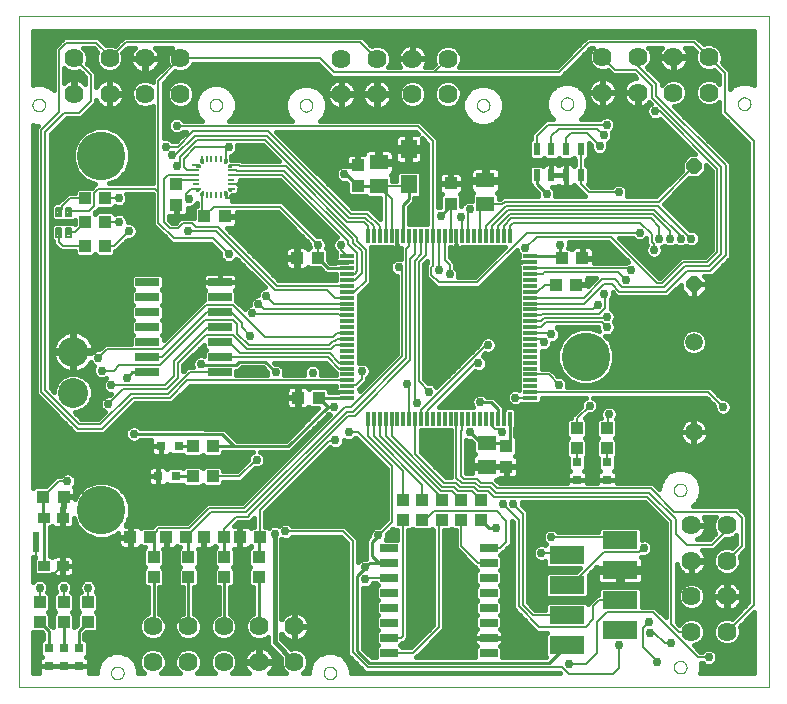
<source format=gtl>
G75*
%MOIN*%
%OFA0B0*%
%FSLAX25Y25*%
%IPPOS*%
%LPD*%
%AMOC8*
5,1,8,0,0,1.08239X$1,22.5*
%
%ADD10C,0.00000*%
%ADD11R,0.03150X0.03150*%
%ADD12C,0.05906*%
%ADD13R,0.04252X0.04134*%
%ADD14R,0.06299X0.05118*%
%ADD15R,0.04134X0.04252*%
%ADD16C,0.00806*%
%ADD17R,0.08000X0.02600*%
%ADD18R,0.03937X0.04331*%
%ADD19R,0.04331X0.03937*%
%ADD20C,0.10000*%
%ADD21R,0.06000X0.02500*%
%ADD22R,0.02362X0.04331*%
%ADD23OC8,0.05150*%
%ADD24R,0.11811X0.05906*%
%ADD25C,0.00010*%
%ADD26R,0.00984X0.01949*%
%ADD27R,0.00984X0.02362*%
%ADD28R,0.01949X0.00984*%
%ADD29R,0.02362X0.00984*%
%ADD30R,0.03937X0.03543*%
%ADD31R,0.02165X0.06693*%
%ADD32R,0.05512X0.06299*%
%ADD33R,0.01181X0.04724*%
%ADD34R,0.04724X0.01181*%
%ADD35C,0.06378*%
%ADD36C,0.01600*%
%ADD37C,0.02978*%
%ADD38C,0.00800*%
%ADD39C,0.01000*%
%ADD40C,0.16205*%
D10*
X0043720Y0026800D02*
X0043720Y0250501D01*
X0293641Y0250501D01*
X0293641Y0026800D01*
X0043720Y0026800D01*
X0074468Y0031564D02*
X0074470Y0031655D01*
X0074476Y0031746D01*
X0074486Y0031837D01*
X0074500Y0031927D01*
X0074517Y0032017D01*
X0074539Y0032105D01*
X0074564Y0032193D01*
X0074593Y0032280D01*
X0074626Y0032365D01*
X0074663Y0032448D01*
X0074703Y0032530D01*
X0074746Y0032610D01*
X0074793Y0032689D01*
X0074844Y0032765D01*
X0074897Y0032838D01*
X0074954Y0032910D01*
X0075014Y0032979D01*
X0075077Y0033045D01*
X0075142Y0033109D01*
X0075211Y0033169D01*
X0075281Y0033227D01*
X0075355Y0033281D01*
X0075430Y0033332D01*
X0075508Y0033380D01*
X0075588Y0033425D01*
X0075669Y0033466D01*
X0075752Y0033503D01*
X0075837Y0033537D01*
X0075923Y0033567D01*
X0076011Y0033593D01*
X0076099Y0033616D01*
X0076188Y0033634D01*
X0076278Y0033649D01*
X0076369Y0033660D01*
X0076460Y0033667D01*
X0076551Y0033670D01*
X0076642Y0033669D01*
X0076734Y0033664D01*
X0076824Y0033655D01*
X0076915Y0033642D01*
X0077004Y0033626D01*
X0077093Y0033605D01*
X0077181Y0033581D01*
X0077268Y0033552D01*
X0077354Y0033520D01*
X0077438Y0033485D01*
X0077520Y0033446D01*
X0077601Y0033403D01*
X0077679Y0033357D01*
X0077756Y0033307D01*
X0077830Y0033254D01*
X0077902Y0033198D01*
X0077972Y0033139D01*
X0078039Y0033077D01*
X0078103Y0033012D01*
X0078164Y0032945D01*
X0078223Y0032875D01*
X0078278Y0032802D01*
X0078330Y0032727D01*
X0078379Y0032650D01*
X0078424Y0032571D01*
X0078466Y0032489D01*
X0078504Y0032407D01*
X0078539Y0032322D01*
X0078570Y0032236D01*
X0078597Y0032149D01*
X0078620Y0032061D01*
X0078640Y0031972D01*
X0078656Y0031882D01*
X0078668Y0031792D01*
X0078676Y0031701D01*
X0078680Y0031610D01*
X0078680Y0031518D01*
X0078676Y0031427D01*
X0078668Y0031336D01*
X0078656Y0031246D01*
X0078640Y0031156D01*
X0078620Y0031067D01*
X0078597Y0030979D01*
X0078570Y0030892D01*
X0078539Y0030806D01*
X0078504Y0030721D01*
X0078466Y0030639D01*
X0078424Y0030557D01*
X0078379Y0030478D01*
X0078330Y0030401D01*
X0078278Y0030326D01*
X0078223Y0030253D01*
X0078164Y0030183D01*
X0078103Y0030116D01*
X0078039Y0030051D01*
X0077972Y0029989D01*
X0077902Y0029930D01*
X0077830Y0029874D01*
X0077756Y0029821D01*
X0077679Y0029771D01*
X0077601Y0029725D01*
X0077520Y0029682D01*
X0077438Y0029643D01*
X0077354Y0029608D01*
X0077268Y0029576D01*
X0077181Y0029547D01*
X0077093Y0029523D01*
X0077004Y0029502D01*
X0076915Y0029486D01*
X0076824Y0029473D01*
X0076734Y0029464D01*
X0076642Y0029459D01*
X0076551Y0029458D01*
X0076460Y0029461D01*
X0076369Y0029468D01*
X0076278Y0029479D01*
X0076188Y0029494D01*
X0076099Y0029512D01*
X0076011Y0029535D01*
X0075923Y0029561D01*
X0075837Y0029591D01*
X0075752Y0029625D01*
X0075669Y0029662D01*
X0075588Y0029703D01*
X0075508Y0029748D01*
X0075430Y0029796D01*
X0075355Y0029847D01*
X0075281Y0029901D01*
X0075211Y0029959D01*
X0075142Y0030019D01*
X0075077Y0030083D01*
X0075014Y0030149D01*
X0074954Y0030218D01*
X0074897Y0030290D01*
X0074844Y0030363D01*
X0074793Y0030439D01*
X0074746Y0030518D01*
X0074703Y0030598D01*
X0074663Y0030680D01*
X0074626Y0030763D01*
X0074593Y0030848D01*
X0074564Y0030935D01*
X0074539Y0031023D01*
X0074517Y0031111D01*
X0074500Y0031201D01*
X0074486Y0031291D01*
X0074476Y0031382D01*
X0074470Y0031473D01*
X0074468Y0031564D01*
X0145334Y0031564D02*
X0145336Y0031655D01*
X0145342Y0031746D01*
X0145352Y0031837D01*
X0145366Y0031927D01*
X0145383Y0032017D01*
X0145405Y0032105D01*
X0145430Y0032193D01*
X0145459Y0032280D01*
X0145492Y0032365D01*
X0145529Y0032448D01*
X0145569Y0032530D01*
X0145612Y0032610D01*
X0145659Y0032689D01*
X0145710Y0032765D01*
X0145763Y0032838D01*
X0145820Y0032910D01*
X0145880Y0032979D01*
X0145943Y0033045D01*
X0146008Y0033109D01*
X0146077Y0033169D01*
X0146147Y0033227D01*
X0146221Y0033281D01*
X0146296Y0033332D01*
X0146374Y0033380D01*
X0146454Y0033425D01*
X0146535Y0033466D01*
X0146618Y0033503D01*
X0146703Y0033537D01*
X0146789Y0033567D01*
X0146877Y0033593D01*
X0146965Y0033616D01*
X0147054Y0033634D01*
X0147144Y0033649D01*
X0147235Y0033660D01*
X0147326Y0033667D01*
X0147417Y0033670D01*
X0147508Y0033669D01*
X0147600Y0033664D01*
X0147690Y0033655D01*
X0147781Y0033642D01*
X0147870Y0033626D01*
X0147959Y0033605D01*
X0148047Y0033581D01*
X0148134Y0033552D01*
X0148220Y0033520D01*
X0148304Y0033485D01*
X0148386Y0033446D01*
X0148467Y0033403D01*
X0148545Y0033357D01*
X0148622Y0033307D01*
X0148696Y0033254D01*
X0148768Y0033198D01*
X0148838Y0033139D01*
X0148905Y0033077D01*
X0148969Y0033012D01*
X0149030Y0032945D01*
X0149089Y0032875D01*
X0149144Y0032802D01*
X0149196Y0032727D01*
X0149245Y0032650D01*
X0149290Y0032571D01*
X0149332Y0032489D01*
X0149370Y0032407D01*
X0149405Y0032322D01*
X0149436Y0032236D01*
X0149463Y0032149D01*
X0149486Y0032061D01*
X0149506Y0031972D01*
X0149522Y0031882D01*
X0149534Y0031792D01*
X0149542Y0031701D01*
X0149546Y0031610D01*
X0149546Y0031518D01*
X0149542Y0031427D01*
X0149534Y0031336D01*
X0149522Y0031246D01*
X0149506Y0031156D01*
X0149486Y0031067D01*
X0149463Y0030979D01*
X0149436Y0030892D01*
X0149405Y0030806D01*
X0149370Y0030721D01*
X0149332Y0030639D01*
X0149290Y0030557D01*
X0149245Y0030478D01*
X0149196Y0030401D01*
X0149144Y0030326D01*
X0149089Y0030253D01*
X0149030Y0030183D01*
X0148969Y0030116D01*
X0148905Y0030051D01*
X0148838Y0029989D01*
X0148768Y0029930D01*
X0148696Y0029874D01*
X0148622Y0029821D01*
X0148545Y0029771D01*
X0148467Y0029725D01*
X0148386Y0029682D01*
X0148304Y0029643D01*
X0148220Y0029608D01*
X0148134Y0029576D01*
X0148047Y0029547D01*
X0147959Y0029523D01*
X0147870Y0029502D01*
X0147781Y0029486D01*
X0147690Y0029473D01*
X0147600Y0029464D01*
X0147508Y0029459D01*
X0147417Y0029458D01*
X0147326Y0029461D01*
X0147235Y0029468D01*
X0147144Y0029479D01*
X0147054Y0029494D01*
X0146965Y0029512D01*
X0146877Y0029535D01*
X0146789Y0029561D01*
X0146703Y0029591D01*
X0146618Y0029625D01*
X0146535Y0029662D01*
X0146454Y0029703D01*
X0146374Y0029748D01*
X0146296Y0029796D01*
X0146221Y0029847D01*
X0146147Y0029901D01*
X0146077Y0029959D01*
X0146008Y0030019D01*
X0145943Y0030083D01*
X0145880Y0030149D01*
X0145820Y0030218D01*
X0145763Y0030290D01*
X0145710Y0030363D01*
X0145659Y0030439D01*
X0145612Y0030518D01*
X0145569Y0030598D01*
X0145529Y0030680D01*
X0145492Y0030763D01*
X0145459Y0030848D01*
X0145430Y0030935D01*
X0145405Y0031023D01*
X0145383Y0031111D01*
X0145366Y0031201D01*
X0145352Y0031291D01*
X0145342Y0031382D01*
X0145336Y0031473D01*
X0145334Y0031564D01*
X0262102Y0033489D02*
X0262104Y0033580D01*
X0262110Y0033671D01*
X0262120Y0033762D01*
X0262134Y0033852D01*
X0262151Y0033942D01*
X0262173Y0034030D01*
X0262198Y0034118D01*
X0262227Y0034205D01*
X0262260Y0034290D01*
X0262297Y0034373D01*
X0262337Y0034455D01*
X0262380Y0034535D01*
X0262427Y0034614D01*
X0262478Y0034690D01*
X0262531Y0034763D01*
X0262588Y0034835D01*
X0262648Y0034904D01*
X0262711Y0034970D01*
X0262776Y0035034D01*
X0262845Y0035094D01*
X0262915Y0035152D01*
X0262989Y0035206D01*
X0263064Y0035257D01*
X0263142Y0035305D01*
X0263222Y0035350D01*
X0263303Y0035391D01*
X0263386Y0035428D01*
X0263471Y0035462D01*
X0263557Y0035492D01*
X0263645Y0035518D01*
X0263733Y0035541D01*
X0263822Y0035559D01*
X0263912Y0035574D01*
X0264003Y0035585D01*
X0264094Y0035592D01*
X0264185Y0035595D01*
X0264276Y0035594D01*
X0264368Y0035589D01*
X0264458Y0035580D01*
X0264549Y0035567D01*
X0264638Y0035551D01*
X0264727Y0035530D01*
X0264815Y0035506D01*
X0264902Y0035477D01*
X0264988Y0035445D01*
X0265072Y0035410D01*
X0265154Y0035371D01*
X0265235Y0035328D01*
X0265313Y0035282D01*
X0265390Y0035232D01*
X0265464Y0035179D01*
X0265536Y0035123D01*
X0265606Y0035064D01*
X0265673Y0035002D01*
X0265737Y0034937D01*
X0265798Y0034870D01*
X0265857Y0034800D01*
X0265912Y0034727D01*
X0265964Y0034652D01*
X0266013Y0034575D01*
X0266058Y0034496D01*
X0266100Y0034414D01*
X0266138Y0034332D01*
X0266173Y0034247D01*
X0266204Y0034161D01*
X0266231Y0034074D01*
X0266254Y0033986D01*
X0266274Y0033897D01*
X0266290Y0033807D01*
X0266302Y0033717D01*
X0266310Y0033626D01*
X0266314Y0033535D01*
X0266314Y0033443D01*
X0266310Y0033352D01*
X0266302Y0033261D01*
X0266290Y0033171D01*
X0266274Y0033081D01*
X0266254Y0032992D01*
X0266231Y0032904D01*
X0266204Y0032817D01*
X0266173Y0032731D01*
X0266138Y0032646D01*
X0266100Y0032564D01*
X0266058Y0032482D01*
X0266013Y0032403D01*
X0265964Y0032326D01*
X0265912Y0032251D01*
X0265857Y0032178D01*
X0265798Y0032108D01*
X0265737Y0032041D01*
X0265673Y0031976D01*
X0265606Y0031914D01*
X0265536Y0031855D01*
X0265464Y0031799D01*
X0265390Y0031746D01*
X0265313Y0031696D01*
X0265235Y0031650D01*
X0265154Y0031607D01*
X0265072Y0031568D01*
X0264988Y0031533D01*
X0264902Y0031501D01*
X0264815Y0031472D01*
X0264727Y0031448D01*
X0264638Y0031427D01*
X0264549Y0031411D01*
X0264458Y0031398D01*
X0264368Y0031389D01*
X0264276Y0031384D01*
X0264185Y0031383D01*
X0264094Y0031386D01*
X0264003Y0031393D01*
X0263912Y0031404D01*
X0263822Y0031419D01*
X0263733Y0031437D01*
X0263645Y0031460D01*
X0263557Y0031486D01*
X0263471Y0031516D01*
X0263386Y0031550D01*
X0263303Y0031587D01*
X0263222Y0031628D01*
X0263142Y0031673D01*
X0263064Y0031721D01*
X0262989Y0031772D01*
X0262915Y0031826D01*
X0262845Y0031884D01*
X0262776Y0031944D01*
X0262711Y0032008D01*
X0262648Y0032074D01*
X0262588Y0032143D01*
X0262531Y0032215D01*
X0262478Y0032288D01*
X0262427Y0032364D01*
X0262380Y0032443D01*
X0262337Y0032523D01*
X0262297Y0032605D01*
X0262260Y0032688D01*
X0262227Y0032773D01*
X0262198Y0032860D01*
X0262173Y0032948D01*
X0262151Y0033036D01*
X0262134Y0033126D01*
X0262120Y0033216D01*
X0262110Y0033307D01*
X0262104Y0033398D01*
X0262102Y0033489D01*
X0262102Y0092544D02*
X0262104Y0092635D01*
X0262110Y0092726D01*
X0262120Y0092817D01*
X0262134Y0092907D01*
X0262151Y0092997D01*
X0262173Y0093085D01*
X0262198Y0093173D01*
X0262227Y0093260D01*
X0262260Y0093345D01*
X0262297Y0093428D01*
X0262337Y0093510D01*
X0262380Y0093590D01*
X0262427Y0093669D01*
X0262478Y0093745D01*
X0262531Y0093818D01*
X0262588Y0093890D01*
X0262648Y0093959D01*
X0262711Y0094025D01*
X0262776Y0094089D01*
X0262845Y0094149D01*
X0262915Y0094207D01*
X0262989Y0094261D01*
X0263064Y0094312D01*
X0263142Y0094360D01*
X0263222Y0094405D01*
X0263303Y0094446D01*
X0263386Y0094483D01*
X0263471Y0094517D01*
X0263557Y0094547D01*
X0263645Y0094573D01*
X0263733Y0094596D01*
X0263822Y0094614D01*
X0263912Y0094629D01*
X0264003Y0094640D01*
X0264094Y0094647D01*
X0264185Y0094650D01*
X0264276Y0094649D01*
X0264368Y0094644D01*
X0264458Y0094635D01*
X0264549Y0094622D01*
X0264638Y0094606D01*
X0264727Y0094585D01*
X0264815Y0094561D01*
X0264902Y0094532D01*
X0264988Y0094500D01*
X0265072Y0094465D01*
X0265154Y0094426D01*
X0265235Y0094383D01*
X0265313Y0094337D01*
X0265390Y0094287D01*
X0265464Y0094234D01*
X0265536Y0094178D01*
X0265606Y0094119D01*
X0265673Y0094057D01*
X0265737Y0093992D01*
X0265798Y0093925D01*
X0265857Y0093855D01*
X0265912Y0093782D01*
X0265964Y0093707D01*
X0266013Y0093630D01*
X0266058Y0093551D01*
X0266100Y0093469D01*
X0266138Y0093387D01*
X0266173Y0093302D01*
X0266204Y0093216D01*
X0266231Y0093129D01*
X0266254Y0093041D01*
X0266274Y0092952D01*
X0266290Y0092862D01*
X0266302Y0092772D01*
X0266310Y0092681D01*
X0266314Y0092590D01*
X0266314Y0092498D01*
X0266310Y0092407D01*
X0266302Y0092316D01*
X0266290Y0092226D01*
X0266274Y0092136D01*
X0266254Y0092047D01*
X0266231Y0091959D01*
X0266204Y0091872D01*
X0266173Y0091786D01*
X0266138Y0091701D01*
X0266100Y0091619D01*
X0266058Y0091537D01*
X0266013Y0091458D01*
X0265964Y0091381D01*
X0265912Y0091306D01*
X0265857Y0091233D01*
X0265798Y0091163D01*
X0265737Y0091096D01*
X0265673Y0091031D01*
X0265606Y0090969D01*
X0265536Y0090910D01*
X0265464Y0090854D01*
X0265390Y0090801D01*
X0265313Y0090751D01*
X0265235Y0090705D01*
X0265154Y0090662D01*
X0265072Y0090623D01*
X0264988Y0090588D01*
X0264902Y0090556D01*
X0264815Y0090527D01*
X0264727Y0090503D01*
X0264638Y0090482D01*
X0264549Y0090466D01*
X0264458Y0090453D01*
X0264368Y0090444D01*
X0264276Y0090439D01*
X0264185Y0090438D01*
X0264094Y0090441D01*
X0264003Y0090448D01*
X0263912Y0090459D01*
X0263822Y0090474D01*
X0263733Y0090492D01*
X0263645Y0090515D01*
X0263557Y0090541D01*
X0263471Y0090571D01*
X0263386Y0090605D01*
X0263303Y0090642D01*
X0263222Y0090683D01*
X0263142Y0090728D01*
X0263064Y0090776D01*
X0262989Y0090827D01*
X0262915Y0090881D01*
X0262845Y0090939D01*
X0262776Y0090999D01*
X0262711Y0091063D01*
X0262648Y0091129D01*
X0262588Y0091198D01*
X0262531Y0091270D01*
X0262478Y0091343D01*
X0262427Y0091419D01*
X0262380Y0091498D01*
X0262337Y0091578D01*
X0262297Y0091660D01*
X0262260Y0091743D01*
X0262227Y0091828D01*
X0262198Y0091915D01*
X0262173Y0092003D01*
X0262151Y0092091D01*
X0262134Y0092181D01*
X0262120Y0092271D01*
X0262110Y0092362D01*
X0262104Y0092453D01*
X0262102Y0092544D01*
X0196425Y0220788D02*
X0196427Y0220879D01*
X0196433Y0220970D01*
X0196443Y0221061D01*
X0196457Y0221151D01*
X0196474Y0221241D01*
X0196496Y0221329D01*
X0196521Y0221417D01*
X0196550Y0221504D01*
X0196583Y0221589D01*
X0196620Y0221672D01*
X0196660Y0221754D01*
X0196703Y0221834D01*
X0196750Y0221913D01*
X0196801Y0221989D01*
X0196854Y0222062D01*
X0196911Y0222134D01*
X0196971Y0222203D01*
X0197034Y0222269D01*
X0197099Y0222333D01*
X0197168Y0222393D01*
X0197238Y0222451D01*
X0197312Y0222505D01*
X0197387Y0222556D01*
X0197465Y0222604D01*
X0197545Y0222649D01*
X0197626Y0222690D01*
X0197709Y0222727D01*
X0197794Y0222761D01*
X0197880Y0222791D01*
X0197968Y0222817D01*
X0198056Y0222840D01*
X0198145Y0222858D01*
X0198235Y0222873D01*
X0198326Y0222884D01*
X0198417Y0222891D01*
X0198508Y0222894D01*
X0198599Y0222893D01*
X0198691Y0222888D01*
X0198781Y0222879D01*
X0198872Y0222866D01*
X0198961Y0222850D01*
X0199050Y0222829D01*
X0199138Y0222805D01*
X0199225Y0222776D01*
X0199311Y0222744D01*
X0199395Y0222709D01*
X0199477Y0222670D01*
X0199558Y0222627D01*
X0199636Y0222581D01*
X0199713Y0222531D01*
X0199787Y0222478D01*
X0199859Y0222422D01*
X0199929Y0222363D01*
X0199996Y0222301D01*
X0200060Y0222236D01*
X0200121Y0222169D01*
X0200180Y0222099D01*
X0200235Y0222026D01*
X0200287Y0221951D01*
X0200336Y0221874D01*
X0200381Y0221795D01*
X0200423Y0221713D01*
X0200461Y0221631D01*
X0200496Y0221546D01*
X0200527Y0221460D01*
X0200554Y0221373D01*
X0200577Y0221285D01*
X0200597Y0221196D01*
X0200613Y0221106D01*
X0200625Y0221016D01*
X0200633Y0220925D01*
X0200637Y0220834D01*
X0200637Y0220742D01*
X0200633Y0220651D01*
X0200625Y0220560D01*
X0200613Y0220470D01*
X0200597Y0220380D01*
X0200577Y0220291D01*
X0200554Y0220203D01*
X0200527Y0220116D01*
X0200496Y0220030D01*
X0200461Y0219945D01*
X0200423Y0219863D01*
X0200381Y0219781D01*
X0200336Y0219702D01*
X0200287Y0219625D01*
X0200235Y0219550D01*
X0200180Y0219477D01*
X0200121Y0219407D01*
X0200060Y0219340D01*
X0199996Y0219275D01*
X0199929Y0219213D01*
X0199859Y0219154D01*
X0199787Y0219098D01*
X0199713Y0219045D01*
X0199636Y0218995D01*
X0199558Y0218949D01*
X0199477Y0218906D01*
X0199395Y0218867D01*
X0199311Y0218832D01*
X0199225Y0218800D01*
X0199138Y0218771D01*
X0199050Y0218747D01*
X0198961Y0218726D01*
X0198872Y0218710D01*
X0198781Y0218697D01*
X0198691Y0218688D01*
X0198599Y0218683D01*
X0198508Y0218682D01*
X0198417Y0218685D01*
X0198326Y0218692D01*
X0198235Y0218703D01*
X0198145Y0218718D01*
X0198056Y0218736D01*
X0197968Y0218759D01*
X0197880Y0218785D01*
X0197794Y0218815D01*
X0197709Y0218849D01*
X0197626Y0218886D01*
X0197545Y0218927D01*
X0197465Y0218972D01*
X0197387Y0219020D01*
X0197312Y0219071D01*
X0197238Y0219125D01*
X0197168Y0219183D01*
X0197099Y0219243D01*
X0197034Y0219307D01*
X0196971Y0219373D01*
X0196911Y0219442D01*
X0196854Y0219514D01*
X0196801Y0219587D01*
X0196750Y0219663D01*
X0196703Y0219742D01*
X0196660Y0219822D01*
X0196620Y0219904D01*
X0196583Y0219987D01*
X0196550Y0220072D01*
X0196521Y0220159D01*
X0196496Y0220247D01*
X0196474Y0220335D01*
X0196457Y0220425D01*
X0196443Y0220515D01*
X0196433Y0220606D01*
X0196427Y0220697D01*
X0196425Y0220788D01*
X0224369Y0221288D02*
X0224371Y0221379D01*
X0224377Y0221470D01*
X0224387Y0221561D01*
X0224401Y0221651D01*
X0224418Y0221741D01*
X0224440Y0221829D01*
X0224465Y0221917D01*
X0224494Y0222004D01*
X0224527Y0222089D01*
X0224564Y0222172D01*
X0224604Y0222254D01*
X0224647Y0222334D01*
X0224694Y0222413D01*
X0224745Y0222489D01*
X0224798Y0222562D01*
X0224855Y0222634D01*
X0224915Y0222703D01*
X0224978Y0222769D01*
X0225043Y0222833D01*
X0225112Y0222893D01*
X0225182Y0222951D01*
X0225256Y0223005D01*
X0225331Y0223056D01*
X0225409Y0223104D01*
X0225489Y0223149D01*
X0225570Y0223190D01*
X0225653Y0223227D01*
X0225738Y0223261D01*
X0225824Y0223291D01*
X0225912Y0223317D01*
X0226000Y0223340D01*
X0226089Y0223358D01*
X0226179Y0223373D01*
X0226270Y0223384D01*
X0226361Y0223391D01*
X0226452Y0223394D01*
X0226543Y0223393D01*
X0226635Y0223388D01*
X0226725Y0223379D01*
X0226816Y0223366D01*
X0226905Y0223350D01*
X0226994Y0223329D01*
X0227082Y0223305D01*
X0227169Y0223276D01*
X0227255Y0223244D01*
X0227339Y0223209D01*
X0227421Y0223170D01*
X0227502Y0223127D01*
X0227580Y0223081D01*
X0227657Y0223031D01*
X0227731Y0222978D01*
X0227803Y0222922D01*
X0227873Y0222863D01*
X0227940Y0222801D01*
X0228004Y0222736D01*
X0228065Y0222669D01*
X0228124Y0222599D01*
X0228179Y0222526D01*
X0228231Y0222451D01*
X0228280Y0222374D01*
X0228325Y0222295D01*
X0228367Y0222213D01*
X0228405Y0222131D01*
X0228440Y0222046D01*
X0228471Y0221960D01*
X0228498Y0221873D01*
X0228521Y0221785D01*
X0228541Y0221696D01*
X0228557Y0221606D01*
X0228569Y0221516D01*
X0228577Y0221425D01*
X0228581Y0221334D01*
X0228581Y0221242D01*
X0228577Y0221151D01*
X0228569Y0221060D01*
X0228557Y0220970D01*
X0228541Y0220880D01*
X0228521Y0220791D01*
X0228498Y0220703D01*
X0228471Y0220616D01*
X0228440Y0220530D01*
X0228405Y0220445D01*
X0228367Y0220363D01*
X0228325Y0220281D01*
X0228280Y0220202D01*
X0228231Y0220125D01*
X0228179Y0220050D01*
X0228124Y0219977D01*
X0228065Y0219907D01*
X0228004Y0219840D01*
X0227940Y0219775D01*
X0227873Y0219713D01*
X0227803Y0219654D01*
X0227731Y0219598D01*
X0227657Y0219545D01*
X0227580Y0219495D01*
X0227502Y0219449D01*
X0227421Y0219406D01*
X0227339Y0219367D01*
X0227255Y0219332D01*
X0227169Y0219300D01*
X0227082Y0219271D01*
X0226994Y0219247D01*
X0226905Y0219226D01*
X0226816Y0219210D01*
X0226725Y0219197D01*
X0226635Y0219188D01*
X0226543Y0219183D01*
X0226452Y0219182D01*
X0226361Y0219185D01*
X0226270Y0219192D01*
X0226179Y0219203D01*
X0226089Y0219218D01*
X0226000Y0219236D01*
X0225912Y0219259D01*
X0225824Y0219285D01*
X0225738Y0219315D01*
X0225653Y0219349D01*
X0225570Y0219386D01*
X0225489Y0219427D01*
X0225409Y0219472D01*
X0225331Y0219520D01*
X0225256Y0219571D01*
X0225182Y0219625D01*
X0225112Y0219683D01*
X0225043Y0219743D01*
X0224978Y0219807D01*
X0224915Y0219873D01*
X0224855Y0219942D01*
X0224798Y0220014D01*
X0224745Y0220087D01*
X0224694Y0220163D01*
X0224647Y0220242D01*
X0224604Y0220322D01*
X0224564Y0220404D01*
X0224527Y0220487D01*
X0224494Y0220572D01*
X0224465Y0220659D01*
X0224440Y0220747D01*
X0224418Y0220835D01*
X0224401Y0220925D01*
X0224387Y0221015D01*
X0224377Y0221106D01*
X0224371Y0221197D01*
X0224369Y0221288D01*
X0283425Y0221288D02*
X0283427Y0221379D01*
X0283433Y0221470D01*
X0283443Y0221561D01*
X0283457Y0221651D01*
X0283474Y0221741D01*
X0283496Y0221829D01*
X0283521Y0221917D01*
X0283550Y0222004D01*
X0283583Y0222089D01*
X0283620Y0222172D01*
X0283660Y0222254D01*
X0283703Y0222334D01*
X0283750Y0222413D01*
X0283801Y0222489D01*
X0283854Y0222562D01*
X0283911Y0222634D01*
X0283971Y0222703D01*
X0284034Y0222769D01*
X0284099Y0222833D01*
X0284168Y0222893D01*
X0284238Y0222951D01*
X0284312Y0223005D01*
X0284387Y0223056D01*
X0284465Y0223104D01*
X0284545Y0223149D01*
X0284626Y0223190D01*
X0284709Y0223227D01*
X0284794Y0223261D01*
X0284880Y0223291D01*
X0284968Y0223317D01*
X0285056Y0223340D01*
X0285145Y0223358D01*
X0285235Y0223373D01*
X0285326Y0223384D01*
X0285417Y0223391D01*
X0285508Y0223394D01*
X0285599Y0223393D01*
X0285691Y0223388D01*
X0285781Y0223379D01*
X0285872Y0223366D01*
X0285961Y0223350D01*
X0286050Y0223329D01*
X0286138Y0223305D01*
X0286225Y0223276D01*
X0286311Y0223244D01*
X0286395Y0223209D01*
X0286477Y0223170D01*
X0286558Y0223127D01*
X0286636Y0223081D01*
X0286713Y0223031D01*
X0286787Y0222978D01*
X0286859Y0222922D01*
X0286929Y0222863D01*
X0286996Y0222801D01*
X0287060Y0222736D01*
X0287121Y0222669D01*
X0287180Y0222599D01*
X0287235Y0222526D01*
X0287287Y0222451D01*
X0287336Y0222374D01*
X0287381Y0222295D01*
X0287423Y0222213D01*
X0287461Y0222131D01*
X0287496Y0222046D01*
X0287527Y0221960D01*
X0287554Y0221873D01*
X0287577Y0221785D01*
X0287597Y0221696D01*
X0287613Y0221606D01*
X0287625Y0221516D01*
X0287633Y0221425D01*
X0287637Y0221334D01*
X0287637Y0221242D01*
X0287633Y0221151D01*
X0287625Y0221060D01*
X0287613Y0220970D01*
X0287597Y0220880D01*
X0287577Y0220791D01*
X0287554Y0220703D01*
X0287527Y0220616D01*
X0287496Y0220530D01*
X0287461Y0220445D01*
X0287423Y0220363D01*
X0287381Y0220281D01*
X0287336Y0220202D01*
X0287287Y0220125D01*
X0287235Y0220050D01*
X0287180Y0219977D01*
X0287121Y0219907D01*
X0287060Y0219840D01*
X0286996Y0219775D01*
X0286929Y0219713D01*
X0286859Y0219654D01*
X0286787Y0219598D01*
X0286713Y0219545D01*
X0286636Y0219495D01*
X0286558Y0219449D01*
X0286477Y0219406D01*
X0286395Y0219367D01*
X0286311Y0219332D01*
X0286225Y0219300D01*
X0286138Y0219271D01*
X0286050Y0219247D01*
X0285961Y0219226D01*
X0285872Y0219210D01*
X0285781Y0219197D01*
X0285691Y0219188D01*
X0285599Y0219183D01*
X0285508Y0219182D01*
X0285417Y0219185D01*
X0285326Y0219192D01*
X0285235Y0219203D01*
X0285145Y0219218D01*
X0285056Y0219236D01*
X0284968Y0219259D01*
X0284880Y0219285D01*
X0284794Y0219315D01*
X0284709Y0219349D01*
X0284626Y0219386D01*
X0284545Y0219427D01*
X0284465Y0219472D01*
X0284387Y0219520D01*
X0284312Y0219571D01*
X0284238Y0219625D01*
X0284168Y0219683D01*
X0284099Y0219743D01*
X0284034Y0219807D01*
X0283971Y0219873D01*
X0283911Y0219942D01*
X0283854Y0220014D01*
X0283801Y0220087D01*
X0283750Y0220163D01*
X0283703Y0220242D01*
X0283660Y0220322D01*
X0283620Y0220404D01*
X0283583Y0220487D01*
X0283550Y0220572D01*
X0283521Y0220659D01*
X0283496Y0220747D01*
X0283474Y0220835D01*
X0283457Y0220925D01*
X0283443Y0221015D01*
X0283433Y0221106D01*
X0283427Y0221197D01*
X0283425Y0221288D01*
X0137369Y0220788D02*
X0137371Y0220879D01*
X0137377Y0220970D01*
X0137387Y0221061D01*
X0137401Y0221151D01*
X0137418Y0221241D01*
X0137440Y0221329D01*
X0137465Y0221417D01*
X0137494Y0221504D01*
X0137527Y0221589D01*
X0137564Y0221672D01*
X0137604Y0221754D01*
X0137647Y0221834D01*
X0137694Y0221913D01*
X0137745Y0221989D01*
X0137798Y0222062D01*
X0137855Y0222134D01*
X0137915Y0222203D01*
X0137978Y0222269D01*
X0138043Y0222333D01*
X0138112Y0222393D01*
X0138182Y0222451D01*
X0138256Y0222505D01*
X0138331Y0222556D01*
X0138409Y0222604D01*
X0138489Y0222649D01*
X0138570Y0222690D01*
X0138653Y0222727D01*
X0138738Y0222761D01*
X0138824Y0222791D01*
X0138912Y0222817D01*
X0139000Y0222840D01*
X0139089Y0222858D01*
X0139179Y0222873D01*
X0139270Y0222884D01*
X0139361Y0222891D01*
X0139452Y0222894D01*
X0139543Y0222893D01*
X0139635Y0222888D01*
X0139725Y0222879D01*
X0139816Y0222866D01*
X0139905Y0222850D01*
X0139994Y0222829D01*
X0140082Y0222805D01*
X0140169Y0222776D01*
X0140255Y0222744D01*
X0140339Y0222709D01*
X0140421Y0222670D01*
X0140502Y0222627D01*
X0140580Y0222581D01*
X0140657Y0222531D01*
X0140731Y0222478D01*
X0140803Y0222422D01*
X0140873Y0222363D01*
X0140940Y0222301D01*
X0141004Y0222236D01*
X0141065Y0222169D01*
X0141124Y0222099D01*
X0141179Y0222026D01*
X0141231Y0221951D01*
X0141280Y0221874D01*
X0141325Y0221795D01*
X0141367Y0221713D01*
X0141405Y0221631D01*
X0141440Y0221546D01*
X0141471Y0221460D01*
X0141498Y0221373D01*
X0141521Y0221285D01*
X0141541Y0221196D01*
X0141557Y0221106D01*
X0141569Y0221016D01*
X0141577Y0220925D01*
X0141581Y0220834D01*
X0141581Y0220742D01*
X0141577Y0220651D01*
X0141569Y0220560D01*
X0141557Y0220470D01*
X0141541Y0220380D01*
X0141521Y0220291D01*
X0141498Y0220203D01*
X0141471Y0220116D01*
X0141440Y0220030D01*
X0141405Y0219945D01*
X0141367Y0219863D01*
X0141325Y0219781D01*
X0141280Y0219702D01*
X0141231Y0219625D01*
X0141179Y0219550D01*
X0141124Y0219477D01*
X0141065Y0219407D01*
X0141004Y0219340D01*
X0140940Y0219275D01*
X0140873Y0219213D01*
X0140803Y0219154D01*
X0140731Y0219098D01*
X0140657Y0219045D01*
X0140580Y0218995D01*
X0140502Y0218949D01*
X0140421Y0218906D01*
X0140339Y0218867D01*
X0140255Y0218832D01*
X0140169Y0218800D01*
X0140082Y0218771D01*
X0139994Y0218747D01*
X0139905Y0218726D01*
X0139816Y0218710D01*
X0139725Y0218697D01*
X0139635Y0218688D01*
X0139543Y0218683D01*
X0139452Y0218682D01*
X0139361Y0218685D01*
X0139270Y0218692D01*
X0139179Y0218703D01*
X0139089Y0218718D01*
X0139000Y0218736D01*
X0138912Y0218759D01*
X0138824Y0218785D01*
X0138738Y0218815D01*
X0138653Y0218849D01*
X0138570Y0218886D01*
X0138489Y0218927D01*
X0138409Y0218972D01*
X0138331Y0219020D01*
X0138256Y0219071D01*
X0138182Y0219125D01*
X0138112Y0219183D01*
X0138043Y0219243D01*
X0137978Y0219307D01*
X0137915Y0219373D01*
X0137855Y0219442D01*
X0137798Y0219514D01*
X0137745Y0219587D01*
X0137694Y0219663D01*
X0137647Y0219742D01*
X0137604Y0219822D01*
X0137564Y0219904D01*
X0137527Y0219987D01*
X0137494Y0220072D01*
X0137465Y0220159D01*
X0137440Y0220247D01*
X0137418Y0220335D01*
X0137401Y0220425D01*
X0137387Y0220515D01*
X0137377Y0220606D01*
X0137371Y0220697D01*
X0137369Y0220788D01*
X0107325Y0220888D02*
X0107327Y0220979D01*
X0107333Y0221070D01*
X0107343Y0221161D01*
X0107357Y0221251D01*
X0107374Y0221341D01*
X0107396Y0221429D01*
X0107421Y0221517D01*
X0107450Y0221604D01*
X0107483Y0221689D01*
X0107520Y0221772D01*
X0107560Y0221854D01*
X0107603Y0221934D01*
X0107650Y0222013D01*
X0107701Y0222089D01*
X0107754Y0222162D01*
X0107811Y0222234D01*
X0107871Y0222303D01*
X0107934Y0222369D01*
X0107999Y0222433D01*
X0108068Y0222493D01*
X0108138Y0222551D01*
X0108212Y0222605D01*
X0108287Y0222656D01*
X0108365Y0222704D01*
X0108445Y0222749D01*
X0108526Y0222790D01*
X0108609Y0222827D01*
X0108694Y0222861D01*
X0108780Y0222891D01*
X0108868Y0222917D01*
X0108956Y0222940D01*
X0109045Y0222958D01*
X0109135Y0222973D01*
X0109226Y0222984D01*
X0109317Y0222991D01*
X0109408Y0222994D01*
X0109499Y0222993D01*
X0109591Y0222988D01*
X0109681Y0222979D01*
X0109772Y0222966D01*
X0109861Y0222950D01*
X0109950Y0222929D01*
X0110038Y0222905D01*
X0110125Y0222876D01*
X0110211Y0222844D01*
X0110295Y0222809D01*
X0110377Y0222770D01*
X0110458Y0222727D01*
X0110536Y0222681D01*
X0110613Y0222631D01*
X0110687Y0222578D01*
X0110759Y0222522D01*
X0110829Y0222463D01*
X0110896Y0222401D01*
X0110960Y0222336D01*
X0111021Y0222269D01*
X0111080Y0222199D01*
X0111135Y0222126D01*
X0111187Y0222051D01*
X0111236Y0221974D01*
X0111281Y0221895D01*
X0111323Y0221813D01*
X0111361Y0221731D01*
X0111396Y0221646D01*
X0111427Y0221560D01*
X0111454Y0221473D01*
X0111477Y0221385D01*
X0111497Y0221296D01*
X0111513Y0221206D01*
X0111525Y0221116D01*
X0111533Y0221025D01*
X0111537Y0220934D01*
X0111537Y0220842D01*
X0111533Y0220751D01*
X0111525Y0220660D01*
X0111513Y0220570D01*
X0111497Y0220480D01*
X0111477Y0220391D01*
X0111454Y0220303D01*
X0111427Y0220216D01*
X0111396Y0220130D01*
X0111361Y0220045D01*
X0111323Y0219963D01*
X0111281Y0219881D01*
X0111236Y0219802D01*
X0111187Y0219725D01*
X0111135Y0219650D01*
X0111080Y0219577D01*
X0111021Y0219507D01*
X0110960Y0219440D01*
X0110896Y0219375D01*
X0110829Y0219313D01*
X0110759Y0219254D01*
X0110687Y0219198D01*
X0110613Y0219145D01*
X0110536Y0219095D01*
X0110458Y0219049D01*
X0110377Y0219006D01*
X0110295Y0218967D01*
X0110211Y0218932D01*
X0110125Y0218900D01*
X0110038Y0218871D01*
X0109950Y0218847D01*
X0109861Y0218826D01*
X0109772Y0218810D01*
X0109681Y0218797D01*
X0109591Y0218788D01*
X0109499Y0218783D01*
X0109408Y0218782D01*
X0109317Y0218785D01*
X0109226Y0218792D01*
X0109135Y0218803D01*
X0109045Y0218818D01*
X0108956Y0218836D01*
X0108868Y0218859D01*
X0108780Y0218885D01*
X0108694Y0218915D01*
X0108609Y0218949D01*
X0108526Y0218986D01*
X0108445Y0219027D01*
X0108365Y0219072D01*
X0108287Y0219120D01*
X0108212Y0219171D01*
X0108138Y0219225D01*
X0108068Y0219283D01*
X0107999Y0219343D01*
X0107934Y0219407D01*
X0107871Y0219473D01*
X0107811Y0219542D01*
X0107754Y0219614D01*
X0107701Y0219687D01*
X0107650Y0219763D01*
X0107603Y0219842D01*
X0107560Y0219922D01*
X0107520Y0220004D01*
X0107483Y0220087D01*
X0107450Y0220172D01*
X0107421Y0220259D01*
X0107396Y0220347D01*
X0107374Y0220435D01*
X0107357Y0220525D01*
X0107343Y0220615D01*
X0107333Y0220706D01*
X0107327Y0220797D01*
X0107325Y0220888D01*
X0048269Y0220888D02*
X0048271Y0220979D01*
X0048277Y0221070D01*
X0048287Y0221161D01*
X0048301Y0221251D01*
X0048318Y0221341D01*
X0048340Y0221429D01*
X0048365Y0221517D01*
X0048394Y0221604D01*
X0048427Y0221689D01*
X0048464Y0221772D01*
X0048504Y0221854D01*
X0048547Y0221934D01*
X0048594Y0222013D01*
X0048645Y0222089D01*
X0048698Y0222162D01*
X0048755Y0222234D01*
X0048815Y0222303D01*
X0048878Y0222369D01*
X0048943Y0222433D01*
X0049012Y0222493D01*
X0049082Y0222551D01*
X0049156Y0222605D01*
X0049231Y0222656D01*
X0049309Y0222704D01*
X0049389Y0222749D01*
X0049470Y0222790D01*
X0049553Y0222827D01*
X0049638Y0222861D01*
X0049724Y0222891D01*
X0049812Y0222917D01*
X0049900Y0222940D01*
X0049989Y0222958D01*
X0050079Y0222973D01*
X0050170Y0222984D01*
X0050261Y0222991D01*
X0050352Y0222994D01*
X0050443Y0222993D01*
X0050535Y0222988D01*
X0050625Y0222979D01*
X0050716Y0222966D01*
X0050805Y0222950D01*
X0050894Y0222929D01*
X0050982Y0222905D01*
X0051069Y0222876D01*
X0051155Y0222844D01*
X0051239Y0222809D01*
X0051321Y0222770D01*
X0051402Y0222727D01*
X0051480Y0222681D01*
X0051557Y0222631D01*
X0051631Y0222578D01*
X0051703Y0222522D01*
X0051773Y0222463D01*
X0051840Y0222401D01*
X0051904Y0222336D01*
X0051965Y0222269D01*
X0052024Y0222199D01*
X0052079Y0222126D01*
X0052131Y0222051D01*
X0052180Y0221974D01*
X0052225Y0221895D01*
X0052267Y0221813D01*
X0052305Y0221731D01*
X0052340Y0221646D01*
X0052371Y0221560D01*
X0052398Y0221473D01*
X0052421Y0221385D01*
X0052441Y0221296D01*
X0052457Y0221206D01*
X0052469Y0221116D01*
X0052477Y0221025D01*
X0052481Y0220934D01*
X0052481Y0220842D01*
X0052477Y0220751D01*
X0052469Y0220660D01*
X0052457Y0220570D01*
X0052441Y0220480D01*
X0052421Y0220391D01*
X0052398Y0220303D01*
X0052371Y0220216D01*
X0052340Y0220130D01*
X0052305Y0220045D01*
X0052267Y0219963D01*
X0052225Y0219881D01*
X0052180Y0219802D01*
X0052131Y0219725D01*
X0052079Y0219650D01*
X0052024Y0219577D01*
X0051965Y0219507D01*
X0051904Y0219440D01*
X0051840Y0219375D01*
X0051773Y0219313D01*
X0051703Y0219254D01*
X0051631Y0219198D01*
X0051557Y0219145D01*
X0051480Y0219095D01*
X0051402Y0219049D01*
X0051321Y0219006D01*
X0051239Y0218967D01*
X0051155Y0218932D01*
X0051069Y0218900D01*
X0050982Y0218871D01*
X0050894Y0218847D01*
X0050805Y0218826D01*
X0050716Y0218810D01*
X0050625Y0218797D01*
X0050535Y0218788D01*
X0050443Y0218783D01*
X0050352Y0218782D01*
X0050261Y0218785D01*
X0050170Y0218792D01*
X0050079Y0218803D01*
X0049989Y0218818D01*
X0049900Y0218836D01*
X0049812Y0218859D01*
X0049724Y0218885D01*
X0049638Y0218915D01*
X0049553Y0218949D01*
X0049470Y0218986D01*
X0049389Y0219027D01*
X0049309Y0219072D01*
X0049231Y0219120D01*
X0049156Y0219171D01*
X0049082Y0219225D01*
X0049012Y0219283D01*
X0048943Y0219343D01*
X0048878Y0219407D01*
X0048815Y0219473D01*
X0048755Y0219542D01*
X0048698Y0219614D01*
X0048645Y0219687D01*
X0048594Y0219763D01*
X0048547Y0219842D01*
X0048504Y0219922D01*
X0048464Y0220004D01*
X0048427Y0220087D01*
X0048394Y0220172D01*
X0048365Y0220259D01*
X0048340Y0220347D01*
X0048318Y0220435D01*
X0048301Y0220525D01*
X0048287Y0220615D01*
X0048277Y0220706D01*
X0048271Y0220797D01*
X0048269Y0220888D01*
D11*
X0091067Y0107100D03*
X0096972Y0107100D03*
X0095972Y0097100D03*
X0090067Y0097100D03*
X0063720Y0039753D03*
X0058720Y0039753D03*
X0053720Y0039753D03*
X0053720Y0033847D03*
X0058720Y0033847D03*
X0063720Y0033847D03*
X0229720Y0095847D03*
X0229720Y0101753D03*
X0239720Y0101753D03*
X0239720Y0095847D03*
D12*
X0268720Y0111839D03*
X0268720Y0141761D03*
D13*
X0206220Y0107245D03*
X0206220Y0100355D03*
X0187720Y0187855D03*
X0187720Y0194745D03*
X0156720Y0193855D03*
X0156720Y0200745D03*
X0096220Y0194545D03*
X0096220Y0187655D03*
D14*
X0163720Y0193863D03*
X0163720Y0201737D03*
X0199220Y0195737D03*
X0199220Y0187863D03*
X0199720Y0108237D03*
X0199720Y0100363D03*
D15*
X0143664Y0123300D03*
X0136775Y0123300D03*
X0136475Y0169900D03*
X0143364Y0169900D03*
X0112464Y0183800D03*
X0105575Y0183800D03*
X0058664Y0090300D03*
X0051775Y0090300D03*
X0224675Y0169800D03*
X0231564Y0169800D03*
D16*
X0059536Y0177026D02*
X0059536Y0179724D01*
X0061250Y0179724D01*
X0061250Y0177026D01*
X0059536Y0177026D01*
X0059536Y0177792D02*
X0061250Y0177792D01*
X0061250Y0178558D02*
X0059536Y0178558D01*
X0059536Y0179324D02*
X0061250Y0179324D01*
X0056189Y0179724D02*
X0056189Y0177026D01*
X0056189Y0179724D02*
X0057903Y0179724D01*
X0057903Y0177026D01*
X0056189Y0177026D01*
X0056189Y0177792D02*
X0057903Y0177792D01*
X0057903Y0178558D02*
X0056189Y0178558D01*
X0056189Y0179324D02*
X0057903Y0179324D01*
X0056189Y0183876D02*
X0056189Y0186574D01*
X0057903Y0186574D01*
X0057903Y0183876D01*
X0056189Y0183876D01*
X0056189Y0184642D02*
X0057903Y0184642D01*
X0057903Y0185408D02*
X0056189Y0185408D01*
X0056189Y0186174D02*
X0057903Y0186174D01*
X0059536Y0186574D02*
X0059536Y0183876D01*
X0059536Y0186574D02*
X0061250Y0186574D01*
X0061250Y0183876D01*
X0059536Y0183876D01*
X0059536Y0184642D02*
X0061250Y0184642D01*
X0061250Y0185408D02*
X0059536Y0185408D01*
X0059536Y0186174D02*
X0061250Y0186174D01*
D17*
X0086620Y0161800D03*
X0086620Y0156800D03*
X0086620Y0151800D03*
X0086620Y0146800D03*
X0086620Y0141800D03*
X0086620Y0136800D03*
X0086620Y0131800D03*
X0110820Y0131800D03*
X0110820Y0136800D03*
X0110820Y0141800D03*
X0110820Y0146800D03*
X0110820Y0151800D03*
X0110820Y0156800D03*
X0110820Y0161800D03*
D18*
X0072566Y0173900D03*
X0065873Y0173900D03*
X0065873Y0181900D03*
X0072566Y0181900D03*
X0072566Y0189800D03*
X0065873Y0189800D03*
X0101673Y0107100D03*
X0108366Y0107100D03*
X0108366Y0097100D03*
X0101673Y0097100D03*
X0222873Y0161000D03*
X0229566Y0161000D03*
D19*
X0229720Y0113146D03*
X0229720Y0106454D03*
X0239720Y0106454D03*
X0239720Y0113146D03*
X0197720Y0089146D03*
X0191220Y0089146D03*
X0184720Y0089146D03*
X0178220Y0089146D03*
X0171720Y0089146D03*
X0171720Y0082454D03*
X0178220Y0082454D03*
X0184720Y0082454D03*
X0191220Y0082454D03*
X0197720Y0082454D03*
X0124066Y0076800D03*
X0117373Y0076800D03*
X0112066Y0076800D03*
X0105373Y0076800D03*
X0099566Y0076800D03*
X0092873Y0076800D03*
X0087566Y0076800D03*
X0080873Y0076800D03*
X0088720Y0070146D03*
X0088720Y0063454D03*
X0100220Y0063454D03*
X0100220Y0070146D03*
X0112220Y0070146D03*
X0112220Y0063454D03*
X0123720Y0063454D03*
X0123720Y0070146D03*
X0066720Y0055146D03*
X0066720Y0048454D03*
X0058720Y0048454D03*
X0058720Y0055146D03*
X0050720Y0055146D03*
X0050720Y0048454D03*
D20*
X0061909Y0124910D03*
X0061909Y0138690D03*
D21*
X0167125Y0073300D03*
X0167125Y0068300D03*
X0167125Y0063300D03*
X0167125Y0058300D03*
X0167125Y0053300D03*
X0167125Y0048300D03*
X0167125Y0043300D03*
X0167125Y0038300D03*
X0200314Y0038300D03*
X0200314Y0043300D03*
X0200314Y0048300D03*
X0200314Y0053300D03*
X0200314Y0058300D03*
X0200314Y0063300D03*
X0200314Y0068300D03*
X0200314Y0073300D03*
D22*
X0216338Y0197469D03*
X0221259Y0197469D03*
X0226180Y0197469D03*
X0231101Y0197469D03*
X0231101Y0206131D03*
X0226180Y0206131D03*
X0221259Y0206131D03*
X0216338Y0206131D03*
D23*
X0268720Y0200422D03*
X0268720Y0161052D03*
D24*
X0244078Y0075800D03*
X0244078Y0065800D03*
X0244078Y0055800D03*
X0244078Y0045800D03*
X0226361Y0040800D03*
X0226361Y0050800D03*
X0226361Y0060800D03*
X0226361Y0070800D03*
D25*
X0113149Y0190894D02*
X0112164Y0190894D01*
X0112164Y0192076D01*
X0112735Y0192076D01*
X0113149Y0191662D01*
X0113149Y0190894D01*
X0113149Y0190895D02*
X0112164Y0190895D01*
X0112164Y0190903D02*
X0113149Y0190903D01*
X0113149Y0190912D02*
X0112164Y0190912D01*
X0112164Y0190920D02*
X0113149Y0190920D01*
X0113149Y0190929D02*
X0112164Y0190929D01*
X0112164Y0190937D02*
X0113149Y0190937D01*
X0113149Y0190946D02*
X0112164Y0190946D01*
X0112164Y0190954D02*
X0113149Y0190954D01*
X0113149Y0190963D02*
X0112164Y0190963D01*
X0112164Y0190971D02*
X0113149Y0190971D01*
X0113149Y0190980D02*
X0112164Y0190980D01*
X0112164Y0190988D02*
X0113149Y0190988D01*
X0113149Y0190997D02*
X0112164Y0190997D01*
X0112164Y0191005D02*
X0113149Y0191005D01*
X0113149Y0191014D02*
X0112164Y0191014D01*
X0112164Y0191022D02*
X0113149Y0191022D01*
X0113149Y0191031D02*
X0112164Y0191031D01*
X0112164Y0191039D02*
X0113149Y0191039D01*
X0113149Y0191048D02*
X0112164Y0191048D01*
X0112164Y0191056D02*
X0113149Y0191056D01*
X0113149Y0191065D02*
X0112164Y0191065D01*
X0112164Y0191073D02*
X0113149Y0191073D01*
X0113149Y0191082D02*
X0112164Y0191082D01*
X0112164Y0191090D02*
X0113149Y0191090D01*
X0113149Y0191099D02*
X0112164Y0191099D01*
X0112164Y0191107D02*
X0113149Y0191107D01*
X0113149Y0191116D02*
X0112164Y0191116D01*
X0112164Y0191124D02*
X0113149Y0191124D01*
X0113149Y0191133D02*
X0112164Y0191133D01*
X0112164Y0191141D02*
X0113149Y0191141D01*
X0113149Y0191150D02*
X0112164Y0191150D01*
X0112164Y0191159D02*
X0113149Y0191159D01*
X0113149Y0191167D02*
X0112164Y0191167D01*
X0112164Y0191176D02*
X0113149Y0191176D01*
X0113149Y0191184D02*
X0112164Y0191184D01*
X0112164Y0191193D02*
X0113149Y0191193D01*
X0113149Y0191201D02*
X0112164Y0191201D01*
X0112164Y0191210D02*
X0113149Y0191210D01*
X0113149Y0191218D02*
X0112164Y0191218D01*
X0112164Y0191227D02*
X0113149Y0191227D01*
X0113149Y0191235D02*
X0112164Y0191235D01*
X0112164Y0191244D02*
X0113149Y0191244D01*
X0113149Y0191252D02*
X0112164Y0191252D01*
X0112164Y0191261D02*
X0113149Y0191261D01*
X0113149Y0191269D02*
X0112164Y0191269D01*
X0112164Y0191278D02*
X0113149Y0191278D01*
X0113149Y0191286D02*
X0112164Y0191286D01*
X0112164Y0191295D02*
X0113149Y0191295D01*
X0113149Y0191303D02*
X0112164Y0191303D01*
X0112164Y0191312D02*
X0113149Y0191312D01*
X0113149Y0191320D02*
X0112164Y0191320D01*
X0112164Y0191329D02*
X0113149Y0191329D01*
X0113149Y0191337D02*
X0112164Y0191337D01*
X0112164Y0191346D02*
X0113149Y0191346D01*
X0113149Y0191354D02*
X0112164Y0191354D01*
X0112164Y0191363D02*
X0113149Y0191363D01*
X0113149Y0191371D02*
X0112164Y0191371D01*
X0112164Y0191380D02*
X0113149Y0191380D01*
X0113149Y0191388D02*
X0112164Y0191388D01*
X0112164Y0191397D02*
X0113149Y0191397D01*
X0113149Y0191405D02*
X0112164Y0191405D01*
X0112164Y0191414D02*
X0113149Y0191414D01*
X0113149Y0191422D02*
X0112164Y0191422D01*
X0112164Y0191431D02*
X0113149Y0191431D01*
X0113149Y0191439D02*
X0112164Y0191439D01*
X0112164Y0191448D02*
X0113149Y0191448D01*
X0113149Y0191456D02*
X0112164Y0191456D01*
X0112164Y0191465D02*
X0113149Y0191465D01*
X0113149Y0191474D02*
X0112164Y0191474D01*
X0112164Y0191482D02*
X0113149Y0191482D01*
X0113149Y0191491D02*
X0112164Y0191491D01*
X0112164Y0191499D02*
X0113149Y0191499D01*
X0113149Y0191508D02*
X0112164Y0191508D01*
X0112164Y0191516D02*
X0113149Y0191516D01*
X0113149Y0191525D02*
X0112164Y0191525D01*
X0112164Y0191533D02*
X0113149Y0191533D01*
X0113149Y0191542D02*
X0112164Y0191542D01*
X0112164Y0191550D02*
X0113149Y0191550D01*
X0113149Y0191559D02*
X0112164Y0191559D01*
X0112164Y0191567D02*
X0113149Y0191567D01*
X0113149Y0191576D02*
X0112164Y0191576D01*
X0112164Y0191584D02*
X0113149Y0191584D01*
X0113149Y0191593D02*
X0112164Y0191593D01*
X0112164Y0191601D02*
X0113149Y0191601D01*
X0113149Y0191610D02*
X0112164Y0191610D01*
X0112164Y0191618D02*
X0113149Y0191618D01*
X0113149Y0191627D02*
X0112164Y0191627D01*
X0112164Y0191635D02*
X0113149Y0191635D01*
X0113149Y0191644D02*
X0112164Y0191644D01*
X0112164Y0191652D02*
X0113149Y0191652D01*
X0113149Y0191661D02*
X0112164Y0191661D01*
X0112164Y0191669D02*
X0113142Y0191669D01*
X0113133Y0191678D02*
X0112164Y0191678D01*
X0112164Y0191686D02*
X0113125Y0191686D01*
X0113116Y0191695D02*
X0112164Y0191695D01*
X0112164Y0191703D02*
X0113107Y0191703D01*
X0113099Y0191712D02*
X0112164Y0191712D01*
X0112164Y0191720D02*
X0113090Y0191720D01*
X0113082Y0191729D02*
X0112164Y0191729D01*
X0112164Y0191737D02*
X0113073Y0191737D01*
X0113065Y0191746D02*
X0112164Y0191746D01*
X0112164Y0191754D02*
X0113056Y0191754D01*
X0113048Y0191763D02*
X0112164Y0191763D01*
X0112164Y0191772D02*
X0113039Y0191772D01*
X0113031Y0191780D02*
X0112164Y0191780D01*
X0112164Y0191789D02*
X0113022Y0191789D01*
X0113014Y0191797D02*
X0112164Y0191797D01*
X0112164Y0191806D02*
X0113005Y0191806D01*
X0112997Y0191814D02*
X0112164Y0191814D01*
X0112164Y0191823D02*
X0112988Y0191823D01*
X0112980Y0191831D02*
X0112164Y0191831D01*
X0112164Y0191840D02*
X0112971Y0191840D01*
X0112963Y0191848D02*
X0112164Y0191848D01*
X0112164Y0191857D02*
X0112954Y0191857D01*
X0112946Y0191865D02*
X0112164Y0191865D01*
X0112164Y0191874D02*
X0112937Y0191874D01*
X0112929Y0191882D02*
X0112164Y0191882D01*
X0112164Y0191891D02*
X0112920Y0191891D01*
X0112912Y0191899D02*
X0112164Y0191899D01*
X0112164Y0191908D02*
X0112903Y0191908D01*
X0112895Y0191916D02*
X0112164Y0191916D01*
X0112164Y0191925D02*
X0112886Y0191925D01*
X0112878Y0191933D02*
X0112164Y0191933D01*
X0112164Y0191942D02*
X0112869Y0191942D01*
X0112861Y0191950D02*
X0112164Y0191950D01*
X0112164Y0191959D02*
X0112852Y0191959D01*
X0112844Y0191967D02*
X0112164Y0191967D01*
X0112164Y0191976D02*
X0112835Y0191976D01*
X0112827Y0191984D02*
X0112164Y0191984D01*
X0112164Y0191993D02*
X0112818Y0191993D01*
X0112810Y0192001D02*
X0112164Y0192001D01*
X0112164Y0192010D02*
X0112801Y0192010D01*
X0112792Y0192018D02*
X0112164Y0192018D01*
X0112164Y0192027D02*
X0112784Y0192027D01*
X0112775Y0192035D02*
X0112164Y0192035D01*
X0112164Y0192044D02*
X0112767Y0192044D01*
X0112758Y0192052D02*
X0112164Y0192052D01*
X0112164Y0192061D02*
X0112750Y0192061D01*
X0112741Y0192069D02*
X0112164Y0192069D01*
X0113444Y0192784D02*
X0113444Y0193355D01*
X0114625Y0193355D01*
X0114625Y0192371D01*
X0113857Y0192371D01*
X0113444Y0192784D01*
X0113444Y0192785D02*
X0114625Y0192785D01*
X0114625Y0192793D02*
X0113444Y0192793D01*
X0113444Y0192802D02*
X0114625Y0192802D01*
X0114625Y0192810D02*
X0113444Y0192810D01*
X0113444Y0192819D02*
X0114625Y0192819D01*
X0114625Y0192827D02*
X0113444Y0192827D01*
X0113444Y0192836D02*
X0114625Y0192836D01*
X0114625Y0192844D02*
X0113444Y0192844D01*
X0113444Y0192853D02*
X0114625Y0192853D01*
X0114625Y0192861D02*
X0113444Y0192861D01*
X0113444Y0192870D02*
X0114625Y0192870D01*
X0114625Y0192878D02*
X0113444Y0192878D01*
X0113444Y0192887D02*
X0114625Y0192887D01*
X0114625Y0192895D02*
X0113444Y0192895D01*
X0113444Y0192904D02*
X0114625Y0192904D01*
X0114625Y0192912D02*
X0113444Y0192912D01*
X0113444Y0192921D02*
X0114625Y0192921D01*
X0114625Y0192929D02*
X0113444Y0192929D01*
X0113444Y0192938D02*
X0114625Y0192938D01*
X0114625Y0192946D02*
X0113444Y0192946D01*
X0113444Y0192955D02*
X0114625Y0192955D01*
X0114625Y0192963D02*
X0113444Y0192963D01*
X0113444Y0192972D02*
X0114625Y0192972D01*
X0114625Y0192980D02*
X0113444Y0192980D01*
X0113444Y0192989D02*
X0114625Y0192989D01*
X0114625Y0192997D02*
X0113444Y0192997D01*
X0113444Y0193006D02*
X0114625Y0193006D01*
X0114625Y0193015D02*
X0113444Y0193015D01*
X0113444Y0193023D02*
X0114625Y0193023D01*
X0114625Y0193032D02*
X0113444Y0193032D01*
X0113444Y0193040D02*
X0114625Y0193040D01*
X0114625Y0193049D02*
X0113444Y0193049D01*
X0113444Y0193057D02*
X0114625Y0193057D01*
X0114625Y0193066D02*
X0113444Y0193066D01*
X0113444Y0193074D02*
X0114625Y0193074D01*
X0114625Y0193083D02*
X0113444Y0193083D01*
X0113444Y0193091D02*
X0114625Y0193091D01*
X0114625Y0193100D02*
X0113444Y0193100D01*
X0113444Y0193108D02*
X0114625Y0193108D01*
X0114625Y0193117D02*
X0113444Y0193117D01*
X0113444Y0193125D02*
X0114625Y0193125D01*
X0114625Y0193134D02*
X0113444Y0193134D01*
X0113444Y0193142D02*
X0114625Y0193142D01*
X0114625Y0193151D02*
X0113444Y0193151D01*
X0113444Y0193159D02*
X0114625Y0193159D01*
X0114625Y0193168D02*
X0113444Y0193168D01*
X0113444Y0193176D02*
X0114625Y0193176D01*
X0114625Y0193185D02*
X0113444Y0193185D01*
X0113444Y0193193D02*
X0114625Y0193193D01*
X0114625Y0193202D02*
X0113444Y0193202D01*
X0113444Y0193210D02*
X0114625Y0193210D01*
X0114625Y0193219D02*
X0113444Y0193219D01*
X0113444Y0193227D02*
X0114625Y0193227D01*
X0114625Y0193236D02*
X0113444Y0193236D01*
X0113444Y0193244D02*
X0114625Y0193244D01*
X0114625Y0193253D02*
X0113444Y0193253D01*
X0113444Y0193261D02*
X0114625Y0193261D01*
X0114625Y0193270D02*
X0113444Y0193270D01*
X0113444Y0193278D02*
X0114625Y0193278D01*
X0114625Y0193287D02*
X0113444Y0193287D01*
X0113444Y0193295D02*
X0114625Y0193295D01*
X0114625Y0193304D02*
X0113444Y0193304D01*
X0113444Y0193312D02*
X0114625Y0193312D01*
X0114625Y0193321D02*
X0113444Y0193321D01*
X0113444Y0193330D02*
X0114625Y0193330D01*
X0114625Y0193338D02*
X0113444Y0193338D01*
X0113444Y0193347D02*
X0114625Y0193347D01*
X0114625Y0193355D02*
X0113444Y0193355D01*
X0113452Y0192776D02*
X0114625Y0192776D01*
X0114625Y0192768D02*
X0113461Y0192768D01*
X0113469Y0192759D02*
X0114625Y0192759D01*
X0114625Y0192751D02*
X0113478Y0192751D01*
X0113486Y0192742D02*
X0114625Y0192742D01*
X0114625Y0192734D02*
X0113495Y0192734D01*
X0113503Y0192725D02*
X0114625Y0192725D01*
X0114625Y0192717D02*
X0113512Y0192717D01*
X0113520Y0192708D02*
X0114625Y0192708D01*
X0114625Y0192700D02*
X0113529Y0192700D01*
X0113537Y0192691D02*
X0114625Y0192691D01*
X0114625Y0192682D02*
X0113546Y0192682D01*
X0113554Y0192674D02*
X0114625Y0192674D01*
X0114625Y0192665D02*
X0113563Y0192665D01*
X0113571Y0192657D02*
X0114625Y0192657D01*
X0114625Y0192648D02*
X0113580Y0192648D01*
X0113588Y0192640D02*
X0114625Y0192640D01*
X0114625Y0192631D02*
X0113597Y0192631D01*
X0113605Y0192623D02*
X0114625Y0192623D01*
X0114625Y0192614D02*
X0113614Y0192614D01*
X0113622Y0192606D02*
X0114625Y0192606D01*
X0114625Y0192597D02*
X0113631Y0192597D01*
X0113639Y0192589D02*
X0114625Y0192589D01*
X0114625Y0192580D02*
X0113648Y0192580D01*
X0113656Y0192572D02*
X0114625Y0192572D01*
X0114625Y0192563D02*
X0113665Y0192563D01*
X0113673Y0192555D02*
X0114625Y0192555D01*
X0114625Y0192546D02*
X0113682Y0192546D01*
X0113690Y0192538D02*
X0114625Y0192538D01*
X0114625Y0192529D02*
X0113699Y0192529D01*
X0113707Y0192521D02*
X0114625Y0192521D01*
X0114625Y0192512D02*
X0113716Y0192512D01*
X0113725Y0192504D02*
X0114625Y0192504D01*
X0114625Y0192495D02*
X0113733Y0192495D01*
X0113742Y0192487D02*
X0114625Y0192487D01*
X0114625Y0192478D02*
X0113750Y0192478D01*
X0113759Y0192470D02*
X0114625Y0192470D01*
X0114625Y0192461D02*
X0113767Y0192461D01*
X0113776Y0192453D02*
X0114625Y0192453D01*
X0114625Y0192444D02*
X0113784Y0192444D01*
X0113793Y0192436D02*
X0114625Y0192436D01*
X0114625Y0192427D02*
X0113801Y0192427D01*
X0113810Y0192419D02*
X0114625Y0192419D01*
X0114625Y0192410D02*
X0113818Y0192410D01*
X0113827Y0192402D02*
X0114625Y0192402D01*
X0114625Y0192393D02*
X0113835Y0192393D01*
X0113844Y0192384D02*
X0114625Y0192384D01*
X0114625Y0192376D02*
X0113852Y0192376D01*
X0113444Y0200245D02*
X0114625Y0200245D01*
X0114625Y0201229D01*
X0113857Y0201229D01*
X0113444Y0200816D01*
X0113444Y0200245D01*
X0113444Y0200251D02*
X0114625Y0200251D01*
X0114625Y0200260D02*
X0113444Y0200260D01*
X0113444Y0200268D02*
X0114625Y0200268D01*
X0114625Y0200277D02*
X0113444Y0200277D01*
X0113444Y0200285D02*
X0114625Y0200285D01*
X0114625Y0200294D02*
X0113444Y0200294D01*
X0113444Y0200302D02*
X0114625Y0200302D01*
X0114625Y0200311D02*
X0113444Y0200311D01*
X0113444Y0200319D02*
X0114625Y0200319D01*
X0114625Y0200328D02*
X0113444Y0200328D01*
X0113444Y0200336D02*
X0114625Y0200336D01*
X0114625Y0200345D02*
X0113444Y0200345D01*
X0113444Y0200353D02*
X0114625Y0200353D01*
X0114625Y0200362D02*
X0113444Y0200362D01*
X0113444Y0200370D02*
X0114625Y0200370D01*
X0114625Y0200379D02*
X0113444Y0200379D01*
X0113444Y0200387D02*
X0114625Y0200387D01*
X0114625Y0200396D02*
X0113444Y0200396D01*
X0113444Y0200404D02*
X0114625Y0200404D01*
X0114625Y0200413D02*
X0113444Y0200413D01*
X0113444Y0200422D02*
X0114625Y0200422D01*
X0114625Y0200430D02*
X0113444Y0200430D01*
X0113444Y0200439D02*
X0114625Y0200439D01*
X0114625Y0200447D02*
X0113444Y0200447D01*
X0113444Y0200456D02*
X0114625Y0200456D01*
X0114625Y0200464D02*
X0113444Y0200464D01*
X0113444Y0200473D02*
X0114625Y0200473D01*
X0114625Y0200481D02*
X0113444Y0200481D01*
X0113444Y0200490D02*
X0114625Y0200490D01*
X0114625Y0200498D02*
X0113444Y0200498D01*
X0113444Y0200507D02*
X0114625Y0200507D01*
X0114625Y0200515D02*
X0113444Y0200515D01*
X0113444Y0200524D02*
X0114625Y0200524D01*
X0114625Y0200532D02*
X0113444Y0200532D01*
X0113444Y0200541D02*
X0114625Y0200541D01*
X0114625Y0200549D02*
X0113444Y0200549D01*
X0113444Y0200558D02*
X0114625Y0200558D01*
X0114625Y0200566D02*
X0113444Y0200566D01*
X0113444Y0200575D02*
X0114625Y0200575D01*
X0114625Y0200583D02*
X0113444Y0200583D01*
X0113444Y0200592D02*
X0114625Y0200592D01*
X0114625Y0200600D02*
X0113444Y0200600D01*
X0113444Y0200609D02*
X0114625Y0200609D01*
X0114625Y0200617D02*
X0113444Y0200617D01*
X0113444Y0200626D02*
X0114625Y0200626D01*
X0114625Y0200634D02*
X0113444Y0200634D01*
X0113444Y0200643D02*
X0114625Y0200643D01*
X0114625Y0200651D02*
X0113444Y0200651D01*
X0113444Y0200660D02*
X0114625Y0200660D01*
X0114625Y0200668D02*
X0113444Y0200668D01*
X0113444Y0200677D02*
X0114625Y0200677D01*
X0114625Y0200685D02*
X0113444Y0200685D01*
X0113444Y0200694D02*
X0114625Y0200694D01*
X0114625Y0200702D02*
X0113444Y0200702D01*
X0113444Y0200711D02*
X0114625Y0200711D01*
X0114625Y0200719D02*
X0113444Y0200719D01*
X0113444Y0200728D02*
X0114625Y0200728D01*
X0114625Y0200737D02*
X0113444Y0200737D01*
X0113444Y0200745D02*
X0114625Y0200745D01*
X0114625Y0200754D02*
X0113444Y0200754D01*
X0113444Y0200762D02*
X0114625Y0200762D01*
X0114625Y0200771D02*
X0113444Y0200771D01*
X0113444Y0200779D02*
X0114625Y0200779D01*
X0114625Y0200788D02*
X0113444Y0200788D01*
X0113444Y0200796D02*
X0114625Y0200796D01*
X0114625Y0200805D02*
X0113444Y0200805D01*
X0113444Y0200813D02*
X0114625Y0200813D01*
X0114625Y0200822D02*
X0113450Y0200822D01*
X0113458Y0200830D02*
X0114625Y0200830D01*
X0114625Y0200839D02*
X0113467Y0200839D01*
X0113475Y0200847D02*
X0114625Y0200847D01*
X0114625Y0200856D02*
X0113484Y0200856D01*
X0113492Y0200864D02*
X0114625Y0200864D01*
X0114625Y0200873D02*
X0113501Y0200873D01*
X0113509Y0200881D02*
X0114625Y0200881D01*
X0114625Y0200890D02*
X0113518Y0200890D01*
X0113526Y0200898D02*
X0114625Y0200898D01*
X0114625Y0200907D02*
X0113535Y0200907D01*
X0113544Y0200915D02*
X0114625Y0200915D01*
X0114625Y0200924D02*
X0113552Y0200924D01*
X0113561Y0200932D02*
X0114625Y0200932D01*
X0114625Y0200941D02*
X0113569Y0200941D01*
X0113578Y0200949D02*
X0114625Y0200949D01*
X0114625Y0200958D02*
X0113586Y0200958D01*
X0113595Y0200966D02*
X0114625Y0200966D01*
X0114625Y0200975D02*
X0113603Y0200975D01*
X0113612Y0200983D02*
X0114625Y0200983D01*
X0114625Y0200992D02*
X0113620Y0200992D01*
X0113629Y0201000D02*
X0114625Y0201000D01*
X0114625Y0201009D02*
X0113637Y0201009D01*
X0113646Y0201017D02*
X0114625Y0201017D01*
X0114625Y0201026D02*
X0113654Y0201026D01*
X0113663Y0201034D02*
X0114625Y0201034D01*
X0114625Y0201043D02*
X0113671Y0201043D01*
X0113680Y0201052D02*
X0114625Y0201052D01*
X0114625Y0201060D02*
X0113688Y0201060D01*
X0113697Y0201069D02*
X0114625Y0201069D01*
X0114625Y0201077D02*
X0113705Y0201077D01*
X0113714Y0201086D02*
X0114625Y0201086D01*
X0114625Y0201094D02*
X0113722Y0201094D01*
X0113731Y0201103D02*
X0114625Y0201103D01*
X0114625Y0201111D02*
X0113739Y0201111D01*
X0113748Y0201120D02*
X0114625Y0201120D01*
X0114625Y0201128D02*
X0113756Y0201128D01*
X0113765Y0201137D02*
X0114625Y0201137D01*
X0114625Y0201145D02*
X0113773Y0201145D01*
X0113782Y0201154D02*
X0114625Y0201154D01*
X0114625Y0201162D02*
X0113790Y0201162D01*
X0113799Y0201171D02*
X0114625Y0201171D01*
X0114625Y0201179D02*
X0113807Y0201179D01*
X0113816Y0201188D02*
X0114625Y0201188D01*
X0114625Y0201196D02*
X0113824Y0201196D01*
X0113833Y0201205D02*
X0114625Y0201205D01*
X0114625Y0201213D02*
X0113841Y0201213D01*
X0113850Y0201222D02*
X0114625Y0201222D01*
X0113149Y0201938D02*
X0112735Y0201524D01*
X0112164Y0201524D01*
X0112164Y0202706D01*
X0113149Y0202706D01*
X0113149Y0201938D01*
X0113148Y0201937D02*
X0112164Y0201937D01*
X0112164Y0201945D02*
X0113149Y0201945D01*
X0113149Y0201954D02*
X0112164Y0201954D01*
X0112164Y0201962D02*
X0113149Y0201962D01*
X0113149Y0201971D02*
X0112164Y0201971D01*
X0112164Y0201980D02*
X0113149Y0201980D01*
X0113149Y0201988D02*
X0112164Y0201988D01*
X0112164Y0201997D02*
X0113149Y0201997D01*
X0113149Y0202005D02*
X0112164Y0202005D01*
X0112164Y0202014D02*
X0113149Y0202014D01*
X0113149Y0202022D02*
X0112164Y0202022D01*
X0112164Y0202031D02*
X0113149Y0202031D01*
X0113149Y0202039D02*
X0112164Y0202039D01*
X0112164Y0202048D02*
X0113149Y0202048D01*
X0113149Y0202056D02*
X0112164Y0202056D01*
X0112164Y0202065D02*
X0113149Y0202065D01*
X0113149Y0202073D02*
X0112164Y0202073D01*
X0112164Y0202082D02*
X0113149Y0202082D01*
X0113149Y0202090D02*
X0112164Y0202090D01*
X0112164Y0202099D02*
X0113149Y0202099D01*
X0113149Y0202107D02*
X0112164Y0202107D01*
X0112164Y0202116D02*
X0113149Y0202116D01*
X0113149Y0202124D02*
X0112164Y0202124D01*
X0112164Y0202133D02*
X0113149Y0202133D01*
X0113149Y0202141D02*
X0112164Y0202141D01*
X0112164Y0202150D02*
X0113149Y0202150D01*
X0113149Y0202158D02*
X0112164Y0202158D01*
X0112164Y0202167D02*
X0113149Y0202167D01*
X0113149Y0202175D02*
X0112164Y0202175D01*
X0112164Y0202184D02*
X0113149Y0202184D01*
X0113149Y0202192D02*
X0112164Y0202192D01*
X0112164Y0202201D02*
X0113149Y0202201D01*
X0113149Y0202209D02*
X0112164Y0202209D01*
X0112164Y0202218D02*
X0113149Y0202218D01*
X0113149Y0202226D02*
X0112164Y0202226D01*
X0112164Y0202235D02*
X0113149Y0202235D01*
X0113149Y0202243D02*
X0112164Y0202243D01*
X0112164Y0202252D02*
X0113149Y0202252D01*
X0113149Y0202260D02*
X0112164Y0202260D01*
X0112164Y0202269D02*
X0113149Y0202269D01*
X0113149Y0202278D02*
X0112164Y0202278D01*
X0112164Y0202286D02*
X0113149Y0202286D01*
X0113149Y0202295D02*
X0112164Y0202295D01*
X0112164Y0202303D02*
X0113149Y0202303D01*
X0113149Y0202312D02*
X0112164Y0202312D01*
X0112164Y0202320D02*
X0113149Y0202320D01*
X0113149Y0202329D02*
X0112164Y0202329D01*
X0112164Y0202337D02*
X0113149Y0202337D01*
X0113149Y0202346D02*
X0112164Y0202346D01*
X0112164Y0202354D02*
X0113149Y0202354D01*
X0113149Y0202363D02*
X0112164Y0202363D01*
X0112164Y0202371D02*
X0113149Y0202371D01*
X0113149Y0202380D02*
X0112164Y0202380D01*
X0112164Y0202388D02*
X0113149Y0202388D01*
X0113149Y0202397D02*
X0112164Y0202397D01*
X0112164Y0202405D02*
X0113149Y0202405D01*
X0113149Y0202414D02*
X0112164Y0202414D01*
X0112164Y0202422D02*
X0113149Y0202422D01*
X0113149Y0202431D02*
X0112164Y0202431D01*
X0112164Y0202439D02*
X0113149Y0202439D01*
X0113149Y0202448D02*
X0112164Y0202448D01*
X0112164Y0202456D02*
X0113149Y0202456D01*
X0113149Y0202465D02*
X0112164Y0202465D01*
X0112164Y0202473D02*
X0113149Y0202473D01*
X0113149Y0202482D02*
X0112164Y0202482D01*
X0112164Y0202490D02*
X0113149Y0202490D01*
X0113149Y0202499D02*
X0112164Y0202499D01*
X0112164Y0202507D02*
X0113149Y0202507D01*
X0113149Y0202516D02*
X0112164Y0202516D01*
X0112164Y0202524D02*
X0113149Y0202524D01*
X0113149Y0202533D02*
X0112164Y0202533D01*
X0112164Y0202541D02*
X0113149Y0202541D01*
X0113149Y0202550D02*
X0112164Y0202550D01*
X0112164Y0202558D02*
X0113149Y0202558D01*
X0113149Y0202567D02*
X0112164Y0202567D01*
X0112164Y0202575D02*
X0113149Y0202575D01*
X0113149Y0202584D02*
X0112164Y0202584D01*
X0112164Y0202593D02*
X0113149Y0202593D01*
X0113149Y0202601D02*
X0112164Y0202601D01*
X0112164Y0202610D02*
X0113149Y0202610D01*
X0113149Y0202618D02*
X0112164Y0202618D01*
X0112164Y0202627D02*
X0113149Y0202627D01*
X0113149Y0202635D02*
X0112164Y0202635D01*
X0112164Y0202644D02*
X0113149Y0202644D01*
X0113149Y0202652D02*
X0112164Y0202652D01*
X0112164Y0202661D02*
X0113149Y0202661D01*
X0113149Y0202669D02*
X0112164Y0202669D01*
X0112164Y0202678D02*
X0113149Y0202678D01*
X0113149Y0202686D02*
X0112164Y0202686D01*
X0112164Y0202695D02*
X0113149Y0202695D01*
X0113149Y0202703D02*
X0112164Y0202703D01*
X0112164Y0201928D02*
X0113139Y0201928D01*
X0113131Y0201920D02*
X0112164Y0201920D01*
X0112164Y0201911D02*
X0113122Y0201911D01*
X0113114Y0201903D02*
X0112164Y0201903D01*
X0112164Y0201894D02*
X0113105Y0201894D01*
X0113097Y0201886D02*
X0112164Y0201886D01*
X0112164Y0201877D02*
X0113088Y0201877D01*
X0113080Y0201869D02*
X0112164Y0201869D01*
X0112164Y0201860D02*
X0113071Y0201860D01*
X0113063Y0201852D02*
X0112164Y0201852D01*
X0112164Y0201843D02*
X0113054Y0201843D01*
X0113046Y0201835D02*
X0112164Y0201835D01*
X0112164Y0201826D02*
X0113037Y0201826D01*
X0113029Y0201818D02*
X0112164Y0201818D01*
X0112164Y0201809D02*
X0113020Y0201809D01*
X0113012Y0201801D02*
X0112164Y0201801D01*
X0112164Y0201792D02*
X0113003Y0201792D01*
X0112995Y0201784D02*
X0112164Y0201784D01*
X0112164Y0201775D02*
X0112986Y0201775D01*
X0112978Y0201767D02*
X0112164Y0201767D01*
X0112164Y0201758D02*
X0112969Y0201758D01*
X0112961Y0201750D02*
X0112164Y0201750D01*
X0112164Y0201741D02*
X0112952Y0201741D01*
X0112944Y0201733D02*
X0112164Y0201733D01*
X0112164Y0201724D02*
X0112935Y0201724D01*
X0112926Y0201716D02*
X0112164Y0201716D01*
X0112164Y0201707D02*
X0112918Y0201707D01*
X0112909Y0201699D02*
X0112164Y0201699D01*
X0112164Y0201690D02*
X0112901Y0201690D01*
X0112892Y0201682D02*
X0112164Y0201682D01*
X0112164Y0201673D02*
X0112884Y0201673D01*
X0112875Y0201665D02*
X0112164Y0201665D01*
X0112164Y0201656D02*
X0112867Y0201656D01*
X0112858Y0201647D02*
X0112164Y0201647D01*
X0112164Y0201639D02*
X0112850Y0201639D01*
X0112841Y0201630D02*
X0112164Y0201630D01*
X0112164Y0201622D02*
X0112833Y0201622D01*
X0112824Y0201613D02*
X0112164Y0201613D01*
X0112164Y0201605D02*
X0112816Y0201605D01*
X0112807Y0201596D02*
X0112164Y0201596D01*
X0112164Y0201588D02*
X0112799Y0201588D01*
X0112790Y0201579D02*
X0112164Y0201579D01*
X0112164Y0201571D02*
X0112782Y0201571D01*
X0112773Y0201562D02*
X0112164Y0201562D01*
X0112164Y0201554D02*
X0112765Y0201554D01*
X0112756Y0201545D02*
X0112164Y0201545D01*
X0112164Y0201537D02*
X0112748Y0201537D01*
X0112739Y0201528D02*
X0112164Y0201528D01*
X0105275Y0201537D02*
X0104691Y0201537D01*
X0104683Y0201545D02*
X0105275Y0201545D01*
X0105275Y0201554D02*
X0104674Y0201554D01*
X0104666Y0201562D02*
X0105275Y0201562D01*
X0105275Y0201571D02*
X0104657Y0201571D01*
X0104649Y0201579D02*
X0105275Y0201579D01*
X0105275Y0201588D02*
X0104640Y0201588D01*
X0104632Y0201596D02*
X0105275Y0201596D01*
X0105275Y0201605D02*
X0104623Y0201605D01*
X0104615Y0201613D02*
X0105275Y0201613D01*
X0105275Y0201622D02*
X0104606Y0201622D01*
X0104598Y0201630D02*
X0105275Y0201630D01*
X0105275Y0201639D02*
X0104589Y0201639D01*
X0104581Y0201647D02*
X0105275Y0201647D01*
X0105275Y0201656D02*
X0104572Y0201656D01*
X0104564Y0201665D02*
X0105275Y0201665D01*
X0105275Y0201673D02*
X0104555Y0201673D01*
X0104547Y0201682D02*
X0105275Y0201682D01*
X0105275Y0201690D02*
X0104538Y0201690D01*
X0104530Y0201699D02*
X0105275Y0201699D01*
X0105275Y0201707D02*
X0104521Y0201707D01*
X0104513Y0201716D02*
X0105275Y0201716D01*
X0105275Y0201724D02*
X0104504Y0201724D01*
X0104496Y0201733D02*
X0105275Y0201733D01*
X0105275Y0201741D02*
X0104487Y0201741D01*
X0104479Y0201750D02*
X0105275Y0201750D01*
X0105275Y0201758D02*
X0104470Y0201758D01*
X0104462Y0201767D02*
X0105275Y0201767D01*
X0105275Y0201775D02*
X0104453Y0201775D01*
X0104445Y0201784D02*
X0105275Y0201784D01*
X0105275Y0201792D02*
X0104436Y0201792D01*
X0104427Y0201801D02*
X0105275Y0201801D01*
X0105275Y0201809D02*
X0104419Y0201809D01*
X0104410Y0201818D02*
X0105275Y0201818D01*
X0105275Y0201826D02*
X0104402Y0201826D01*
X0104393Y0201835D02*
X0105275Y0201835D01*
X0105275Y0201843D02*
X0104385Y0201843D01*
X0104376Y0201852D02*
X0105275Y0201852D01*
X0105275Y0201860D02*
X0104368Y0201860D01*
X0104359Y0201869D02*
X0105275Y0201869D01*
X0105275Y0201877D02*
X0104351Y0201877D01*
X0104342Y0201886D02*
X0105275Y0201886D01*
X0105275Y0201894D02*
X0104334Y0201894D01*
X0104325Y0201903D02*
X0105275Y0201903D01*
X0105275Y0201911D02*
X0104317Y0201911D01*
X0104308Y0201920D02*
X0105275Y0201920D01*
X0105275Y0201928D02*
X0104300Y0201928D01*
X0104291Y0201937D02*
X0105275Y0201937D01*
X0105275Y0201945D02*
X0104290Y0201945D01*
X0104290Y0201938D02*
X0104704Y0201524D01*
X0105275Y0201524D01*
X0105275Y0202706D01*
X0104290Y0202706D01*
X0104290Y0201938D01*
X0104290Y0201954D02*
X0105275Y0201954D01*
X0105275Y0201962D02*
X0104290Y0201962D01*
X0104290Y0201971D02*
X0105275Y0201971D01*
X0105275Y0201980D02*
X0104290Y0201980D01*
X0104290Y0201988D02*
X0105275Y0201988D01*
X0105275Y0201997D02*
X0104290Y0201997D01*
X0104290Y0202005D02*
X0105275Y0202005D01*
X0105275Y0202014D02*
X0104290Y0202014D01*
X0104290Y0202022D02*
X0105275Y0202022D01*
X0105275Y0202031D02*
X0104290Y0202031D01*
X0104290Y0202039D02*
X0105275Y0202039D01*
X0105275Y0202048D02*
X0104290Y0202048D01*
X0104290Y0202056D02*
X0105275Y0202056D01*
X0105275Y0202065D02*
X0104290Y0202065D01*
X0104290Y0202073D02*
X0105275Y0202073D01*
X0105275Y0202082D02*
X0104290Y0202082D01*
X0104290Y0202090D02*
X0105275Y0202090D01*
X0105275Y0202099D02*
X0104290Y0202099D01*
X0104290Y0202107D02*
X0105275Y0202107D01*
X0105275Y0202116D02*
X0104290Y0202116D01*
X0104290Y0202124D02*
X0105275Y0202124D01*
X0105275Y0202133D02*
X0104290Y0202133D01*
X0104290Y0202141D02*
X0105275Y0202141D01*
X0105275Y0202150D02*
X0104290Y0202150D01*
X0104290Y0202158D02*
X0105275Y0202158D01*
X0105275Y0202167D02*
X0104290Y0202167D01*
X0104290Y0202175D02*
X0105275Y0202175D01*
X0105275Y0202184D02*
X0104290Y0202184D01*
X0104290Y0202192D02*
X0105275Y0202192D01*
X0105275Y0202201D02*
X0104290Y0202201D01*
X0104290Y0202209D02*
X0105275Y0202209D01*
X0105275Y0202218D02*
X0104290Y0202218D01*
X0104290Y0202226D02*
X0105275Y0202226D01*
X0105275Y0202235D02*
X0104290Y0202235D01*
X0104290Y0202243D02*
X0105275Y0202243D01*
X0105275Y0202252D02*
X0104290Y0202252D01*
X0104290Y0202260D02*
X0105275Y0202260D01*
X0105275Y0202269D02*
X0104290Y0202269D01*
X0104290Y0202278D02*
X0105275Y0202278D01*
X0105275Y0202286D02*
X0104290Y0202286D01*
X0104290Y0202295D02*
X0105275Y0202295D01*
X0105275Y0202303D02*
X0104290Y0202303D01*
X0104290Y0202312D02*
X0105275Y0202312D01*
X0105275Y0202320D02*
X0104290Y0202320D01*
X0104290Y0202329D02*
X0105275Y0202329D01*
X0105275Y0202337D02*
X0104290Y0202337D01*
X0104290Y0202346D02*
X0105275Y0202346D01*
X0105275Y0202354D02*
X0104290Y0202354D01*
X0104290Y0202363D02*
X0105275Y0202363D01*
X0105275Y0202371D02*
X0104290Y0202371D01*
X0104290Y0202380D02*
X0105275Y0202380D01*
X0105275Y0202388D02*
X0104290Y0202388D01*
X0104290Y0202397D02*
X0105275Y0202397D01*
X0105275Y0202405D02*
X0104290Y0202405D01*
X0104290Y0202414D02*
X0105275Y0202414D01*
X0105275Y0202422D02*
X0104290Y0202422D01*
X0104290Y0202431D02*
X0105275Y0202431D01*
X0105275Y0202439D02*
X0104290Y0202439D01*
X0104290Y0202448D02*
X0105275Y0202448D01*
X0105275Y0202456D02*
X0104290Y0202456D01*
X0104290Y0202465D02*
X0105275Y0202465D01*
X0105275Y0202473D02*
X0104290Y0202473D01*
X0104290Y0202482D02*
X0105275Y0202482D01*
X0105275Y0202490D02*
X0104290Y0202490D01*
X0104290Y0202499D02*
X0105275Y0202499D01*
X0105275Y0202507D02*
X0104290Y0202507D01*
X0104290Y0202516D02*
X0105275Y0202516D01*
X0105275Y0202524D02*
X0104290Y0202524D01*
X0104290Y0202533D02*
X0105275Y0202533D01*
X0105275Y0202541D02*
X0104290Y0202541D01*
X0104290Y0202550D02*
X0105275Y0202550D01*
X0105275Y0202558D02*
X0104290Y0202558D01*
X0104290Y0202567D02*
X0105275Y0202567D01*
X0105275Y0202575D02*
X0104290Y0202575D01*
X0104290Y0202584D02*
X0105275Y0202584D01*
X0105275Y0202593D02*
X0104290Y0202593D01*
X0104290Y0202601D02*
X0105275Y0202601D01*
X0105275Y0202610D02*
X0104290Y0202610D01*
X0104290Y0202618D02*
X0105275Y0202618D01*
X0105275Y0202627D02*
X0104290Y0202627D01*
X0104290Y0202635D02*
X0105275Y0202635D01*
X0105275Y0202644D02*
X0104290Y0202644D01*
X0104290Y0202652D02*
X0105275Y0202652D01*
X0105275Y0202661D02*
X0104290Y0202661D01*
X0104290Y0202669D02*
X0105275Y0202669D01*
X0105275Y0202678D02*
X0104290Y0202678D01*
X0104290Y0202686D02*
X0105275Y0202686D01*
X0105275Y0202695D02*
X0104290Y0202695D01*
X0104290Y0202703D02*
X0105275Y0202703D01*
X0105275Y0201528D02*
X0104700Y0201528D01*
X0103989Y0200822D02*
X0102814Y0200822D01*
X0102814Y0200830D02*
X0103981Y0200830D01*
X0103972Y0200839D02*
X0102814Y0200839D01*
X0102814Y0200847D02*
X0103964Y0200847D01*
X0103955Y0200856D02*
X0102814Y0200856D01*
X0102814Y0200864D02*
X0103947Y0200864D01*
X0103938Y0200873D02*
X0102814Y0200873D01*
X0102814Y0200881D02*
X0103930Y0200881D01*
X0103921Y0200890D02*
X0102814Y0200890D01*
X0102814Y0200898D02*
X0103913Y0200898D01*
X0103904Y0200907D02*
X0102814Y0200907D01*
X0102814Y0200915D02*
X0103896Y0200915D01*
X0103887Y0200924D02*
X0102814Y0200924D01*
X0102814Y0200932D02*
X0103879Y0200932D01*
X0103870Y0200941D02*
X0102814Y0200941D01*
X0102814Y0200949D02*
X0103862Y0200949D01*
X0103853Y0200958D02*
X0102814Y0200958D01*
X0102814Y0200966D02*
X0103845Y0200966D01*
X0103836Y0200975D02*
X0102814Y0200975D01*
X0102814Y0200983D02*
X0103827Y0200983D01*
X0103819Y0200992D02*
X0102814Y0200992D01*
X0102814Y0201000D02*
X0103810Y0201000D01*
X0103802Y0201009D02*
X0102814Y0201009D01*
X0102814Y0201017D02*
X0103793Y0201017D01*
X0103785Y0201026D02*
X0102814Y0201026D01*
X0102814Y0201034D02*
X0103776Y0201034D01*
X0103768Y0201043D02*
X0102814Y0201043D01*
X0102814Y0201052D02*
X0103759Y0201052D01*
X0103751Y0201060D02*
X0102814Y0201060D01*
X0102814Y0201069D02*
X0103742Y0201069D01*
X0103734Y0201077D02*
X0102814Y0201077D01*
X0102814Y0201086D02*
X0103725Y0201086D01*
X0103717Y0201094D02*
X0102814Y0201094D01*
X0102814Y0201103D02*
X0103708Y0201103D01*
X0103700Y0201111D02*
X0102814Y0201111D01*
X0102814Y0201120D02*
X0103691Y0201120D01*
X0103683Y0201128D02*
X0102814Y0201128D01*
X0102814Y0201137D02*
X0103674Y0201137D01*
X0103666Y0201145D02*
X0102814Y0201145D01*
X0102814Y0201154D02*
X0103657Y0201154D01*
X0103649Y0201162D02*
X0102814Y0201162D01*
X0102814Y0201171D02*
X0103640Y0201171D01*
X0103632Y0201179D02*
X0102814Y0201179D01*
X0102814Y0201188D02*
X0103623Y0201188D01*
X0103615Y0201196D02*
X0102814Y0201196D01*
X0102814Y0201205D02*
X0103606Y0201205D01*
X0103598Y0201213D02*
X0102814Y0201213D01*
X0102814Y0201222D02*
X0103589Y0201222D01*
X0103582Y0201229D02*
X0103995Y0200816D01*
X0103995Y0200245D01*
X0102814Y0200245D01*
X0102814Y0201229D01*
X0103582Y0201229D01*
X0103995Y0200813D02*
X0102814Y0200813D01*
X0102814Y0200805D02*
X0103995Y0200805D01*
X0103995Y0200796D02*
X0102814Y0200796D01*
X0102814Y0200788D02*
X0103995Y0200788D01*
X0103995Y0200779D02*
X0102814Y0200779D01*
X0102814Y0200771D02*
X0103995Y0200771D01*
X0103995Y0200762D02*
X0102814Y0200762D01*
X0102814Y0200754D02*
X0103995Y0200754D01*
X0103995Y0200745D02*
X0102814Y0200745D01*
X0102814Y0200737D02*
X0103995Y0200737D01*
X0103995Y0200728D02*
X0102814Y0200728D01*
X0102814Y0200719D02*
X0103995Y0200719D01*
X0103995Y0200711D02*
X0102814Y0200711D01*
X0102814Y0200702D02*
X0103995Y0200702D01*
X0103995Y0200694D02*
X0102814Y0200694D01*
X0102814Y0200685D02*
X0103995Y0200685D01*
X0103995Y0200677D02*
X0102814Y0200677D01*
X0102814Y0200668D02*
X0103995Y0200668D01*
X0103995Y0200660D02*
X0102814Y0200660D01*
X0102814Y0200651D02*
X0103995Y0200651D01*
X0103995Y0200643D02*
X0102814Y0200643D01*
X0102814Y0200634D02*
X0103995Y0200634D01*
X0103995Y0200626D02*
X0102814Y0200626D01*
X0102814Y0200617D02*
X0103995Y0200617D01*
X0103995Y0200609D02*
X0102814Y0200609D01*
X0102814Y0200600D02*
X0103995Y0200600D01*
X0103995Y0200592D02*
X0102814Y0200592D01*
X0102814Y0200583D02*
X0103995Y0200583D01*
X0103995Y0200575D02*
X0102814Y0200575D01*
X0102814Y0200566D02*
X0103995Y0200566D01*
X0103995Y0200558D02*
X0102814Y0200558D01*
X0102814Y0200549D02*
X0103995Y0200549D01*
X0103995Y0200541D02*
X0102814Y0200541D01*
X0102814Y0200532D02*
X0103995Y0200532D01*
X0103995Y0200524D02*
X0102814Y0200524D01*
X0102814Y0200515D02*
X0103995Y0200515D01*
X0103995Y0200507D02*
X0102814Y0200507D01*
X0102814Y0200498D02*
X0103995Y0200498D01*
X0103995Y0200490D02*
X0102814Y0200490D01*
X0102814Y0200481D02*
X0103995Y0200481D01*
X0103995Y0200473D02*
X0102814Y0200473D01*
X0102814Y0200464D02*
X0103995Y0200464D01*
X0103995Y0200456D02*
X0102814Y0200456D01*
X0102814Y0200447D02*
X0103995Y0200447D01*
X0103995Y0200439D02*
X0102814Y0200439D01*
X0102814Y0200430D02*
X0103995Y0200430D01*
X0103995Y0200422D02*
X0102814Y0200422D01*
X0102814Y0200413D02*
X0103995Y0200413D01*
X0103995Y0200404D02*
X0102814Y0200404D01*
X0102814Y0200396D02*
X0103995Y0200396D01*
X0103995Y0200387D02*
X0102814Y0200387D01*
X0102814Y0200379D02*
X0103995Y0200379D01*
X0103995Y0200370D02*
X0102814Y0200370D01*
X0102814Y0200362D02*
X0103995Y0200362D01*
X0103995Y0200353D02*
X0102814Y0200353D01*
X0102814Y0200345D02*
X0103995Y0200345D01*
X0103995Y0200336D02*
X0102814Y0200336D01*
X0102814Y0200328D02*
X0103995Y0200328D01*
X0103995Y0200319D02*
X0102814Y0200319D01*
X0102814Y0200311D02*
X0103995Y0200311D01*
X0103995Y0200302D02*
X0102814Y0200302D01*
X0102814Y0200294D02*
X0103995Y0200294D01*
X0103995Y0200285D02*
X0102814Y0200285D01*
X0102814Y0200277D02*
X0103995Y0200277D01*
X0103995Y0200268D02*
X0102814Y0200268D01*
X0102814Y0200260D02*
X0103995Y0200260D01*
X0103995Y0200251D02*
X0102814Y0200251D01*
X0102814Y0193355D02*
X0102814Y0192371D01*
X0103582Y0192371D01*
X0103995Y0192784D01*
X0103995Y0193355D01*
X0102814Y0193355D01*
X0103995Y0193355D01*
X0103995Y0193347D02*
X0102814Y0193347D01*
X0102814Y0193338D02*
X0103995Y0193338D01*
X0103995Y0193330D02*
X0102814Y0193330D01*
X0102814Y0193321D02*
X0103995Y0193321D01*
X0103995Y0193312D02*
X0102814Y0193312D01*
X0102814Y0193304D02*
X0103995Y0193304D01*
X0103995Y0193295D02*
X0102814Y0193295D01*
X0102814Y0193287D02*
X0103995Y0193287D01*
X0103995Y0193278D02*
X0102814Y0193278D01*
X0102814Y0193270D02*
X0103995Y0193270D01*
X0103995Y0193261D02*
X0102814Y0193261D01*
X0102814Y0193253D02*
X0103995Y0193253D01*
X0103995Y0193244D02*
X0102814Y0193244D01*
X0102814Y0193236D02*
X0103995Y0193236D01*
X0103995Y0193227D02*
X0102814Y0193227D01*
X0102814Y0193219D02*
X0103995Y0193219D01*
X0103995Y0193210D02*
X0102814Y0193210D01*
X0102814Y0193202D02*
X0103995Y0193202D01*
X0103995Y0193193D02*
X0102814Y0193193D01*
X0102814Y0193185D02*
X0103995Y0193185D01*
X0103995Y0193176D02*
X0102814Y0193176D01*
X0102814Y0193168D02*
X0103995Y0193168D01*
X0103995Y0193159D02*
X0102814Y0193159D01*
X0102814Y0193151D02*
X0103995Y0193151D01*
X0103995Y0193142D02*
X0102814Y0193142D01*
X0102814Y0193134D02*
X0103995Y0193134D01*
X0103995Y0193125D02*
X0102814Y0193125D01*
X0102814Y0193117D02*
X0103995Y0193117D01*
X0103995Y0193108D02*
X0102814Y0193108D01*
X0102814Y0193100D02*
X0103995Y0193100D01*
X0103995Y0193091D02*
X0102814Y0193091D01*
X0102814Y0193083D02*
X0103995Y0193083D01*
X0103995Y0193074D02*
X0102814Y0193074D01*
X0102814Y0193066D02*
X0103995Y0193066D01*
X0103995Y0193057D02*
X0102814Y0193057D01*
X0102814Y0193049D02*
X0103995Y0193049D01*
X0103995Y0193040D02*
X0102814Y0193040D01*
X0102814Y0193032D02*
X0103995Y0193032D01*
X0103995Y0193023D02*
X0102814Y0193023D01*
X0102814Y0193015D02*
X0103995Y0193015D01*
X0103995Y0193006D02*
X0102814Y0193006D01*
X0102814Y0192997D02*
X0103995Y0192997D01*
X0103995Y0192989D02*
X0102814Y0192989D01*
X0102814Y0192980D02*
X0103995Y0192980D01*
X0103995Y0192972D02*
X0102814Y0192972D01*
X0102814Y0192963D02*
X0103995Y0192963D01*
X0103995Y0192955D02*
X0102814Y0192955D01*
X0102814Y0192946D02*
X0103995Y0192946D01*
X0103995Y0192938D02*
X0102814Y0192938D01*
X0102814Y0192929D02*
X0103995Y0192929D01*
X0103995Y0192921D02*
X0102814Y0192921D01*
X0102814Y0192912D02*
X0103995Y0192912D01*
X0103995Y0192904D02*
X0102814Y0192904D01*
X0102814Y0192895D02*
X0103995Y0192895D01*
X0103995Y0192887D02*
X0102814Y0192887D01*
X0102814Y0192878D02*
X0103995Y0192878D01*
X0103995Y0192870D02*
X0102814Y0192870D01*
X0102814Y0192861D02*
X0103995Y0192861D01*
X0103995Y0192853D02*
X0102814Y0192853D01*
X0102814Y0192844D02*
X0103995Y0192844D01*
X0103995Y0192836D02*
X0102814Y0192836D01*
X0102814Y0192827D02*
X0103995Y0192827D01*
X0103995Y0192819D02*
X0102814Y0192819D01*
X0102814Y0192810D02*
X0103995Y0192810D01*
X0103995Y0192802D02*
X0102814Y0192802D01*
X0102814Y0192793D02*
X0103995Y0192793D01*
X0103995Y0192785D02*
X0102814Y0192785D01*
X0102814Y0192776D02*
X0103987Y0192776D01*
X0103979Y0192768D02*
X0102814Y0192768D01*
X0102814Y0192759D02*
X0103970Y0192759D01*
X0103961Y0192751D02*
X0102814Y0192751D01*
X0102814Y0192742D02*
X0103953Y0192742D01*
X0103944Y0192734D02*
X0102814Y0192734D01*
X0102814Y0192725D02*
X0103936Y0192725D01*
X0103927Y0192717D02*
X0102814Y0192717D01*
X0102814Y0192708D02*
X0103919Y0192708D01*
X0103910Y0192700D02*
X0102814Y0192700D01*
X0102814Y0192691D02*
X0103902Y0192691D01*
X0103893Y0192682D02*
X0102814Y0192682D01*
X0102814Y0192674D02*
X0103885Y0192674D01*
X0103876Y0192665D02*
X0102814Y0192665D01*
X0102814Y0192657D02*
X0103868Y0192657D01*
X0103859Y0192648D02*
X0102814Y0192648D01*
X0102814Y0192640D02*
X0103851Y0192640D01*
X0103842Y0192631D02*
X0102814Y0192631D01*
X0102814Y0192623D02*
X0103834Y0192623D01*
X0103825Y0192614D02*
X0102814Y0192614D01*
X0102814Y0192606D02*
X0103817Y0192606D01*
X0103808Y0192597D02*
X0102814Y0192597D01*
X0102814Y0192589D02*
X0103800Y0192589D01*
X0103791Y0192580D02*
X0102814Y0192580D01*
X0102814Y0192572D02*
X0103783Y0192572D01*
X0103774Y0192563D02*
X0102814Y0192563D01*
X0102814Y0192555D02*
X0103766Y0192555D01*
X0103757Y0192546D02*
X0102814Y0192546D01*
X0102814Y0192538D02*
X0103749Y0192538D01*
X0103740Y0192529D02*
X0102814Y0192529D01*
X0102814Y0192521D02*
X0103732Y0192521D01*
X0103723Y0192512D02*
X0102814Y0192512D01*
X0102814Y0192504D02*
X0103715Y0192504D01*
X0103706Y0192495D02*
X0102814Y0192495D01*
X0102814Y0192487D02*
X0103698Y0192487D01*
X0103689Y0192478D02*
X0102814Y0192478D01*
X0102814Y0192470D02*
X0103681Y0192470D01*
X0103672Y0192461D02*
X0102814Y0192461D01*
X0102814Y0192453D02*
X0103663Y0192453D01*
X0103655Y0192444D02*
X0102814Y0192444D01*
X0102814Y0192436D02*
X0103646Y0192436D01*
X0103638Y0192427D02*
X0102814Y0192427D01*
X0102814Y0192419D02*
X0103629Y0192419D01*
X0103621Y0192410D02*
X0102814Y0192410D01*
X0102814Y0192402D02*
X0103612Y0192402D01*
X0103604Y0192393D02*
X0102814Y0192393D01*
X0102814Y0192384D02*
X0103595Y0192384D01*
X0103587Y0192376D02*
X0102814Y0192376D01*
X0104290Y0191662D02*
X0104704Y0192076D01*
X0105275Y0192076D01*
X0105275Y0190894D01*
X0104290Y0190894D01*
X0104290Y0191662D01*
X0104290Y0191661D02*
X0105275Y0191661D01*
X0105275Y0191669D02*
X0104298Y0191669D01*
X0104306Y0191678D02*
X0105275Y0191678D01*
X0105275Y0191686D02*
X0104315Y0191686D01*
X0104323Y0191695D02*
X0105275Y0191695D01*
X0105275Y0191703D02*
X0104332Y0191703D01*
X0104340Y0191712D02*
X0105275Y0191712D01*
X0105275Y0191720D02*
X0104349Y0191720D01*
X0104357Y0191729D02*
X0105275Y0191729D01*
X0105275Y0191737D02*
X0104366Y0191737D01*
X0104374Y0191746D02*
X0105275Y0191746D01*
X0105275Y0191754D02*
X0104383Y0191754D01*
X0104391Y0191763D02*
X0105275Y0191763D01*
X0105275Y0191772D02*
X0104400Y0191772D01*
X0104408Y0191780D02*
X0105275Y0191780D01*
X0105275Y0191789D02*
X0104417Y0191789D01*
X0104425Y0191797D02*
X0105275Y0191797D01*
X0105275Y0191806D02*
X0104434Y0191806D01*
X0104442Y0191814D02*
X0105275Y0191814D01*
X0105275Y0191823D02*
X0104451Y0191823D01*
X0104459Y0191831D02*
X0105275Y0191831D01*
X0105275Y0191840D02*
X0104468Y0191840D01*
X0104476Y0191848D02*
X0105275Y0191848D01*
X0105275Y0191857D02*
X0104485Y0191857D01*
X0104493Y0191865D02*
X0105275Y0191865D01*
X0105275Y0191874D02*
X0104502Y0191874D01*
X0104510Y0191882D02*
X0105275Y0191882D01*
X0105275Y0191891D02*
X0104519Y0191891D01*
X0104527Y0191899D02*
X0105275Y0191899D01*
X0105275Y0191908D02*
X0104536Y0191908D01*
X0104544Y0191916D02*
X0105275Y0191916D01*
X0105275Y0191925D02*
X0104553Y0191925D01*
X0104561Y0191933D02*
X0105275Y0191933D01*
X0105275Y0191942D02*
X0104570Y0191942D01*
X0104579Y0191950D02*
X0105275Y0191950D01*
X0105275Y0191959D02*
X0104587Y0191959D01*
X0104596Y0191967D02*
X0105275Y0191967D01*
X0105275Y0191976D02*
X0104604Y0191976D01*
X0104613Y0191984D02*
X0105275Y0191984D01*
X0105275Y0191993D02*
X0104621Y0191993D01*
X0104630Y0192001D02*
X0105275Y0192001D01*
X0105275Y0192010D02*
X0104638Y0192010D01*
X0104647Y0192018D02*
X0105275Y0192018D01*
X0105275Y0192027D02*
X0104655Y0192027D01*
X0104664Y0192035D02*
X0105275Y0192035D01*
X0105275Y0192044D02*
X0104672Y0192044D01*
X0104681Y0192052D02*
X0105275Y0192052D01*
X0105275Y0192061D02*
X0104689Y0192061D01*
X0104698Y0192069D02*
X0105275Y0192069D01*
X0105275Y0191652D02*
X0104290Y0191652D01*
X0104290Y0191644D02*
X0105275Y0191644D01*
X0105275Y0191635D02*
X0104290Y0191635D01*
X0104290Y0191627D02*
X0105275Y0191627D01*
X0105275Y0191618D02*
X0104290Y0191618D01*
X0104290Y0191610D02*
X0105275Y0191610D01*
X0105275Y0191601D02*
X0104290Y0191601D01*
X0104290Y0191593D02*
X0105275Y0191593D01*
X0105275Y0191584D02*
X0104290Y0191584D01*
X0104290Y0191576D02*
X0105275Y0191576D01*
X0105275Y0191567D02*
X0104290Y0191567D01*
X0104290Y0191559D02*
X0105275Y0191559D01*
X0105275Y0191550D02*
X0104290Y0191550D01*
X0104290Y0191542D02*
X0105275Y0191542D01*
X0105275Y0191533D02*
X0104290Y0191533D01*
X0104290Y0191525D02*
X0105275Y0191525D01*
X0105275Y0191516D02*
X0104290Y0191516D01*
X0104290Y0191508D02*
X0105275Y0191508D01*
X0105275Y0191499D02*
X0104290Y0191499D01*
X0104290Y0191491D02*
X0105275Y0191491D01*
X0105275Y0191482D02*
X0104290Y0191482D01*
X0104290Y0191474D02*
X0105275Y0191474D01*
X0105275Y0191465D02*
X0104290Y0191465D01*
X0104290Y0191456D02*
X0105275Y0191456D01*
X0105275Y0191448D02*
X0104290Y0191448D01*
X0104290Y0191439D02*
X0105275Y0191439D01*
X0105275Y0191431D02*
X0104290Y0191431D01*
X0104290Y0191422D02*
X0105275Y0191422D01*
X0105275Y0191414D02*
X0104290Y0191414D01*
X0104290Y0191405D02*
X0105275Y0191405D01*
X0105275Y0191397D02*
X0104290Y0191397D01*
X0104290Y0191388D02*
X0105275Y0191388D01*
X0105275Y0191380D02*
X0104290Y0191380D01*
X0104290Y0191371D02*
X0105275Y0191371D01*
X0105275Y0191363D02*
X0104290Y0191363D01*
X0104290Y0191354D02*
X0105275Y0191354D01*
X0105275Y0191346D02*
X0104290Y0191346D01*
X0104290Y0191337D02*
X0105275Y0191337D01*
X0105275Y0191329D02*
X0104290Y0191329D01*
X0104290Y0191320D02*
X0105275Y0191320D01*
X0105275Y0191312D02*
X0104290Y0191312D01*
X0104290Y0191303D02*
X0105275Y0191303D01*
X0105275Y0191295D02*
X0104290Y0191295D01*
X0104290Y0191286D02*
X0105275Y0191286D01*
X0105275Y0191278D02*
X0104290Y0191278D01*
X0104290Y0191269D02*
X0105275Y0191269D01*
X0105275Y0191261D02*
X0104290Y0191261D01*
X0104290Y0191252D02*
X0105275Y0191252D01*
X0105275Y0191244D02*
X0104290Y0191244D01*
X0104290Y0191235D02*
X0105275Y0191235D01*
X0105275Y0191227D02*
X0104290Y0191227D01*
X0104290Y0191218D02*
X0105275Y0191218D01*
X0105275Y0191210D02*
X0104290Y0191210D01*
X0104290Y0191201D02*
X0105275Y0191201D01*
X0105275Y0191193D02*
X0104290Y0191193D01*
X0104290Y0191184D02*
X0105275Y0191184D01*
X0105275Y0191176D02*
X0104290Y0191176D01*
X0104290Y0191167D02*
X0105275Y0191167D01*
X0105275Y0191159D02*
X0104290Y0191159D01*
X0104290Y0191150D02*
X0105275Y0191150D01*
X0105275Y0191141D02*
X0104290Y0191141D01*
X0104290Y0191133D02*
X0105275Y0191133D01*
X0105275Y0191124D02*
X0104290Y0191124D01*
X0104290Y0191116D02*
X0105275Y0191116D01*
X0105275Y0191107D02*
X0104290Y0191107D01*
X0104290Y0191099D02*
X0105275Y0191099D01*
X0105275Y0191090D02*
X0104290Y0191090D01*
X0104290Y0191082D02*
X0105275Y0191082D01*
X0105275Y0191073D02*
X0104290Y0191073D01*
X0104290Y0191065D02*
X0105275Y0191065D01*
X0105275Y0191056D02*
X0104290Y0191056D01*
X0104290Y0191048D02*
X0105275Y0191048D01*
X0105275Y0191039D02*
X0104290Y0191039D01*
X0104290Y0191031D02*
X0105275Y0191031D01*
X0105275Y0191022D02*
X0104290Y0191022D01*
X0104290Y0191014D02*
X0105275Y0191014D01*
X0105275Y0191005D02*
X0104290Y0191005D01*
X0104290Y0190997D02*
X0105275Y0190997D01*
X0105275Y0190988D02*
X0104290Y0190988D01*
X0104290Y0190980D02*
X0105275Y0190980D01*
X0105275Y0190971D02*
X0104290Y0190971D01*
X0104290Y0190963D02*
X0105275Y0190963D01*
X0105275Y0190954D02*
X0104290Y0190954D01*
X0104290Y0190946D02*
X0105275Y0190946D01*
X0105275Y0190937D02*
X0104290Y0190937D01*
X0104290Y0190929D02*
X0105275Y0190929D01*
X0105275Y0190920D02*
X0104290Y0190920D01*
X0104290Y0190912D02*
X0105275Y0190912D01*
X0105275Y0190903D02*
X0104290Y0190903D01*
X0104290Y0190895D02*
X0105275Y0190895D01*
D26*
X0104783Y0190688D03*
X0112657Y0190688D03*
X0112657Y0202912D03*
X0104783Y0202912D03*
D27*
X0106357Y0202706D03*
X0107932Y0202706D03*
X0109507Y0202706D03*
X0111082Y0202706D03*
X0111082Y0190894D03*
X0109507Y0190894D03*
X0107932Y0190894D03*
X0106357Y0190894D03*
D28*
X0102607Y0192863D03*
X0102607Y0200737D03*
X0114832Y0200737D03*
X0114832Y0192863D03*
D29*
X0114625Y0194438D03*
X0114625Y0196013D03*
X0114625Y0197587D03*
X0114625Y0199162D03*
X0102814Y0199162D03*
X0102814Y0197587D03*
X0102814Y0196013D03*
X0102814Y0194438D03*
D30*
X0058369Y0083371D03*
X0052070Y0083371D03*
X0052070Y0067229D03*
X0058369Y0067229D03*
D31*
X0049609Y0075300D03*
D32*
X0173720Y0194394D03*
X0173720Y0206206D03*
D33*
X0173877Y0177312D03*
X0171909Y0177312D03*
X0169940Y0177312D03*
X0167972Y0177312D03*
X0166003Y0177312D03*
X0164035Y0177312D03*
X0162066Y0177312D03*
X0160098Y0177312D03*
X0175846Y0177312D03*
X0177814Y0177312D03*
X0179783Y0177312D03*
X0181751Y0177312D03*
X0183720Y0177312D03*
X0185688Y0177312D03*
X0187657Y0177312D03*
X0189625Y0177312D03*
X0191594Y0177312D03*
X0193562Y0177312D03*
X0195531Y0177312D03*
X0197499Y0177312D03*
X0199468Y0177312D03*
X0201436Y0177312D03*
X0203405Y0177312D03*
X0205373Y0177312D03*
X0207342Y0177312D03*
X0207342Y0116288D03*
X0205373Y0116288D03*
X0203405Y0116288D03*
X0201436Y0116288D03*
X0199468Y0116288D03*
X0197499Y0116288D03*
X0195531Y0116288D03*
X0193562Y0116288D03*
X0191594Y0116288D03*
X0189625Y0116288D03*
X0187657Y0116288D03*
X0185688Y0116288D03*
X0183720Y0116288D03*
X0181751Y0116288D03*
X0179783Y0116288D03*
X0177814Y0116288D03*
X0175846Y0116288D03*
X0173877Y0116288D03*
X0171909Y0116288D03*
X0169940Y0116288D03*
X0167972Y0116288D03*
X0166003Y0116288D03*
X0164035Y0116288D03*
X0162066Y0116288D03*
X0160098Y0116288D03*
D34*
X0153208Y0123178D03*
X0153208Y0125146D03*
X0153208Y0127115D03*
X0153208Y0129083D03*
X0153208Y0131052D03*
X0153208Y0133020D03*
X0153208Y0134989D03*
X0153208Y0136957D03*
X0153208Y0138926D03*
X0153208Y0140894D03*
X0153208Y0142863D03*
X0153208Y0144831D03*
X0153208Y0146800D03*
X0153208Y0148769D03*
X0153208Y0150737D03*
X0153208Y0152706D03*
X0153208Y0154674D03*
X0153208Y0156643D03*
X0153208Y0158611D03*
X0153208Y0160580D03*
X0153208Y0162548D03*
X0153208Y0164517D03*
X0153208Y0166422D03*
X0153208Y0168454D03*
X0153208Y0170485D03*
X0214231Y0170422D03*
X0214231Y0168454D03*
X0214231Y0166485D03*
X0214231Y0164517D03*
X0214231Y0162548D03*
X0214231Y0160580D03*
X0214231Y0158611D03*
X0214231Y0156643D03*
X0214231Y0154674D03*
X0214231Y0152706D03*
X0214231Y0150737D03*
X0214231Y0148769D03*
X0214231Y0146800D03*
X0214231Y0144831D03*
X0214231Y0142863D03*
X0214231Y0140894D03*
X0214231Y0138926D03*
X0214231Y0136957D03*
X0214231Y0134989D03*
X0214231Y0133020D03*
X0214231Y0131052D03*
X0214231Y0129083D03*
X0214231Y0127115D03*
X0214231Y0125146D03*
X0214231Y0123178D03*
D35*
X0267909Y0080733D03*
X0279720Y0080733D03*
X0279720Y0068922D03*
X0267909Y0068922D03*
X0267909Y0057111D03*
X0279720Y0057111D03*
X0279720Y0045300D03*
X0267909Y0045300D03*
X0135629Y0047076D03*
X0123818Y0047076D03*
X0112007Y0047076D03*
X0100196Y0047076D03*
X0088385Y0047076D03*
X0088385Y0035265D03*
X0100196Y0035265D03*
X0112007Y0035265D03*
X0123818Y0035265D03*
X0135629Y0035265D03*
X0151286Y0224489D03*
X0151286Y0236300D03*
X0163098Y0236300D03*
X0174909Y0236300D03*
X0186720Y0236300D03*
X0186720Y0224489D03*
X0174909Y0224489D03*
X0163098Y0224489D03*
X0097620Y0224589D03*
X0097620Y0236400D03*
X0085809Y0236400D03*
X0073998Y0236400D03*
X0073998Y0224589D03*
X0085809Y0224589D03*
X0062186Y0224589D03*
X0062186Y0236400D03*
X0238286Y0236800D03*
X0250098Y0236800D03*
X0261909Y0236800D03*
X0273720Y0236800D03*
X0273720Y0224989D03*
X0261909Y0224989D03*
X0250098Y0224989D03*
X0238286Y0224989D03*
D36*
X0238033Y0225015D02*
X0232407Y0225015D01*
X0232330Y0225200D02*
X0230388Y0227143D01*
X0227849Y0228194D01*
X0225102Y0228194D01*
X0222563Y0227143D01*
X0220621Y0225200D01*
X0219569Y0222662D01*
X0219569Y0219914D01*
X0220621Y0217376D01*
X0221897Y0216100D01*
X0219474Y0216100D01*
X0215592Y0212218D01*
X0214538Y0211164D01*
X0214538Y0209657D01*
X0213757Y0208876D01*
X0213757Y0203385D01*
X0214577Y0202565D01*
X0218099Y0202565D01*
X0218798Y0203265D01*
X0219498Y0202565D01*
X0223020Y0202565D01*
X0223720Y0203265D01*
X0224419Y0202565D01*
X0227941Y0202565D01*
X0228641Y0203265D01*
X0229301Y0202604D01*
X0229301Y0200996D01*
X0228891Y0200585D01*
X0228802Y0200740D01*
X0228466Y0201075D01*
X0228056Y0201312D01*
X0227598Y0201435D01*
X0226180Y0201435D01*
X0224762Y0201435D01*
X0224304Y0201312D01*
X0223894Y0201075D01*
X0223720Y0200901D01*
X0223545Y0201075D01*
X0223135Y0201312D01*
X0222677Y0201435D01*
X0221259Y0201435D01*
X0221259Y0197469D01*
X0221259Y0197469D01*
X0223199Y0197469D01*
X0226180Y0197469D01*
X0226180Y0197469D01*
X0226180Y0193504D01*
X0224762Y0193504D01*
X0224304Y0193627D01*
X0223894Y0193864D01*
X0223720Y0194038D01*
X0223545Y0193864D01*
X0223135Y0193627D01*
X0222677Y0193504D01*
X0221601Y0193504D01*
X0222169Y0192936D01*
X0222609Y0191875D01*
X0222609Y0190725D01*
X0222515Y0190500D01*
X0232474Y0190500D01*
X0230356Y0192618D01*
X0229301Y0193673D01*
X0229301Y0193943D01*
X0228891Y0194353D01*
X0228802Y0194199D01*
X0228466Y0193864D01*
X0228056Y0193627D01*
X0227598Y0193504D01*
X0226180Y0193504D01*
X0226180Y0197469D01*
X0226180Y0197469D01*
X0221259Y0197469D01*
X0221259Y0197469D01*
X0221259Y0201435D01*
X0219841Y0201435D01*
X0219383Y0201312D01*
X0218973Y0201075D01*
X0218637Y0200740D01*
X0218548Y0200585D01*
X0218099Y0201035D01*
X0214577Y0201035D01*
X0213757Y0200215D01*
X0213757Y0194724D01*
X0214438Y0194043D01*
X0214438Y0193895D01*
X0215551Y0192782D01*
X0216831Y0191502D01*
X0216831Y0190725D01*
X0216924Y0190500D01*
X0204894Y0190500D01*
X0204057Y0189663D01*
X0203769Y0189663D01*
X0203769Y0191002D01*
X0203195Y0191576D01*
X0203474Y0191738D01*
X0203810Y0192073D01*
X0204046Y0192483D01*
X0204169Y0192941D01*
X0204169Y0195257D01*
X0199699Y0195257D01*
X0199699Y0196217D01*
X0198740Y0196217D01*
X0198740Y0200096D01*
X0195833Y0200096D01*
X0195375Y0199973D01*
X0194965Y0199736D01*
X0194630Y0199401D01*
X0194393Y0198991D01*
X0194270Y0198533D01*
X0194270Y0196217D01*
X0198740Y0196217D01*
X0198740Y0195257D01*
X0194270Y0195257D01*
X0194270Y0192941D01*
X0194393Y0192483D01*
X0194630Y0192073D01*
X0194965Y0191738D01*
X0195244Y0191576D01*
X0194670Y0191002D01*
X0194670Y0188942D01*
X0194556Y0188989D01*
X0193406Y0188989D01*
X0192344Y0188549D01*
X0191532Y0187736D01*
X0191246Y0187045D01*
X0191246Y0190502D01*
X0190671Y0191076D01*
X0190951Y0191238D01*
X0191286Y0191573D01*
X0191523Y0191983D01*
X0191646Y0192441D01*
X0191646Y0194511D01*
X0187953Y0194511D01*
X0187953Y0194978D01*
X0191646Y0194978D01*
X0191646Y0197049D01*
X0191523Y0197507D01*
X0191286Y0197917D01*
X0190951Y0198252D01*
X0190540Y0198489D01*
X0190083Y0198612D01*
X0187953Y0198612D01*
X0187953Y0194978D01*
X0187486Y0194978D01*
X0187486Y0194511D01*
X0183794Y0194511D01*
X0183794Y0192441D01*
X0183916Y0191983D01*
X0184153Y0191573D01*
X0184488Y0191238D01*
X0184768Y0191076D01*
X0184194Y0190502D01*
X0184194Y0186889D01*
X0183745Y0186889D01*
X0183551Y0186809D01*
X0183551Y0209514D01*
X0178520Y0214546D01*
X0177465Y0215600D01*
X0144054Y0215600D01*
X0145330Y0216876D01*
X0146382Y0219414D01*
X0146382Y0222162D01*
X0145330Y0224700D01*
X0143388Y0226643D01*
X0140849Y0227694D01*
X0138102Y0227694D01*
X0135563Y0226643D01*
X0133621Y0224700D01*
X0132569Y0222162D01*
X0132569Y0219414D01*
X0133621Y0216876D01*
X0134897Y0215600D01*
X0113909Y0215600D01*
X0115285Y0216976D01*
X0116337Y0219514D01*
X0116337Y0222262D01*
X0115285Y0224800D01*
X0113343Y0226743D01*
X0110804Y0227794D01*
X0108057Y0227794D01*
X0105518Y0226743D01*
X0103576Y0224800D01*
X0102524Y0222262D01*
X0102524Y0219514D01*
X0103576Y0216976D01*
X0104952Y0215600D01*
X0098784Y0215600D01*
X0098769Y0215636D01*
X0097956Y0216449D01*
X0096894Y0216889D01*
X0095745Y0216889D01*
X0094683Y0216449D01*
X0093870Y0215636D01*
X0093431Y0214575D01*
X0093431Y0213425D01*
X0093870Y0212364D01*
X0094683Y0211551D01*
X0095745Y0211111D01*
X0096894Y0211111D01*
X0097956Y0211551D01*
X0098405Y0212000D01*
X0099334Y0212000D01*
X0096104Y0208770D01*
X0094922Y0208770D01*
X0094336Y0209356D01*
X0093274Y0209796D01*
X0092125Y0209796D01*
X0092011Y0209749D01*
X0092011Y0228245D01*
X0095907Y0232142D01*
X0096707Y0231811D01*
X0098532Y0231811D01*
X0100219Y0232510D01*
X0101510Y0233801D01*
X0101841Y0234600D01*
X0143374Y0234600D01*
X0146920Y0231054D01*
X0147974Y0230000D01*
X0224465Y0230000D01*
X0234465Y0240000D01*
X0234997Y0240000D01*
X0234396Y0239399D01*
X0233698Y0237713D01*
X0233698Y0235887D01*
X0234396Y0234201D01*
X0235687Y0232910D01*
X0237374Y0232211D01*
X0239199Y0232211D01*
X0239999Y0232542D01*
X0240675Y0231865D01*
X0241730Y0230811D01*
X0248663Y0230811D01*
X0249525Y0229949D01*
X0248929Y0229855D01*
X0248182Y0229612D01*
X0247483Y0229256D01*
X0246847Y0228794D01*
X0246292Y0228239D01*
X0245831Y0227604D01*
X0245474Y0226904D01*
X0245231Y0226157D01*
X0245109Y0225382D01*
X0245109Y0225242D01*
X0249844Y0225242D01*
X0249844Y0224736D01*
X0245109Y0224736D01*
X0245109Y0224596D01*
X0245231Y0223821D01*
X0245474Y0223074D01*
X0245831Y0222374D01*
X0246292Y0221739D01*
X0246847Y0221184D01*
X0247483Y0220722D01*
X0248182Y0220366D01*
X0248929Y0220123D01*
X0249705Y0220000D01*
X0249844Y0220000D01*
X0249844Y0224736D01*
X0250351Y0224736D01*
X0250351Y0220000D01*
X0250490Y0220000D01*
X0251266Y0220123D01*
X0252013Y0220366D01*
X0252712Y0220722D01*
X0253348Y0221184D01*
X0253869Y0221705D01*
X0254308Y0221266D01*
X0254123Y0221189D01*
X0253310Y0220376D01*
X0252871Y0219315D01*
X0252871Y0218165D01*
X0253310Y0217104D01*
X0254123Y0216291D01*
X0255185Y0215851D01*
X0256334Y0215851D01*
X0257330Y0216264D01*
X0269197Y0204397D01*
X0267073Y0204397D01*
X0264745Y0202068D01*
X0264745Y0198993D01*
X0256252Y0190500D01*
X0246308Y0190500D01*
X0246609Y0191225D01*
X0246609Y0192375D01*
X0246169Y0193436D01*
X0245356Y0194249D01*
X0244294Y0194689D01*
X0243145Y0194689D01*
X0242083Y0194249D01*
X0241434Y0193600D01*
X0234465Y0193600D01*
X0233512Y0194553D01*
X0233683Y0194724D01*
X0233683Y0200215D01*
X0232901Y0200996D01*
X0232901Y0202604D01*
X0233683Y0203385D01*
X0233683Y0208258D01*
X0234453Y0207487D01*
X0234453Y0206569D01*
X0234892Y0205508D01*
X0235705Y0204695D01*
X0236767Y0204255D01*
X0237916Y0204255D01*
X0238978Y0204695D01*
X0239791Y0205508D01*
X0240231Y0206569D01*
X0240231Y0207719D01*
X0240056Y0208140D01*
X0240378Y0208273D01*
X0241191Y0209086D01*
X0241631Y0210147D01*
X0241631Y0211297D01*
X0241388Y0211883D01*
X0242169Y0212664D01*
X0242609Y0213725D01*
X0242609Y0214875D01*
X0242169Y0215936D01*
X0241356Y0216749D01*
X0240294Y0217189D01*
X0239145Y0217189D01*
X0238083Y0216749D01*
X0237434Y0216100D01*
X0231054Y0216100D01*
X0232330Y0217376D01*
X0233382Y0219914D01*
X0233382Y0222662D01*
X0232330Y0225200D01*
X0233298Y0225242D02*
X0238033Y0225242D01*
X0238033Y0224736D01*
X0233298Y0224736D01*
X0233298Y0224596D01*
X0233420Y0223821D01*
X0233663Y0223074D01*
X0234020Y0222374D01*
X0234481Y0221739D01*
X0235036Y0221184D01*
X0235672Y0220722D01*
X0236371Y0220366D01*
X0237118Y0220123D01*
X0237894Y0220000D01*
X0238033Y0220000D01*
X0238033Y0224736D01*
X0238540Y0224736D01*
X0238540Y0225242D01*
X0243275Y0225242D01*
X0243275Y0225382D01*
X0243153Y0226157D01*
X0242910Y0226904D01*
X0242553Y0227604D01*
X0242092Y0228239D01*
X0241537Y0228794D01*
X0240901Y0229256D01*
X0240202Y0229612D01*
X0239455Y0229855D01*
X0238679Y0229978D01*
X0238540Y0229978D01*
X0238540Y0225242D01*
X0238033Y0225242D01*
X0238033Y0229978D01*
X0237894Y0229978D01*
X0237118Y0229855D01*
X0236371Y0229612D01*
X0235672Y0229256D01*
X0235036Y0228794D01*
X0234481Y0228239D01*
X0234020Y0227604D01*
X0233663Y0226904D01*
X0233420Y0226157D01*
X0233298Y0225382D01*
X0233298Y0225242D01*
X0233569Y0226614D02*
X0230917Y0226614D01*
X0233069Y0223417D02*
X0233552Y0223417D01*
X0233382Y0221818D02*
X0234423Y0221818D01*
X0233382Y0220220D02*
X0236820Y0220220D01*
X0238033Y0220220D02*
X0238540Y0220220D01*
X0238540Y0220000D02*
X0238679Y0220000D01*
X0239455Y0220123D01*
X0240202Y0220366D01*
X0240901Y0220722D01*
X0241537Y0221184D01*
X0242092Y0221739D01*
X0242553Y0222374D01*
X0242910Y0223074D01*
X0243153Y0223821D01*
X0243275Y0224596D01*
X0243275Y0224736D01*
X0238540Y0224736D01*
X0238540Y0220000D01*
X0239753Y0220220D02*
X0248631Y0220220D01*
X0249844Y0220220D02*
X0250351Y0220220D01*
X0251564Y0220220D02*
X0253246Y0220220D01*
X0252871Y0218621D02*
X0232846Y0218621D01*
X0231977Y0217023D02*
X0238744Y0217023D01*
X0240695Y0217023D02*
X0253391Y0217023D01*
X0258170Y0215424D02*
X0242381Y0215424D01*
X0242609Y0213826D02*
X0259768Y0213826D01*
X0261367Y0212227D02*
X0241732Y0212227D01*
X0241631Y0210629D02*
X0262965Y0210629D01*
X0264564Y0209030D02*
X0241135Y0209030D01*
X0240231Y0207432D02*
X0266162Y0207432D01*
X0267761Y0205833D02*
X0239926Y0205833D01*
X0234758Y0205833D02*
X0233683Y0205833D01*
X0233683Y0204235D02*
X0266911Y0204235D01*
X0265313Y0202636D02*
X0232933Y0202636D01*
X0232901Y0201038D02*
X0264745Y0201038D01*
X0264745Y0199439D02*
X0233683Y0199439D01*
X0233683Y0197841D02*
X0263593Y0197841D01*
X0261994Y0196242D02*
X0233683Y0196242D01*
X0233602Y0194644D02*
X0243036Y0194644D01*
X0244404Y0194644D02*
X0260396Y0194644D01*
X0258797Y0193045D02*
X0246331Y0193045D01*
X0246609Y0191447D02*
X0257199Y0191447D01*
X0259093Y0188250D02*
X0274709Y0188250D01*
X0274709Y0189848D02*
X0260691Y0189848D01*
X0262290Y0191447D02*
X0274709Y0191447D01*
X0274709Y0193045D02*
X0263888Y0193045D01*
X0265487Y0194644D02*
X0274709Y0194644D01*
X0274709Y0196242D02*
X0267085Y0196242D01*
X0267290Y0196447D02*
X0270366Y0196447D01*
X0272694Y0198776D01*
X0272694Y0200900D01*
X0274709Y0198886D01*
X0274709Y0172614D01*
X0272394Y0170300D01*
X0264394Y0170300D01*
X0263340Y0169246D01*
X0263340Y0169246D01*
X0257394Y0163300D01*
X0257165Y0163300D01*
X0243965Y0176500D01*
X0248434Y0176500D01*
X0249083Y0175851D01*
X0250145Y0175411D01*
X0251294Y0175411D01*
X0252356Y0175851D01*
X0252920Y0176414D01*
X0252920Y0174523D01*
X0253143Y0174300D01*
X0253068Y0174226D01*
X0252629Y0173164D01*
X0252629Y0172014D01*
X0253068Y0170953D01*
X0253881Y0170140D01*
X0254943Y0169700D01*
X0256092Y0169700D01*
X0257154Y0170140D01*
X0257967Y0170953D01*
X0258407Y0172014D01*
X0258407Y0173164D01*
X0258228Y0173595D01*
X0258845Y0173851D01*
X0258998Y0174003D01*
X0259150Y0173851D01*
X0260212Y0173411D01*
X0261361Y0173411D01*
X0262423Y0173851D01*
X0262575Y0174003D01*
X0262728Y0173851D01*
X0263790Y0173411D01*
X0264939Y0173411D01*
X0266001Y0173851D01*
X0266153Y0174003D01*
X0266306Y0173851D01*
X0267368Y0173411D01*
X0268517Y0173411D01*
X0269579Y0173851D01*
X0270392Y0174664D01*
X0270831Y0175725D01*
X0270831Y0176875D01*
X0270392Y0177936D01*
X0269579Y0178749D01*
X0268517Y0179189D01*
X0267541Y0179189D01*
X0258787Y0187943D01*
X0267290Y0196447D01*
X0271759Y0197841D02*
X0274709Y0197841D01*
X0274155Y0199439D02*
X0272694Y0199439D01*
X0278410Y0204235D02*
X0286920Y0204235D01*
X0286920Y0205833D02*
X0276812Y0205833D01*
X0275213Y0207432D02*
X0286920Y0207432D01*
X0286920Y0208152D02*
X0286920Y0055046D01*
X0281432Y0049558D01*
X0280632Y0049889D01*
X0278807Y0049889D01*
X0277120Y0049190D01*
X0275829Y0047899D01*
X0275131Y0046213D01*
X0275131Y0044387D01*
X0275829Y0042701D01*
X0277120Y0041410D01*
X0278807Y0040711D01*
X0280632Y0040711D01*
X0282319Y0041410D01*
X0283610Y0042701D01*
X0284309Y0044387D01*
X0284309Y0046213D01*
X0283977Y0047012D01*
X0288841Y0051876D01*
X0288841Y0031600D01*
X0270901Y0031600D01*
X0271114Y0032115D01*
X0271114Y0034863D01*
X0271057Y0035000D01*
X0271434Y0035000D01*
X0272083Y0034351D01*
X0273145Y0033911D01*
X0274294Y0033911D01*
X0275356Y0034351D01*
X0276169Y0035164D01*
X0276609Y0036225D01*
X0276609Y0037375D01*
X0276169Y0038436D01*
X0275356Y0039249D01*
X0274294Y0039689D01*
X0273145Y0039689D01*
X0272083Y0039249D01*
X0271434Y0038600D01*
X0270965Y0038600D01*
X0268844Y0040721D01*
X0270508Y0041410D01*
X0271799Y0042701D01*
X0272497Y0044387D01*
X0272497Y0046213D01*
X0271799Y0047899D01*
X0270508Y0049190D01*
X0268821Y0049889D01*
X0266996Y0049889D01*
X0265309Y0049190D01*
X0264018Y0047899D01*
X0263915Y0047650D01*
X0263020Y0048546D01*
X0263020Y0067898D01*
X0263042Y0067754D01*
X0263285Y0067007D01*
X0263642Y0066307D01*
X0264103Y0065672D01*
X0264658Y0065117D01*
X0265294Y0064655D01*
X0265993Y0064299D01*
X0266740Y0064056D01*
X0267516Y0063933D01*
X0267655Y0063933D01*
X0267655Y0068669D01*
X0268162Y0068669D01*
X0268162Y0069175D01*
X0272897Y0069175D01*
X0272897Y0069315D01*
X0272775Y0070090D01*
X0272532Y0070837D01*
X0272175Y0071537D01*
X0271714Y0072172D01*
X0271386Y0072500D01*
X0275465Y0072500D01*
X0279109Y0076144D01*
X0280632Y0076144D01*
X0282319Y0076843D01*
X0282920Y0077443D01*
X0282920Y0074668D01*
X0281432Y0073180D01*
X0280632Y0073511D01*
X0278807Y0073511D01*
X0277120Y0072812D01*
X0275829Y0071521D01*
X0275131Y0069835D01*
X0275131Y0068009D01*
X0275829Y0066323D01*
X0277120Y0065032D01*
X0278807Y0064333D01*
X0280632Y0064333D01*
X0282319Y0065032D01*
X0283610Y0066323D01*
X0284309Y0068009D01*
X0284309Y0069835D01*
X0283977Y0070634D01*
X0286520Y0073176D01*
X0286520Y0084046D01*
X0285465Y0085100D01*
X0284520Y0086046D01*
X0283465Y0087100D01*
X0268531Y0087100D01*
X0270063Y0088632D01*
X0271114Y0091170D01*
X0271114Y0093918D01*
X0270063Y0096456D01*
X0268120Y0098399D01*
X0265581Y0099450D01*
X0262834Y0099450D01*
X0260296Y0098399D01*
X0258353Y0096456D01*
X0257301Y0093918D01*
X0257301Y0092775D01*
X0255176Y0094900D01*
X0243094Y0094900D01*
X0243094Y0095847D01*
X0239720Y0095847D01*
X0239720Y0095847D01*
X0243094Y0095847D01*
X0243094Y0097659D01*
X0242972Y0098117D01*
X0242735Y0098527D01*
X0242400Y0098862D01*
X0242120Y0099024D01*
X0242694Y0099598D01*
X0242694Y0103315D01*
X0243285Y0103905D01*
X0243285Y0109002D01*
X0242487Y0109800D01*
X0243285Y0110598D01*
X0243285Y0115695D01*
X0242842Y0116137D01*
X0242869Y0116164D01*
X0243309Y0117225D01*
X0243309Y0118375D01*
X0242869Y0119436D01*
X0242056Y0120249D01*
X0240994Y0120689D01*
X0239845Y0120689D01*
X0238783Y0120249D01*
X0237970Y0119436D01*
X0237531Y0118375D01*
X0237531Y0117225D01*
X0237825Y0116515D01*
X0236974Y0116515D01*
X0236154Y0115695D01*
X0236154Y0110598D01*
X0236952Y0109800D01*
X0236154Y0109002D01*
X0236154Y0103905D01*
X0236745Y0103315D01*
X0236745Y0099598D01*
X0237319Y0099024D01*
X0237040Y0098862D01*
X0236704Y0098527D01*
X0236467Y0098117D01*
X0236345Y0097659D01*
X0236345Y0095847D01*
X0236345Y0094900D01*
X0233094Y0094900D01*
X0233094Y0095847D01*
X0229720Y0095847D01*
X0229720Y0095847D01*
X0233094Y0095847D01*
X0233094Y0097659D01*
X0232972Y0098117D01*
X0232735Y0098527D01*
X0232400Y0098862D01*
X0232120Y0099024D01*
X0232694Y0099598D01*
X0232694Y0103315D01*
X0233285Y0103905D01*
X0233285Y0109002D01*
X0232487Y0109800D01*
X0233285Y0110598D01*
X0233285Y0115695D01*
X0232465Y0116515D01*
X0232380Y0116515D01*
X0233676Y0117811D01*
X0234594Y0117811D01*
X0235656Y0118251D01*
X0236469Y0119064D01*
X0236909Y0120125D01*
X0236909Y0121275D01*
X0236469Y0122336D01*
X0235656Y0123149D01*
X0235180Y0123346D01*
X0272827Y0123346D01*
X0275631Y0120543D01*
X0275631Y0119625D01*
X0276070Y0118564D01*
X0276883Y0117751D01*
X0277945Y0117311D01*
X0279094Y0117311D01*
X0280156Y0117751D01*
X0280969Y0118564D01*
X0281409Y0119625D01*
X0281409Y0120775D01*
X0280969Y0121836D01*
X0280156Y0122649D01*
X0279094Y0123089D01*
X0278176Y0123089D01*
X0274319Y0126946D01*
X0226561Y0126946D01*
X0226609Y0127061D01*
X0226609Y0128210D01*
X0226169Y0129272D01*
X0225356Y0130085D01*
X0224294Y0130524D01*
X0223376Y0130524D01*
X0222103Y0131798D01*
X0221049Y0132852D01*
X0217994Y0132852D01*
X0217994Y0138974D01*
X0218145Y0138911D01*
X0219294Y0138911D01*
X0220356Y0139351D01*
X0221169Y0140164D01*
X0221609Y0141225D01*
X0221609Y0141489D01*
X0221794Y0141489D01*
X0222856Y0141929D01*
X0223669Y0142741D01*
X0224109Y0143803D01*
X0224109Y0144953D01*
X0223669Y0146014D01*
X0222978Y0146706D01*
X0236942Y0146706D01*
X0236942Y0146218D01*
X0237269Y0145427D01*
X0234586Y0146539D01*
X0230806Y0146539D01*
X0227313Y0145092D01*
X0224640Y0142419D01*
X0223194Y0138926D01*
X0223194Y0135146D01*
X0224640Y0131654D01*
X0227313Y0128980D01*
X0230806Y0127534D01*
X0234586Y0127534D01*
X0238079Y0128980D01*
X0240752Y0131654D01*
X0242198Y0135146D01*
X0242198Y0138926D01*
X0240752Y0142419D01*
X0239266Y0143904D01*
X0240405Y0143904D01*
X0241467Y0144344D01*
X0242280Y0145157D01*
X0242720Y0146218D01*
X0242720Y0147368D01*
X0242280Y0148430D01*
X0242127Y0148582D01*
X0242280Y0148735D01*
X0242720Y0149796D01*
X0242720Y0150946D01*
X0242280Y0152008D01*
X0241467Y0152820D01*
X0241009Y0153010D01*
X0241009Y0155841D01*
X0241280Y0156112D01*
X0241720Y0157174D01*
X0241720Y0158324D01*
X0241698Y0158376D01*
X0242133Y0157941D01*
X0243187Y0156887D01*
X0248352Y0156887D01*
X0248365Y0156900D01*
X0260245Y0156900D01*
X0264345Y0161000D01*
X0264345Y0159240D01*
X0266907Y0156677D01*
X0268719Y0156677D01*
X0268719Y0161052D01*
X0268720Y0161052D01*
X0273094Y0161052D01*
X0273094Y0162864D01*
X0272058Y0163900D01*
X0275045Y0163900D01*
X0276099Y0164954D01*
X0276099Y0164954D01*
X0280054Y0168909D01*
X0280054Y0168909D01*
X0281109Y0169963D01*
X0281109Y0201537D01*
X0262245Y0220400D01*
X0262821Y0220400D01*
X0264508Y0221099D01*
X0265799Y0222390D01*
X0266497Y0224076D01*
X0266497Y0225902D01*
X0265799Y0227588D01*
X0264508Y0228879D01*
X0262821Y0229578D01*
X0260996Y0229578D01*
X0259309Y0228879D01*
X0258020Y0227590D01*
X0258020Y0228526D01*
X0253166Y0233379D01*
X0253988Y0234201D01*
X0254686Y0235887D01*
X0254686Y0237713D01*
X0253988Y0239399D01*
X0253387Y0240000D01*
X0258067Y0240000D01*
X0257642Y0239415D01*
X0257285Y0238715D01*
X0257042Y0237968D01*
X0256920Y0237193D01*
X0256920Y0237053D01*
X0261655Y0237053D01*
X0261655Y0236547D01*
X0256920Y0236547D01*
X0256920Y0236407D01*
X0257042Y0235632D01*
X0257285Y0234885D01*
X0257642Y0234185D01*
X0258103Y0233550D01*
X0258658Y0232995D01*
X0259294Y0232533D01*
X0259993Y0232177D01*
X0260740Y0231934D01*
X0261516Y0231811D01*
X0261655Y0231811D01*
X0261655Y0236547D01*
X0262162Y0236547D01*
X0262162Y0237053D01*
X0266897Y0237053D01*
X0266897Y0237193D01*
X0266775Y0237968D01*
X0266532Y0238715D01*
X0266175Y0239415D01*
X0265750Y0240000D01*
X0267974Y0240000D01*
X0269462Y0238512D01*
X0269131Y0237713D01*
X0269131Y0235887D01*
X0269829Y0234201D01*
X0271120Y0232910D01*
X0272807Y0232211D01*
X0274632Y0232211D01*
X0275432Y0232542D01*
X0277224Y0230750D01*
X0277224Y0227974D01*
X0276319Y0228879D01*
X0274632Y0229578D01*
X0272807Y0229578D01*
X0271120Y0228879D01*
X0269829Y0227588D01*
X0269131Y0225902D01*
X0269131Y0224076D01*
X0269829Y0222390D01*
X0271120Y0221099D01*
X0272807Y0220400D01*
X0274632Y0220400D01*
X0276319Y0221099D01*
X0277224Y0222004D01*
X0277224Y0217848D01*
X0286920Y0208152D01*
X0286042Y0209030D02*
X0273615Y0209030D01*
X0272016Y0210629D02*
X0284443Y0210629D01*
X0282845Y0212227D02*
X0270418Y0212227D01*
X0268819Y0213826D02*
X0281246Y0213826D01*
X0279648Y0215424D02*
X0267221Y0215424D01*
X0265622Y0217023D02*
X0278049Y0217023D01*
X0277224Y0218621D02*
X0264024Y0218621D01*
X0262425Y0220220D02*
X0277224Y0220220D01*
X0277224Y0221818D02*
X0277039Y0221818D01*
X0280824Y0226349D02*
X0280824Y0232241D01*
X0279770Y0233295D01*
X0277977Y0235088D01*
X0278309Y0235887D01*
X0278309Y0237713D01*
X0277610Y0239399D01*
X0276319Y0240690D01*
X0274632Y0241389D01*
X0272807Y0241389D01*
X0272007Y0241058D01*
X0269465Y0243600D01*
X0232974Y0243600D01*
X0231920Y0242546D01*
X0222974Y0233600D01*
X0190509Y0233600D01*
X0190610Y0233701D01*
X0191309Y0235387D01*
X0191309Y0237213D01*
X0190610Y0238899D01*
X0189319Y0240190D01*
X0187632Y0240889D01*
X0185807Y0240889D01*
X0184120Y0240190D01*
X0182829Y0238899D01*
X0182131Y0237213D01*
X0182131Y0235387D01*
X0182462Y0234588D01*
X0181474Y0233600D01*
X0179114Y0233600D01*
X0179175Y0233685D01*
X0179532Y0234385D01*
X0179775Y0235132D01*
X0179897Y0235907D01*
X0179897Y0236047D01*
X0175162Y0236047D01*
X0175162Y0236553D01*
X0179897Y0236553D01*
X0179897Y0236693D01*
X0179775Y0237468D01*
X0179532Y0238215D01*
X0179175Y0238915D01*
X0178714Y0239550D01*
X0178159Y0240105D01*
X0177523Y0240567D01*
X0176824Y0240923D01*
X0176077Y0241166D01*
X0175301Y0241289D01*
X0175162Y0241289D01*
X0175162Y0236553D01*
X0174655Y0236553D01*
X0174655Y0236047D01*
X0169920Y0236047D01*
X0169920Y0235907D01*
X0170042Y0235132D01*
X0170285Y0234385D01*
X0170642Y0233685D01*
X0170703Y0233600D01*
X0166887Y0233600D01*
X0166988Y0233701D01*
X0167686Y0235387D01*
X0167686Y0237213D01*
X0166988Y0238899D01*
X0165697Y0240190D01*
X0164010Y0240889D01*
X0162185Y0240889D01*
X0161385Y0240558D01*
X0159397Y0242546D01*
X0158343Y0243600D01*
X0078652Y0243600D01*
X0077598Y0242546D01*
X0077598Y0242546D01*
X0075710Y0240658D01*
X0074910Y0240989D01*
X0073085Y0240989D01*
X0072796Y0240869D01*
X0070265Y0243400D01*
X0058874Y0243400D01*
X0055304Y0239830D01*
X0055304Y0238339D01*
X0055304Y0225727D01*
X0054288Y0226743D01*
X0051749Y0227794D01*
X0049002Y0227794D01*
X0048520Y0227595D01*
X0048520Y0245701D01*
X0288841Y0245701D01*
X0288841Y0227392D01*
X0286904Y0228194D01*
X0284157Y0228194D01*
X0281618Y0227143D01*
X0280824Y0226349D01*
X0280824Y0226614D02*
X0281089Y0226614D01*
X0280824Y0228212D02*
X0288841Y0228212D01*
X0288841Y0229811D02*
X0280824Y0229811D01*
X0280824Y0231409D02*
X0288841Y0231409D01*
X0288841Y0233008D02*
X0280057Y0233008D01*
X0278459Y0234606D02*
X0288841Y0234606D01*
X0288841Y0236205D02*
X0278309Y0236205D01*
X0278271Y0237803D02*
X0288841Y0237803D01*
X0288841Y0239402D02*
X0277607Y0239402D01*
X0275570Y0241001D02*
X0288841Y0241001D01*
X0288841Y0242599D02*
X0270466Y0242599D01*
X0268572Y0239402D02*
X0266182Y0239402D01*
X0266801Y0237803D02*
X0269168Y0237803D01*
X0269131Y0236205D02*
X0266865Y0236205D01*
X0266897Y0236407D02*
X0266897Y0236547D01*
X0262162Y0236547D01*
X0262162Y0231811D01*
X0262301Y0231811D01*
X0263077Y0231934D01*
X0263824Y0232177D01*
X0264523Y0232533D01*
X0265159Y0232995D01*
X0265714Y0233550D01*
X0266175Y0234185D01*
X0266532Y0234885D01*
X0266775Y0235632D01*
X0266897Y0236407D01*
X0266390Y0234606D02*
X0269661Y0234606D01*
X0271022Y0233008D02*
X0265172Y0233008D01*
X0262162Y0233008D02*
X0261655Y0233008D01*
X0261655Y0234606D02*
X0262162Y0234606D01*
X0262162Y0236205D02*
X0261655Y0236205D01*
X0258645Y0233008D02*
X0253537Y0233008D01*
X0254156Y0234606D02*
X0257427Y0234606D01*
X0256952Y0236205D02*
X0254686Y0236205D01*
X0254649Y0237803D02*
X0257016Y0237803D01*
X0257635Y0239402D02*
X0253985Y0239402D01*
X0255136Y0231409D02*
X0276565Y0231409D01*
X0277224Y0229811D02*
X0256734Y0229811D01*
X0258020Y0228212D02*
X0258642Y0228212D01*
X0265175Y0228212D02*
X0270453Y0228212D01*
X0269426Y0226614D02*
X0266203Y0226614D01*
X0266497Y0225015D02*
X0269131Y0225015D01*
X0269404Y0223417D02*
X0266224Y0223417D01*
X0265228Y0221818D02*
X0270400Y0221818D01*
X0276986Y0228212D02*
X0277224Y0228212D01*
X0288841Y0244198D02*
X0048520Y0244198D01*
X0048520Y0242599D02*
X0058073Y0242599D01*
X0056474Y0241001D02*
X0048520Y0241001D01*
X0048520Y0239402D02*
X0055304Y0239402D01*
X0055304Y0237803D02*
X0048520Y0237803D01*
X0048520Y0236205D02*
X0055304Y0236205D01*
X0055304Y0234606D02*
X0048520Y0234606D01*
X0048520Y0233008D02*
X0055304Y0233008D01*
X0055304Y0231409D02*
X0048520Y0231409D01*
X0048520Y0229811D02*
X0055304Y0229811D01*
X0055304Y0228212D02*
X0048520Y0228212D01*
X0054417Y0226614D02*
X0055304Y0226614D01*
X0058904Y0228362D02*
X0058904Y0233193D01*
X0059587Y0232510D01*
X0061274Y0231811D01*
X0063099Y0231811D01*
X0063922Y0232152D01*
X0065920Y0230154D01*
X0065920Y0227911D01*
X0065437Y0228394D01*
X0064801Y0228856D01*
X0064102Y0229212D01*
X0063355Y0229455D01*
X0062579Y0229578D01*
X0062440Y0229578D01*
X0062440Y0224842D01*
X0061933Y0224842D01*
X0061933Y0229578D01*
X0061794Y0229578D01*
X0061018Y0229455D01*
X0060271Y0229212D01*
X0059572Y0228856D01*
X0058936Y0228394D01*
X0058904Y0228362D01*
X0058904Y0229811D02*
X0065920Y0229811D01*
X0065920Y0228212D02*
X0065618Y0228212D01*
X0062440Y0228212D02*
X0061933Y0228212D01*
X0061933Y0226614D02*
X0062440Y0226614D01*
X0062440Y0225015D02*
X0061933Y0225015D01*
X0064665Y0231409D02*
X0058904Y0231409D01*
X0058904Y0233008D02*
X0059089Y0233008D01*
X0066775Y0237313D02*
X0066077Y0238999D01*
X0065276Y0239800D01*
X0068774Y0239800D01*
X0069951Y0238623D01*
X0069409Y0237313D01*
X0069409Y0235487D01*
X0070107Y0233801D01*
X0071398Y0232510D01*
X0073085Y0231811D01*
X0074910Y0231811D01*
X0076597Y0232510D01*
X0077888Y0233801D01*
X0078586Y0235487D01*
X0078586Y0237313D01*
X0078255Y0238112D01*
X0080143Y0240000D01*
X0082353Y0240000D01*
X0082003Y0239650D01*
X0081542Y0239015D01*
X0081185Y0238315D01*
X0080942Y0237568D01*
X0080820Y0236793D01*
X0080820Y0236653D01*
X0085555Y0236653D01*
X0085555Y0236147D01*
X0080820Y0236147D01*
X0080820Y0236007D01*
X0080942Y0235232D01*
X0081185Y0234485D01*
X0081542Y0233785D01*
X0082003Y0233150D01*
X0082558Y0232595D01*
X0083194Y0232133D01*
X0083893Y0231777D01*
X0084640Y0231534D01*
X0085416Y0231411D01*
X0085555Y0231411D01*
X0085555Y0236147D01*
X0086062Y0236147D01*
X0086062Y0236653D01*
X0090797Y0236653D01*
X0090797Y0236793D01*
X0090675Y0237568D01*
X0090432Y0238315D01*
X0090075Y0239015D01*
X0089614Y0239650D01*
X0089264Y0240000D01*
X0094730Y0240000D01*
X0093729Y0238999D01*
X0093031Y0237313D01*
X0093031Y0235487D01*
X0093362Y0234688D01*
X0088411Y0229737D01*
X0088411Y0228477D01*
X0088408Y0228479D01*
X0086721Y0229178D01*
X0084896Y0229178D01*
X0083209Y0228479D01*
X0081918Y0227188D01*
X0081220Y0225502D01*
X0081220Y0223676D01*
X0081918Y0221990D01*
X0083209Y0220699D01*
X0084896Y0220000D01*
X0086721Y0220000D01*
X0088408Y0220699D01*
X0088411Y0220701D01*
X0088411Y0194765D01*
X0073899Y0194765D01*
X0076661Y0195910D01*
X0079334Y0198583D01*
X0080781Y0202075D01*
X0080781Y0205855D01*
X0079334Y0209348D01*
X0076661Y0212021D01*
X0073169Y0213468D01*
X0069388Y0213468D01*
X0065896Y0212021D01*
X0063223Y0209348D01*
X0061776Y0205855D01*
X0061776Y0202075D01*
X0063223Y0198583D01*
X0065896Y0195910D01*
X0069209Y0194537D01*
X0068383Y0193711D01*
X0068096Y0193424D01*
X0068038Y0193365D01*
X0063325Y0193365D01*
X0062505Y0192545D01*
X0062505Y0191600D01*
X0060032Y0191600D01*
X0058978Y0190546D01*
X0056809Y0188377D01*
X0055443Y0188377D01*
X0054386Y0187321D01*
X0054386Y0183129D01*
X0055443Y0182073D01*
X0058650Y0182073D01*
X0058720Y0182143D01*
X0058789Y0182073D01*
X0061996Y0182073D01*
X0062505Y0182581D01*
X0062505Y0181077D01*
X0062475Y0181048D01*
X0061996Y0181527D01*
X0058789Y0181527D01*
X0058720Y0181457D01*
X0058650Y0181527D01*
X0055443Y0181527D01*
X0054386Y0180471D01*
X0054386Y0176279D01*
X0055220Y0175446D01*
X0055220Y0174554D01*
X0056274Y0173500D01*
X0057674Y0172100D01*
X0062505Y0172100D01*
X0062505Y0171155D01*
X0063325Y0170335D01*
X0068421Y0170335D01*
X0069220Y0171133D01*
X0070018Y0170335D01*
X0075114Y0170335D01*
X0075934Y0171155D01*
X0075934Y0172100D01*
X0076176Y0172100D01*
X0077231Y0173154D01*
X0080076Y0176000D01*
X0080994Y0176000D01*
X0082056Y0176440D01*
X0082869Y0177252D01*
X0083309Y0178314D01*
X0083309Y0179464D01*
X0082869Y0180525D01*
X0082056Y0181338D01*
X0080994Y0181778D01*
X0080009Y0181778D01*
X0080009Y0182575D01*
X0079569Y0183636D01*
X0078756Y0184449D01*
X0077694Y0184889D01*
X0076545Y0184889D01*
X0075934Y0184636D01*
X0075934Y0184645D01*
X0075114Y0185465D01*
X0070018Y0185465D01*
X0069220Y0184667D01*
X0069027Y0184860D01*
X0070401Y0186235D01*
X0075114Y0186235D01*
X0075934Y0187055D01*
X0075934Y0187089D01*
X0076501Y0186854D01*
X0077651Y0186854D01*
X0078713Y0187294D01*
X0079525Y0188107D01*
X0079965Y0189169D01*
X0079965Y0190318D01*
X0079614Y0191165D01*
X0088300Y0191165D01*
X0088411Y0191054D01*
X0088411Y0180954D01*
X0089465Y0179900D01*
X0094743Y0174622D01*
X0107652Y0174622D01*
X0110831Y0171443D01*
X0110831Y0170525D01*
X0111270Y0169464D01*
X0112083Y0168651D01*
X0113145Y0168211D01*
X0114294Y0168211D01*
X0115356Y0168651D01*
X0116169Y0169464D01*
X0116216Y0169578D01*
X0125716Y0160078D01*
X0125645Y0160078D01*
X0124583Y0159638D01*
X0123770Y0158825D01*
X0123331Y0157764D01*
X0123331Y0157389D01*
X0123045Y0157389D01*
X0121983Y0156949D01*
X0121170Y0156136D01*
X0120731Y0155075D01*
X0120731Y0154263D01*
X0119972Y0153949D01*
X0119159Y0153136D01*
X0119037Y0152842D01*
X0117034Y0154846D01*
X0116220Y0155660D01*
X0116220Y0158680D01*
X0115871Y0159029D01*
X0115925Y0159060D01*
X0116260Y0159395D01*
X0116497Y0159805D01*
X0116620Y0160263D01*
X0116620Y0161800D01*
X0116620Y0163337D01*
X0116497Y0163795D01*
X0116260Y0164205D01*
X0115925Y0164540D01*
X0115514Y0164777D01*
X0115057Y0164900D01*
X0110820Y0164900D01*
X0110820Y0161800D01*
X0116620Y0161800D01*
X0110820Y0161800D01*
X0110820Y0161800D01*
X0110819Y0161800D01*
X0105020Y0161800D01*
X0105020Y0160263D01*
X0105142Y0159805D01*
X0105379Y0159395D01*
X0105714Y0159060D01*
X0105768Y0159029D01*
X0105420Y0158680D01*
X0105420Y0155846D01*
X0092020Y0142446D01*
X0092020Y0143680D01*
X0091399Y0144300D01*
X0092020Y0144920D01*
X0092020Y0148680D01*
X0091399Y0149300D01*
X0092020Y0149920D01*
X0092020Y0153680D01*
X0091399Y0154300D01*
X0092020Y0154920D01*
X0092020Y0158680D01*
X0091399Y0159300D01*
X0092020Y0159920D01*
X0092020Y0163680D01*
X0091199Y0164500D01*
X0082040Y0164500D01*
X0081220Y0163680D01*
X0081220Y0159920D01*
X0081840Y0159300D01*
X0081220Y0158680D01*
X0081220Y0154920D01*
X0081840Y0154300D01*
X0081220Y0153680D01*
X0081220Y0149920D01*
X0081840Y0149300D01*
X0081220Y0148680D01*
X0081220Y0144920D01*
X0081840Y0144300D01*
X0081220Y0143680D01*
X0081220Y0141200D01*
X0072374Y0141200D01*
X0071320Y0140146D01*
X0070563Y0139389D01*
X0069645Y0139389D01*
X0068583Y0138949D01*
X0067943Y0138309D01*
X0062290Y0138309D01*
X0062290Y0139071D01*
X0068709Y0139071D01*
X0068709Y0139135D01*
X0068592Y0140019D01*
X0068361Y0140880D01*
X0068020Y0141704D01*
X0067575Y0142476D01*
X0067032Y0143183D01*
X0066402Y0143813D01*
X0065695Y0144356D01*
X0064923Y0144802D01*
X0064099Y0145143D01*
X0063238Y0145373D01*
X0062354Y0145490D01*
X0062290Y0145490D01*
X0062290Y0139071D01*
X0061527Y0139071D01*
X0061527Y0138309D01*
X0055109Y0138309D01*
X0055109Y0138244D01*
X0055225Y0137360D01*
X0055456Y0136499D01*
X0055797Y0135676D01*
X0056242Y0134904D01*
X0056785Y0134197D01*
X0057415Y0133566D01*
X0058123Y0133024D01*
X0058895Y0132578D01*
X0059718Y0132237D01*
X0060579Y0132006D01*
X0061463Y0131890D01*
X0061527Y0131890D01*
X0061527Y0138309D01*
X0062290Y0138309D01*
X0062290Y0131890D01*
X0062354Y0131890D01*
X0063238Y0132006D01*
X0064099Y0132237D01*
X0064923Y0132578D01*
X0065695Y0133024D01*
X0066402Y0133566D01*
X0067032Y0134197D01*
X0067575Y0134904D01*
X0067679Y0135084D01*
X0067770Y0134864D01*
X0068583Y0134051D01*
X0068954Y0133897D01*
X0068531Y0132875D01*
X0068531Y0131725D01*
X0068970Y0130664D01*
X0069783Y0129851D01*
X0070845Y0129411D01*
X0071994Y0129411D01*
X0072953Y0129808D01*
X0072170Y0129025D01*
X0071731Y0127964D01*
X0071731Y0126814D01*
X0072170Y0125752D01*
X0072983Y0124940D01*
X0074045Y0124500D01*
X0074374Y0124500D01*
X0073963Y0124089D01*
X0073045Y0124089D01*
X0071983Y0123649D01*
X0071170Y0122836D01*
X0070731Y0121775D01*
X0070731Y0120625D01*
X0071170Y0119564D01*
X0071983Y0118751D01*
X0072437Y0118563D01*
X0070074Y0116200D01*
X0064679Y0116200D01*
X0062369Y0118510D01*
X0063182Y0118510D01*
X0065534Y0119485D01*
X0067334Y0121285D01*
X0068309Y0123637D01*
X0068309Y0126183D01*
X0067334Y0128536D01*
X0065534Y0130336D01*
X0063182Y0131310D01*
X0060635Y0131310D01*
X0058283Y0130336D01*
X0056483Y0128536D01*
X0055509Y0126183D01*
X0055509Y0125371D01*
X0054320Y0126560D01*
X0054320Y0211105D01*
X0059714Y0216500D01*
X0064465Y0216500D01*
X0068465Y0220500D01*
X0069520Y0221554D01*
X0069520Y0222388D01*
X0069731Y0221974D01*
X0070192Y0221339D01*
X0070747Y0220784D01*
X0071383Y0220322D01*
X0072082Y0219966D01*
X0072829Y0219723D01*
X0073605Y0219600D01*
X0073744Y0219600D01*
X0073744Y0224336D01*
X0074251Y0224336D01*
X0074251Y0224842D01*
X0078986Y0224842D01*
X0078986Y0224982D01*
X0078864Y0225757D01*
X0078621Y0226504D01*
X0078264Y0227204D01*
X0077803Y0227839D01*
X0077248Y0228394D01*
X0076612Y0228856D01*
X0075913Y0229212D01*
X0075166Y0229455D01*
X0074390Y0229578D01*
X0074251Y0229578D01*
X0074251Y0224842D01*
X0073744Y0224842D01*
X0073744Y0229578D01*
X0073605Y0229578D01*
X0072829Y0229455D01*
X0072082Y0229212D01*
X0071383Y0228856D01*
X0070747Y0228394D01*
X0070192Y0227839D01*
X0069731Y0227204D01*
X0069520Y0226790D01*
X0069520Y0231646D01*
X0066454Y0234711D01*
X0066775Y0235487D01*
X0066775Y0237313D01*
X0066572Y0237803D02*
X0069612Y0237803D01*
X0069409Y0236205D02*
X0066775Y0236205D01*
X0066559Y0234606D02*
X0069773Y0234606D01*
X0070900Y0233008D02*
X0068157Y0233008D01*
X0069520Y0231409D02*
X0090083Y0231409D01*
X0089059Y0232595D02*
X0089614Y0233150D01*
X0090075Y0233785D01*
X0090432Y0234485D01*
X0090675Y0235232D01*
X0090797Y0236007D01*
X0090797Y0236147D01*
X0086062Y0236147D01*
X0086062Y0231411D01*
X0086201Y0231411D01*
X0086977Y0231534D01*
X0087724Y0231777D01*
X0088423Y0232133D01*
X0089059Y0232595D01*
X0089472Y0233008D02*
X0091682Y0233008D01*
X0090471Y0234606D02*
X0093280Y0234606D01*
X0093031Y0236205D02*
X0086062Y0236205D01*
X0085555Y0236205D02*
X0078586Y0236205D01*
X0078383Y0237803D02*
X0081019Y0237803D01*
X0081823Y0239402D02*
X0079545Y0239402D01*
X0077651Y0242599D02*
X0071066Y0242599D01*
X0072665Y0241001D02*
X0076052Y0241001D01*
X0078222Y0234606D02*
X0081146Y0234606D01*
X0082145Y0233008D02*
X0077095Y0233008D01*
X0077430Y0228212D02*
X0082942Y0228212D01*
X0081680Y0226614D02*
X0078565Y0226614D01*
X0078981Y0225015D02*
X0081220Y0225015D01*
X0081327Y0223417D02*
X0078862Y0223417D01*
X0078864Y0223421D02*
X0078986Y0224196D01*
X0078986Y0224336D01*
X0074251Y0224336D01*
X0074251Y0219600D01*
X0074390Y0219600D01*
X0075166Y0219723D01*
X0075913Y0219966D01*
X0076612Y0220322D01*
X0077248Y0220784D01*
X0077803Y0221339D01*
X0078264Y0221974D01*
X0078621Y0222674D01*
X0078864Y0223421D01*
X0078151Y0221818D02*
X0082089Y0221818D01*
X0084365Y0220220D02*
X0076412Y0220220D01*
X0074251Y0220220D02*
X0073744Y0220220D01*
X0073744Y0221818D02*
X0074251Y0221818D01*
X0074251Y0223417D02*
X0073744Y0223417D01*
X0073744Y0225015D02*
X0074251Y0225015D01*
X0074251Y0226614D02*
X0073744Y0226614D01*
X0073744Y0228212D02*
X0074251Y0228212D01*
X0070565Y0228212D02*
X0069520Y0228212D01*
X0069520Y0229811D02*
X0088485Y0229811D01*
X0092011Y0228212D02*
X0094753Y0228212D01*
X0095020Y0228479D02*
X0093729Y0227188D01*
X0093031Y0225502D01*
X0093031Y0223676D01*
X0093729Y0221990D01*
X0095020Y0220699D01*
X0096707Y0220000D01*
X0098532Y0220000D01*
X0100219Y0220699D01*
X0101510Y0221990D01*
X0102209Y0223676D01*
X0102209Y0225502D01*
X0101510Y0227188D01*
X0100219Y0228479D01*
X0098532Y0229178D01*
X0096707Y0229178D01*
X0095020Y0228479D01*
X0093576Y0229811D02*
X0236982Y0229811D01*
X0238033Y0229811D02*
X0238540Y0229811D01*
X0239591Y0229811D02*
X0248793Y0229811D01*
X0246273Y0228212D02*
X0242111Y0228212D01*
X0243004Y0226614D02*
X0245380Y0226614D01*
X0245363Y0223417D02*
X0243021Y0223417D01*
X0242150Y0221818D02*
X0246234Y0221818D01*
X0249844Y0221818D02*
X0250351Y0221818D01*
X0250351Y0223417D02*
X0249844Y0223417D01*
X0249844Y0225015D02*
X0238540Y0225015D01*
X0238540Y0223417D02*
X0238033Y0223417D01*
X0238033Y0221818D02*
X0238540Y0221818D01*
X0238540Y0226614D02*
X0238033Y0226614D01*
X0238033Y0228212D02*
X0238540Y0228212D01*
X0241131Y0231409D02*
X0225875Y0231409D01*
X0227473Y0233008D02*
X0235589Y0233008D01*
X0234228Y0234606D02*
X0229072Y0234606D01*
X0230670Y0236205D02*
X0233698Y0236205D01*
X0233735Y0237803D02*
X0232269Y0237803D01*
X0233867Y0239402D02*
X0234399Y0239402D01*
X0231973Y0242599D02*
X0159344Y0242599D01*
X0160943Y0241001D02*
X0173231Y0241001D01*
X0172993Y0240923D02*
X0172294Y0240567D01*
X0171658Y0240105D01*
X0171103Y0239550D01*
X0170642Y0238915D01*
X0170285Y0238215D01*
X0170042Y0237468D01*
X0169920Y0236693D01*
X0169920Y0236553D01*
X0174655Y0236553D01*
X0174655Y0241289D01*
X0174516Y0241289D01*
X0173740Y0241166D01*
X0172993Y0240923D01*
X0174655Y0241001D02*
X0175162Y0241001D01*
X0176586Y0241001D02*
X0230374Y0241001D01*
X0228776Y0239402D02*
X0190107Y0239402D01*
X0191064Y0237803D02*
X0227177Y0237803D01*
X0225579Y0236205D02*
X0191309Y0236205D01*
X0190985Y0234606D02*
X0223980Y0234606D01*
X0222034Y0226614D02*
X0202472Y0226614D01*
X0202443Y0226643D02*
X0199904Y0227694D01*
X0197157Y0227694D01*
X0194618Y0226643D01*
X0192676Y0224700D01*
X0191624Y0222162D01*
X0191624Y0219414D01*
X0192676Y0216876D01*
X0194618Y0214933D01*
X0197157Y0213882D01*
X0199904Y0213882D01*
X0202443Y0214933D01*
X0204385Y0216876D01*
X0205437Y0219414D01*
X0205437Y0222162D01*
X0204385Y0224700D01*
X0202443Y0226643D01*
X0204070Y0225015D02*
X0220544Y0225015D01*
X0219882Y0223417D02*
X0204917Y0223417D01*
X0205437Y0221818D02*
X0219569Y0221818D01*
X0219569Y0220220D02*
X0205437Y0220220D01*
X0205108Y0218621D02*
X0220105Y0218621D01*
X0220974Y0217023D02*
X0204446Y0217023D01*
X0202934Y0215424D02*
X0218798Y0215424D01*
X0217200Y0213826D02*
X0179239Y0213826D01*
X0177641Y0215424D02*
X0194127Y0215424D01*
X0192615Y0217023D02*
X0145391Y0217023D01*
X0146053Y0218621D02*
X0191953Y0218621D01*
X0191624Y0220220D02*
X0188405Y0220220D01*
X0187632Y0219900D02*
X0189319Y0220599D01*
X0190610Y0221890D01*
X0191309Y0223576D01*
X0191309Y0225402D01*
X0190610Y0227088D01*
X0189319Y0228379D01*
X0187632Y0229078D01*
X0185807Y0229078D01*
X0184120Y0228379D01*
X0182829Y0227088D01*
X0182131Y0225402D01*
X0182131Y0223576D01*
X0182829Y0221890D01*
X0184120Y0220599D01*
X0185807Y0219900D01*
X0187632Y0219900D01*
X0185034Y0220220D02*
X0176594Y0220220D01*
X0175821Y0219900D02*
X0177508Y0220599D01*
X0178799Y0221890D01*
X0179497Y0223576D01*
X0179497Y0225402D01*
X0178799Y0227088D01*
X0177508Y0228379D01*
X0175821Y0229078D01*
X0173996Y0229078D01*
X0172309Y0228379D01*
X0171018Y0227088D01*
X0170320Y0225402D01*
X0170320Y0223576D01*
X0171018Y0221890D01*
X0172309Y0220599D01*
X0173996Y0219900D01*
X0175821Y0219900D01*
X0173223Y0220220D02*
X0165708Y0220220D01*
X0165712Y0220222D02*
X0166348Y0220684D01*
X0166903Y0221239D01*
X0167364Y0221874D01*
X0167721Y0222574D01*
X0167964Y0223321D01*
X0168086Y0224096D01*
X0168086Y0224236D01*
X0163351Y0224236D01*
X0163351Y0224742D01*
X0168086Y0224742D01*
X0168086Y0224882D01*
X0167964Y0225657D01*
X0167721Y0226404D01*
X0167364Y0227104D01*
X0166903Y0227739D01*
X0166348Y0228294D01*
X0165712Y0228756D01*
X0165013Y0229112D01*
X0164266Y0229355D01*
X0163490Y0229478D01*
X0163351Y0229478D01*
X0163351Y0224742D01*
X0162844Y0224742D01*
X0162844Y0224236D01*
X0158109Y0224236D01*
X0158109Y0224096D01*
X0158231Y0223321D01*
X0158474Y0222574D01*
X0158831Y0221874D01*
X0159292Y0221239D01*
X0159847Y0220684D01*
X0160483Y0220222D01*
X0161182Y0219866D01*
X0161929Y0219623D01*
X0162705Y0219500D01*
X0162844Y0219500D01*
X0162844Y0224236D01*
X0163351Y0224236D01*
X0163351Y0219500D01*
X0163490Y0219500D01*
X0164266Y0219623D01*
X0165013Y0219866D01*
X0165712Y0220222D01*
X0167324Y0221818D02*
X0171089Y0221818D01*
X0170386Y0223417D02*
X0167979Y0223417D01*
X0168065Y0225015D02*
X0170320Y0225015D01*
X0170822Y0226614D02*
X0167614Y0226614D01*
X0166430Y0228212D02*
X0172142Y0228212D01*
X0177675Y0228212D02*
X0183953Y0228212D01*
X0182633Y0226614D02*
X0178995Y0226614D01*
X0179497Y0225015D02*
X0182131Y0225015D01*
X0182197Y0223417D02*
X0179432Y0223417D01*
X0178728Y0221818D02*
X0182900Y0221818D01*
X0190539Y0221818D02*
X0191624Y0221818D01*
X0191243Y0223417D02*
X0192144Y0223417D01*
X0191309Y0225015D02*
X0192991Y0225015D01*
X0194589Y0226614D02*
X0190806Y0226614D01*
X0189486Y0228212D02*
X0234462Y0228212D01*
X0215601Y0212227D02*
X0180838Y0212227D01*
X0182436Y0210629D02*
X0214538Y0210629D01*
X0213911Y0209030D02*
X0183551Y0209030D01*
X0183551Y0207432D02*
X0213757Y0207432D01*
X0213757Y0205833D02*
X0183551Y0205833D01*
X0183551Y0204235D02*
X0213757Y0204235D01*
X0214506Y0202636D02*
X0183551Y0202636D01*
X0183551Y0201038D02*
X0218935Y0201038D01*
X0219427Y0202636D02*
X0218170Y0202636D01*
X0221259Y0201038D02*
X0221259Y0201038D01*
X0221259Y0199439D02*
X0221259Y0199439D01*
X0221259Y0197841D02*
X0221259Y0197841D01*
X0223583Y0201038D02*
X0223857Y0201038D01*
X0224348Y0202636D02*
X0223091Y0202636D01*
X0226180Y0201435D02*
X0226180Y0197469D01*
X0226180Y0197469D01*
X0226180Y0201435D01*
X0226180Y0201038D02*
X0226180Y0201038D01*
X0226180Y0199439D02*
X0226180Y0199439D01*
X0226180Y0197841D02*
X0226180Y0197841D01*
X0226180Y0196242D02*
X0226180Y0196242D01*
X0226180Y0194644D02*
X0226180Y0194644D01*
X0229929Y0193045D02*
X0222060Y0193045D01*
X0222609Y0191447D02*
X0231527Y0191447D01*
X0229301Y0201038D02*
X0228504Y0201038D01*
X0228012Y0202636D02*
X0229270Y0202636D01*
X0233683Y0207432D02*
X0234453Y0207432D01*
X0215287Y0193045D02*
X0204169Y0193045D01*
X0204169Y0194644D02*
X0213837Y0194644D01*
X0213757Y0196242D02*
X0204169Y0196242D01*
X0204169Y0196217D02*
X0204169Y0198533D01*
X0204046Y0198991D01*
X0203810Y0199401D01*
X0203474Y0199736D01*
X0203064Y0199973D01*
X0202606Y0200096D01*
X0199699Y0200096D01*
X0199699Y0196217D01*
X0204169Y0196217D01*
X0204169Y0197841D02*
X0213757Y0197841D01*
X0213757Y0199439D02*
X0203772Y0199439D01*
X0199699Y0199439D02*
X0198740Y0199439D01*
X0198740Y0197841D02*
X0199699Y0197841D01*
X0199699Y0196242D02*
X0198740Y0196242D01*
X0194270Y0196242D02*
X0191646Y0196242D01*
X0191330Y0197841D02*
X0194270Y0197841D01*
X0194668Y0199439D02*
X0183551Y0199439D01*
X0184488Y0198252D02*
X0184153Y0197917D01*
X0183916Y0197507D01*
X0183794Y0197049D01*
X0183794Y0194978D01*
X0187486Y0194978D01*
X0187486Y0198612D01*
X0185357Y0198612D01*
X0184899Y0198489D01*
X0184488Y0198252D01*
X0184109Y0197841D02*
X0183551Y0197841D01*
X0183551Y0196242D02*
X0183794Y0196242D01*
X0183551Y0194644D02*
X0187486Y0194644D01*
X0187953Y0194644D02*
X0194270Y0194644D01*
X0194270Y0193045D02*
X0191646Y0193045D01*
X0191160Y0191447D02*
X0195115Y0191447D01*
X0194670Y0189848D02*
X0191246Y0189848D01*
X0191246Y0188250D02*
X0192045Y0188250D01*
X0184194Y0188250D02*
X0183551Y0188250D01*
X0183551Y0189848D02*
X0184194Y0189848D01*
X0184279Y0191447D02*
X0183551Y0191447D01*
X0183551Y0193045D02*
X0183794Y0193045D01*
X0179951Y0193045D02*
X0177875Y0193045D01*
X0177875Y0191447D02*
X0179951Y0191447D01*
X0179951Y0189848D02*
X0177059Y0189848D01*
X0177055Y0189845D02*
X0177875Y0190665D01*
X0177875Y0198124D01*
X0177055Y0198944D01*
X0170384Y0198944D01*
X0169564Y0198124D01*
X0169564Y0195663D01*
X0168269Y0195663D01*
X0168269Y0197002D01*
X0167695Y0197576D01*
X0167974Y0197738D01*
X0168310Y0198073D01*
X0168546Y0198483D01*
X0168669Y0198941D01*
X0168669Y0201257D01*
X0164199Y0201257D01*
X0164199Y0202217D01*
X0163240Y0202217D01*
X0163240Y0206096D01*
X0160333Y0206096D01*
X0159875Y0205973D01*
X0159465Y0205736D01*
X0159130Y0205401D01*
X0158893Y0204991D01*
X0158791Y0204612D01*
X0156953Y0204612D01*
X0156953Y0200978D01*
X0156486Y0200978D01*
X0156486Y0200511D01*
X0153223Y0200511D01*
X0152794Y0200689D01*
X0151645Y0200689D01*
X0150583Y0200249D01*
X0149770Y0199436D01*
X0149331Y0198375D01*
X0149331Y0197225D01*
X0149770Y0196164D01*
X0150583Y0195351D01*
X0151645Y0194911D01*
X0152794Y0194911D01*
X0152923Y0194964D01*
X0153194Y0194694D01*
X0153194Y0191208D01*
X0154014Y0190388D01*
X0159425Y0190388D01*
X0159466Y0190428D01*
X0159990Y0189904D01*
X0164203Y0189904D01*
X0164203Y0182822D01*
X0161679Y0185346D01*
X0160625Y0186400D01*
X0155165Y0186400D01*
X0129565Y0212000D01*
X0175974Y0212000D01*
X0176858Y0211116D01*
X0176712Y0211155D01*
X0174298Y0211155D01*
X0174298Y0206784D01*
X0174298Y0206783D02*
X0178275Y0206783D01*
X0178275Y0209592D01*
X0178236Y0209737D01*
X0179951Y0208023D01*
X0179951Y0181074D01*
X0173809Y0181074D01*
X0173809Y0186796D01*
X0175620Y0188607D01*
X0175620Y0189845D01*
X0177055Y0189845D01*
X0175262Y0188250D02*
X0179951Y0188250D01*
X0179951Y0186651D02*
X0173809Y0186651D01*
X0173809Y0185053D02*
X0179951Y0185053D01*
X0179951Y0183454D02*
X0173809Y0183454D01*
X0173809Y0181856D02*
X0179951Y0181856D01*
X0187488Y0173550D02*
X0187889Y0173550D01*
X0187929Y0173509D01*
X0188340Y0173272D01*
X0188798Y0173150D01*
X0189625Y0173150D01*
X0189625Y0174348D01*
X0189625Y0174348D01*
X0189625Y0174348D01*
X0189625Y0173150D01*
X0190453Y0173150D01*
X0190910Y0173272D01*
X0191321Y0173509D01*
X0191361Y0173550D01*
X0205724Y0173550D01*
X0195774Y0163600D01*
X0190193Y0163600D01*
X0190286Y0163825D01*
X0190286Y0164975D01*
X0189847Y0166036D01*
X0189197Y0166686D01*
X0189197Y0168368D01*
X0187488Y0170077D01*
X0187488Y0173550D01*
X0187488Y0172265D02*
X0204439Y0172265D01*
X0202840Y0170666D02*
X0187488Y0170666D01*
X0188498Y0169068D02*
X0201241Y0169068D01*
X0199643Y0167469D02*
X0189197Y0167469D01*
X0189915Y0165870D02*
X0198044Y0165870D01*
X0196446Y0164272D02*
X0190286Y0164272D01*
X0197265Y0160000D02*
X0182974Y0160000D01*
X0181920Y0161054D01*
X0179431Y0163543D01*
X0179431Y0167577D01*
X0179951Y0168097D01*
X0179951Y0168806D01*
X0178852Y0167707D01*
X0178852Y0129463D01*
X0180086Y0128228D01*
X0181004Y0128228D01*
X0182066Y0127789D01*
X0182879Y0126976D01*
X0182929Y0126855D01*
X0197220Y0141146D01*
X0197220Y0141471D01*
X0197659Y0142533D01*
X0198472Y0143345D01*
X0199534Y0143785D01*
X0200683Y0143785D01*
X0201745Y0143345D01*
X0202558Y0142533D01*
X0202997Y0141471D01*
X0202997Y0140322D01*
X0202558Y0139260D01*
X0201745Y0138447D01*
X0200683Y0138007D01*
X0199534Y0138007D01*
X0199278Y0138113D01*
X0198402Y0137237D01*
X0198516Y0137189D01*
X0199329Y0136376D01*
X0199768Y0135315D01*
X0199768Y0134165D01*
X0199329Y0133104D01*
X0198516Y0132291D01*
X0197454Y0131851D01*
X0196305Y0131851D01*
X0195730Y0132089D01*
X0183692Y0120050D01*
X0195184Y0120050D01*
X0195070Y0120164D01*
X0194631Y0121225D01*
X0194631Y0122375D01*
X0195070Y0123436D01*
X0195883Y0124249D01*
X0196945Y0124689D01*
X0198094Y0124689D01*
X0199156Y0124249D01*
X0199705Y0123700D01*
X0202007Y0123700D01*
X0204192Y0121515D01*
X0205256Y0120450D01*
X0205373Y0120450D01*
X0205373Y0119252D01*
X0205373Y0119252D01*
X0205373Y0119252D01*
X0205373Y0120450D01*
X0206201Y0120450D01*
X0206658Y0120328D01*
X0207069Y0120091D01*
X0207109Y0120050D01*
X0208512Y0120050D01*
X0209332Y0119230D01*
X0209332Y0113346D01*
X0209242Y0113256D01*
X0209242Y0110396D01*
X0209746Y0109892D01*
X0209746Y0104598D01*
X0209171Y0104024D01*
X0209451Y0103862D01*
X0209786Y0103527D01*
X0210023Y0103117D01*
X0210146Y0102659D01*
X0210146Y0100589D01*
X0206453Y0100589D01*
X0206453Y0100122D01*
X0210146Y0100122D01*
X0210146Y0098051D01*
X0210023Y0097593D01*
X0209786Y0097183D01*
X0209451Y0096848D01*
X0209040Y0096611D01*
X0208583Y0096488D01*
X0206453Y0096488D01*
X0206453Y0100122D01*
X0205986Y0100122D01*
X0202294Y0100122D01*
X0202294Y0099883D01*
X0200199Y0099883D01*
X0200199Y0100843D01*
X0202294Y0100843D01*
X0202294Y0100589D01*
X0205986Y0100589D01*
X0205986Y0100122D01*
X0205986Y0096488D01*
X0204099Y0096488D01*
X0203974Y0096364D01*
X0203564Y0096127D01*
X0203106Y0096004D01*
X0202916Y0096004D01*
X0204020Y0094900D01*
X0226345Y0094900D01*
X0226345Y0095847D01*
X0229719Y0095847D01*
X0229719Y0095847D01*
X0226345Y0095847D01*
X0226345Y0097659D01*
X0226467Y0098117D01*
X0226704Y0098527D01*
X0227040Y0098862D01*
X0227319Y0099024D01*
X0226745Y0099598D01*
X0226745Y0103315D01*
X0226154Y0103905D01*
X0226154Y0109002D01*
X0226952Y0109800D01*
X0226154Y0110598D01*
X0226154Y0115695D01*
X0226974Y0116515D01*
X0227920Y0116515D01*
X0227920Y0117146D01*
X0228974Y0118200D01*
X0231131Y0120357D01*
X0231131Y0121275D01*
X0231570Y0122336D01*
X0232383Y0123149D01*
X0232859Y0123346D01*
X0217994Y0123346D01*
X0217994Y0122007D01*
X0217173Y0121187D01*
X0211289Y0121187D01*
X0211241Y0121236D01*
X0210856Y0120851D01*
X0209794Y0120411D01*
X0208645Y0120411D01*
X0207583Y0120851D01*
X0206770Y0121664D01*
X0206331Y0122725D01*
X0206331Y0123875D01*
X0206770Y0124936D01*
X0207583Y0125749D01*
X0208645Y0126189D01*
X0209794Y0126189D01*
X0210469Y0125909D01*
X0210469Y0166717D01*
X0210429Y0166758D01*
X0210192Y0167168D01*
X0210069Y0167626D01*
X0210069Y0168453D01*
X0211267Y0168453D01*
X0211267Y0168454D01*
X0211267Y0168454D01*
X0210069Y0168454D01*
X0210069Y0169281D01*
X0210192Y0169739D01*
X0210429Y0170149D01*
X0210469Y0170190D01*
X0210469Y0171172D01*
X0210176Y0171465D01*
X0209753Y0172487D01*
X0197265Y0160000D01*
X0198340Y0161075D02*
X0210469Y0161075D01*
X0210469Y0162673D02*
X0199939Y0162673D01*
X0201537Y0164272D02*
X0210469Y0164272D01*
X0210469Y0165870D02*
X0203136Y0165870D01*
X0204734Y0167469D02*
X0210111Y0167469D01*
X0210069Y0169068D02*
X0206333Y0169068D01*
X0207931Y0170666D02*
X0210469Y0170666D01*
X0209845Y0172265D02*
X0209530Y0172265D01*
X0210469Y0159476D02*
X0178852Y0159476D01*
X0178852Y0157878D02*
X0210469Y0157878D01*
X0210469Y0156279D02*
X0178852Y0156279D01*
X0178852Y0154681D02*
X0210469Y0154681D01*
X0210469Y0153082D02*
X0178852Y0153082D01*
X0178852Y0151484D02*
X0210469Y0151484D01*
X0210469Y0149885D02*
X0178852Y0149885D01*
X0178852Y0148287D02*
X0210469Y0148287D01*
X0210469Y0146688D02*
X0178852Y0146688D01*
X0178852Y0145090D02*
X0210469Y0145090D01*
X0210469Y0143491D02*
X0201393Y0143491D01*
X0202823Y0141893D02*
X0210469Y0141893D01*
X0210469Y0140294D02*
X0202986Y0140294D01*
X0201994Y0138696D02*
X0210469Y0138696D01*
X0210469Y0137097D02*
X0198608Y0137097D01*
X0199692Y0135499D02*
X0210469Y0135499D01*
X0210469Y0133900D02*
X0199659Y0133900D01*
X0198527Y0132302D02*
X0210469Y0132302D01*
X0210469Y0130703D02*
X0194345Y0130703D01*
X0192746Y0129105D02*
X0210469Y0129105D01*
X0210469Y0127506D02*
X0191148Y0127506D01*
X0189549Y0125908D02*
X0207966Y0125908D01*
X0206511Y0124309D02*
X0199011Y0124309D01*
X0196028Y0124309D02*
X0187951Y0124309D01*
X0186352Y0122711D02*
X0194770Y0122711D01*
X0194677Y0121112D02*
X0184754Y0121112D01*
X0183580Y0127506D02*
X0182348Y0127506D01*
X0185179Y0129105D02*
X0179210Y0129105D01*
X0178852Y0130703D02*
X0186777Y0130703D01*
X0188376Y0132302D02*
X0178852Y0132302D01*
X0178852Y0133900D02*
X0189974Y0133900D01*
X0191573Y0135499D02*
X0178852Y0135499D01*
X0178852Y0137097D02*
X0193171Y0137097D01*
X0194770Y0138696D02*
X0178852Y0138696D01*
X0178852Y0140294D02*
X0196368Y0140294D01*
X0197394Y0141893D02*
X0178852Y0141893D01*
X0178852Y0143491D02*
X0198824Y0143491D01*
X0217994Y0138696D02*
X0223194Y0138696D01*
X0223194Y0137097D02*
X0217994Y0137097D01*
X0217994Y0135499D02*
X0223194Y0135499D01*
X0223710Y0133900D02*
X0217994Y0133900D01*
X0221599Y0132302D02*
X0224372Y0132302D01*
X0223197Y0130703D02*
X0225591Y0130703D01*
X0226238Y0129105D02*
X0227189Y0129105D01*
X0226609Y0127506D02*
X0286920Y0127506D01*
X0286920Y0125908D02*
X0275357Y0125908D01*
X0276956Y0124309D02*
X0286920Y0124309D01*
X0286920Y0122711D02*
X0280007Y0122711D01*
X0281269Y0121112D02*
X0286920Y0121112D01*
X0286920Y0119514D02*
X0281362Y0119514D01*
X0280320Y0117915D02*
X0286920Y0117915D01*
X0286920Y0116317D02*
X0270320Y0116317D01*
X0270544Y0116244D02*
X0269832Y0116475D01*
X0269094Y0116592D01*
X0268805Y0116592D01*
X0268805Y0111925D01*
X0268634Y0111925D01*
X0268634Y0116592D01*
X0268345Y0116592D01*
X0267607Y0116475D01*
X0266895Y0116244D01*
X0266229Y0115904D01*
X0265623Y0115465D01*
X0265094Y0114936D01*
X0264655Y0114330D01*
X0264315Y0113664D01*
X0264084Y0112952D01*
X0263967Y0112213D01*
X0263967Y0111925D01*
X0268634Y0111925D01*
X0268634Y0111754D01*
X0263967Y0111754D01*
X0263967Y0111465D01*
X0264084Y0110726D01*
X0264315Y0110015D01*
X0264655Y0109348D01*
X0265094Y0108743D01*
X0265623Y0108214D01*
X0266229Y0107774D01*
X0266895Y0107435D01*
X0267607Y0107204D01*
X0268345Y0107087D01*
X0268634Y0107087D01*
X0268634Y0111753D01*
X0268805Y0111753D01*
X0268805Y0107087D01*
X0269094Y0107087D01*
X0269832Y0107204D01*
X0270544Y0107435D01*
X0271211Y0107774D01*
X0271816Y0108214D01*
X0272345Y0108743D01*
X0272784Y0109348D01*
X0273124Y0110015D01*
X0273355Y0110726D01*
X0273472Y0111465D01*
X0273472Y0111754D01*
X0268805Y0111754D01*
X0268805Y0111925D01*
X0273472Y0111925D01*
X0273472Y0112213D01*
X0273355Y0112952D01*
X0273124Y0113664D01*
X0272784Y0114330D01*
X0272345Y0114936D01*
X0271816Y0115465D01*
X0271211Y0115904D01*
X0270544Y0116244D01*
X0268805Y0116317D02*
X0268634Y0116317D01*
X0267119Y0116317D02*
X0242932Y0116317D01*
X0243285Y0114718D02*
X0264936Y0114718D01*
X0264138Y0113120D02*
X0243285Y0113120D01*
X0243285Y0111521D02*
X0263967Y0111521D01*
X0264362Y0109923D02*
X0242609Y0109923D01*
X0243285Y0108324D02*
X0265513Y0108324D01*
X0268634Y0108324D02*
X0268805Y0108324D01*
X0268805Y0109923D02*
X0268634Y0109923D01*
X0268634Y0111521D02*
X0268805Y0111521D01*
X0268805Y0113120D02*
X0268634Y0113120D01*
X0268634Y0114718D02*
X0268805Y0114718D01*
X0272503Y0114718D02*
X0286920Y0114718D01*
X0286920Y0113120D02*
X0273301Y0113120D01*
X0273472Y0111521D02*
X0286920Y0111521D01*
X0286920Y0109923D02*
X0273077Y0109923D01*
X0271926Y0108324D02*
X0286920Y0108324D01*
X0286920Y0106726D02*
X0243285Y0106726D01*
X0243285Y0105127D02*
X0286920Y0105127D01*
X0286920Y0103529D02*
X0242908Y0103529D01*
X0242694Y0101930D02*
X0286920Y0101930D01*
X0286920Y0100332D02*
X0242694Y0100332D01*
X0242529Y0098733D02*
X0261102Y0098733D01*
X0259031Y0097134D02*
X0243094Y0097134D01*
X0243094Y0095536D02*
X0257972Y0095536D01*
X0257310Y0093937D02*
X0256139Y0093937D01*
X0252474Y0088500D02*
X0259420Y0081554D01*
X0259420Y0050146D01*
X0255918Y0053647D01*
X0254427Y0053647D01*
X0251383Y0053647D01*
X0251383Y0059333D01*
X0250563Y0060153D01*
X0237592Y0060153D01*
X0236772Y0059333D01*
X0236772Y0057600D01*
X0236474Y0057600D01*
X0234474Y0055600D01*
X0233437Y0054563D01*
X0232847Y0055153D01*
X0219876Y0055153D01*
X0219056Y0054333D01*
X0219056Y0052600D01*
X0215965Y0052600D01*
X0213520Y0055046D01*
X0213520Y0085428D01*
X0211480Y0087468D01*
X0211480Y0088386D01*
X0211433Y0088500D01*
X0252474Y0088500D01*
X0253431Y0087543D02*
X0211480Y0087543D01*
X0213003Y0085945D02*
X0255029Y0085945D01*
X0256628Y0084346D02*
X0213520Y0084346D01*
X0213520Y0082748D02*
X0258226Y0082748D01*
X0259420Y0081149D02*
X0213520Y0081149D01*
X0213520Y0079551D02*
X0220300Y0079551D01*
X0220634Y0079689D02*
X0219572Y0079249D01*
X0218759Y0078436D01*
X0218320Y0077375D01*
X0218320Y0076225D01*
X0218759Y0075164D01*
X0219323Y0074600D01*
X0219056Y0074333D01*
X0219056Y0074156D01*
X0218494Y0074389D01*
X0217345Y0074389D01*
X0216283Y0073949D01*
X0215470Y0073136D01*
X0215031Y0072075D01*
X0215031Y0070925D01*
X0215470Y0069864D01*
X0216283Y0069051D01*
X0217345Y0068611D01*
X0218494Y0068611D01*
X0219056Y0068844D01*
X0219056Y0067267D01*
X0219876Y0066447D01*
X0230821Y0066447D01*
X0229527Y0065153D01*
X0219876Y0065153D01*
X0219056Y0064333D01*
X0219056Y0057267D01*
X0219876Y0056447D01*
X0232847Y0056447D01*
X0233667Y0057267D01*
X0233667Y0064202D01*
X0236372Y0066907D01*
X0236372Y0066476D01*
X0243401Y0066476D01*
X0243401Y0065124D01*
X0236372Y0065124D01*
X0236372Y0062610D01*
X0236495Y0062152D01*
X0236732Y0061742D01*
X0237067Y0061407D01*
X0237478Y0061170D01*
X0237935Y0061047D01*
X0243401Y0061047D01*
X0243401Y0065124D01*
X0244754Y0065124D01*
X0244754Y0066476D01*
X0251783Y0066476D01*
X0251783Y0068990D01*
X0251661Y0069448D01*
X0251424Y0069858D01*
X0251189Y0070093D01*
X0251412Y0070316D01*
X0251498Y0070280D01*
X0252647Y0070280D01*
X0253709Y0070720D01*
X0254521Y0071533D01*
X0254961Y0072595D01*
X0254961Y0073744D01*
X0254521Y0074806D01*
X0253709Y0075618D01*
X0252647Y0076058D01*
X0251498Y0076058D01*
X0251383Y0076011D01*
X0251383Y0079333D01*
X0250563Y0080153D01*
X0237592Y0080153D01*
X0236772Y0079333D01*
X0236772Y0078600D01*
X0223494Y0078600D01*
X0222845Y0079249D01*
X0221783Y0079689D01*
X0220634Y0079689D01*
X0222117Y0079551D02*
X0236991Y0079551D01*
X0251165Y0079551D02*
X0259420Y0079551D01*
X0259420Y0077952D02*
X0251383Y0077952D01*
X0251383Y0076354D02*
X0259420Y0076354D01*
X0259420Y0074755D02*
X0254542Y0074755D01*
X0254961Y0073157D02*
X0259420Y0073157D01*
X0259420Y0071558D02*
X0254532Y0071558D01*
X0251322Y0069960D02*
X0259420Y0069960D01*
X0259420Y0068361D02*
X0251783Y0068361D01*
X0251783Y0066763D02*
X0259420Y0066763D01*
X0259420Y0065164D02*
X0244754Y0065164D01*
X0244754Y0065124D02*
X0251783Y0065124D01*
X0251783Y0062610D01*
X0251661Y0062152D01*
X0251424Y0061742D01*
X0251089Y0061407D01*
X0250678Y0061170D01*
X0250220Y0061047D01*
X0244754Y0061047D01*
X0244754Y0065124D01*
X0243401Y0065164D02*
X0234629Y0065164D01*
X0233667Y0063566D02*
X0236372Y0063566D01*
X0236602Y0061967D02*
X0233667Y0061967D01*
X0233667Y0060369D02*
X0259420Y0060369D01*
X0259420Y0061967D02*
X0251554Y0061967D01*
X0251783Y0063566D02*
X0259420Y0063566D01*
X0263020Y0063566D02*
X0286920Y0063566D01*
X0286920Y0065164D02*
X0282452Y0065164D01*
X0283792Y0066763D02*
X0286920Y0066763D01*
X0286920Y0068361D02*
X0284309Y0068361D01*
X0284257Y0069960D02*
X0286920Y0069960D01*
X0286920Y0071558D02*
X0284901Y0071558D01*
X0286500Y0073157D02*
X0286920Y0073157D01*
X0286920Y0074755D02*
X0286520Y0074755D01*
X0286520Y0076354D02*
X0286920Y0076354D01*
X0286920Y0077952D02*
X0286520Y0077952D01*
X0286520Y0079551D02*
X0286920Y0079551D01*
X0286920Y0081149D02*
X0286520Y0081149D01*
X0286520Y0082748D02*
X0286920Y0082748D01*
X0286920Y0084346D02*
X0286219Y0084346D01*
X0286920Y0085945D02*
X0284620Y0085945D01*
X0286920Y0087543D02*
X0268974Y0087543D01*
X0270274Y0089142D02*
X0286920Y0089142D01*
X0286920Y0090740D02*
X0270936Y0090740D01*
X0271114Y0092339D02*
X0286920Y0092339D01*
X0286920Y0093937D02*
X0271106Y0093937D01*
X0270444Y0095536D02*
X0286920Y0095536D01*
X0286920Y0097134D02*
X0269384Y0097134D01*
X0267313Y0098733D02*
X0286920Y0098733D01*
X0275997Y0083500D02*
X0272065Y0083500D01*
X0272175Y0083348D01*
X0272532Y0082648D01*
X0272775Y0081901D01*
X0272897Y0081126D01*
X0272897Y0080986D01*
X0268162Y0080986D01*
X0268162Y0080480D01*
X0272897Y0080480D01*
X0272897Y0080340D01*
X0272775Y0079565D01*
X0272532Y0078818D01*
X0272175Y0078118D01*
X0271714Y0077483D01*
X0271159Y0076928D01*
X0270523Y0076466D01*
X0269824Y0076110D01*
X0269794Y0076100D01*
X0273974Y0076100D01*
X0275918Y0078044D01*
X0275829Y0078134D01*
X0275131Y0079820D01*
X0275131Y0081646D01*
X0275829Y0083333D01*
X0275997Y0083500D01*
X0275587Y0082748D02*
X0272481Y0082748D01*
X0272894Y0081149D02*
X0275131Y0081149D01*
X0275242Y0079551D02*
X0272770Y0079551D01*
X0272055Y0077952D02*
X0275826Y0077952D01*
X0274228Y0076354D02*
X0270303Y0076354D01*
X0272160Y0071558D02*
X0275866Y0071558D01*
X0276122Y0073157D02*
X0277952Y0073157D01*
X0277720Y0074755D02*
X0282920Y0074755D01*
X0282920Y0076354D02*
X0281139Y0076354D01*
X0275182Y0069960D02*
X0272795Y0069960D01*
X0272897Y0068669D02*
X0268162Y0068669D01*
X0268162Y0063933D01*
X0268301Y0063933D01*
X0269077Y0064056D01*
X0269824Y0064299D01*
X0270523Y0064655D01*
X0271159Y0065117D01*
X0271714Y0065672D01*
X0272175Y0066307D01*
X0272532Y0067007D01*
X0272775Y0067754D01*
X0272897Y0068529D01*
X0272897Y0068669D01*
X0272871Y0068361D02*
X0275131Y0068361D01*
X0275647Y0066763D02*
X0272408Y0066763D01*
X0271206Y0065164D02*
X0276988Y0065164D01*
X0277804Y0061734D02*
X0277105Y0061378D01*
X0276469Y0060916D01*
X0275914Y0060361D01*
X0275453Y0059726D01*
X0275096Y0059026D01*
X0274853Y0058279D01*
X0274731Y0057504D01*
X0274731Y0057364D01*
X0279466Y0057364D01*
X0279466Y0056858D01*
X0274731Y0056858D01*
X0274731Y0056718D01*
X0274853Y0055943D01*
X0275096Y0055196D01*
X0275453Y0054496D01*
X0275914Y0053861D01*
X0276469Y0053306D01*
X0277105Y0052844D01*
X0277804Y0052488D01*
X0278551Y0052245D01*
X0279327Y0052122D01*
X0279466Y0052122D01*
X0279466Y0056858D01*
X0279973Y0056858D01*
X0279973Y0057364D01*
X0284709Y0057364D01*
X0284709Y0057504D01*
X0284586Y0058279D01*
X0284343Y0059026D01*
X0283986Y0059726D01*
X0283525Y0060361D01*
X0282970Y0060916D01*
X0282334Y0061378D01*
X0281635Y0061734D01*
X0280888Y0061977D01*
X0280112Y0062100D01*
X0279973Y0062100D01*
X0279973Y0057364D01*
X0279466Y0057364D01*
X0279466Y0062100D01*
X0279327Y0062100D01*
X0278551Y0061977D01*
X0277804Y0061734D01*
X0278521Y0061967D02*
X0263020Y0061967D01*
X0263020Y0060369D02*
X0264676Y0060369D01*
X0265309Y0061001D02*
X0264018Y0059710D01*
X0263320Y0058024D01*
X0263320Y0056198D01*
X0264018Y0054512D01*
X0265309Y0053221D01*
X0266996Y0052522D01*
X0268821Y0052522D01*
X0270508Y0053221D01*
X0271799Y0054512D01*
X0272497Y0056198D01*
X0272497Y0058024D01*
X0271799Y0059710D01*
X0270508Y0061001D01*
X0268821Y0061700D01*
X0266996Y0061700D01*
X0265309Y0061001D01*
X0263629Y0058770D02*
X0263020Y0058770D01*
X0263020Y0057172D02*
X0263320Y0057172D01*
X0263578Y0055573D02*
X0263020Y0055573D01*
X0263020Y0053975D02*
X0264555Y0053975D01*
X0263020Y0052376D02*
X0278147Y0052376D01*
X0279466Y0052376D02*
X0279973Y0052376D01*
X0279973Y0052122D02*
X0280112Y0052122D01*
X0280888Y0052245D01*
X0281635Y0052488D01*
X0282334Y0052844D01*
X0282970Y0053306D01*
X0283525Y0053861D01*
X0283986Y0054496D01*
X0284343Y0055196D01*
X0284586Y0055943D01*
X0284709Y0056718D01*
X0284709Y0056858D01*
X0279973Y0056858D01*
X0279973Y0052122D01*
X0281292Y0052376D02*
X0284250Y0052376D01*
X0283608Y0053975D02*
X0285849Y0053975D01*
X0286920Y0055573D02*
X0284466Y0055573D01*
X0286920Y0057172D02*
X0279973Y0057172D01*
X0279466Y0057172D02*
X0272497Y0057172D01*
X0272239Y0055573D02*
X0274973Y0055573D01*
X0275832Y0053975D02*
X0271262Y0053975D01*
X0272188Y0058770D02*
X0275013Y0058770D01*
X0275922Y0060369D02*
X0271141Y0060369D01*
X0268162Y0065164D02*
X0267655Y0065164D01*
X0267655Y0066763D02*
X0268162Y0066763D01*
X0268162Y0068361D02*
X0267655Y0068361D01*
X0263409Y0066763D02*
X0263020Y0066763D01*
X0263020Y0065164D02*
X0264611Y0065164D01*
X0259420Y0058770D02*
X0251383Y0058770D01*
X0251383Y0057172D02*
X0259420Y0057172D01*
X0259420Y0055573D02*
X0251383Y0055573D01*
X0251383Y0053975D02*
X0259420Y0053975D01*
X0259420Y0052376D02*
X0257189Y0052376D01*
X0258787Y0050778D02*
X0259420Y0050778D01*
X0263020Y0050778D02*
X0282652Y0050778D01*
X0284546Y0047581D02*
X0288841Y0047581D01*
X0288841Y0049179D02*
X0286144Y0049179D01*
X0287743Y0050778D02*
X0288841Y0050778D01*
X0288841Y0045982D02*
X0284309Y0045982D01*
X0284307Y0044384D02*
X0288841Y0044384D01*
X0288841Y0042785D02*
X0283645Y0042785D01*
X0281780Y0041187D02*
X0288841Y0041187D01*
X0288841Y0039588D02*
X0274538Y0039588D01*
X0272901Y0039588D02*
X0269977Y0039588D01*
X0269969Y0041187D02*
X0277659Y0041187D01*
X0275794Y0042785D02*
X0271834Y0042785D01*
X0272496Y0044384D02*
X0275132Y0044384D01*
X0275131Y0045982D02*
X0272497Y0045982D01*
X0271931Y0047581D02*
X0275697Y0047581D01*
X0277109Y0049179D02*
X0270519Y0049179D01*
X0265298Y0049179D02*
X0263020Y0049179D01*
X0276354Y0037990D02*
X0288841Y0037990D01*
X0288841Y0036391D02*
X0276609Y0036391D01*
X0275798Y0034793D02*
X0288841Y0034793D01*
X0288841Y0033194D02*
X0271114Y0033194D01*
X0271114Y0034793D02*
X0271641Y0034793D01*
X0279466Y0053975D02*
X0279973Y0053975D01*
X0279973Y0055573D02*
X0279466Y0055573D01*
X0279466Y0058770D02*
X0279973Y0058770D01*
X0279973Y0060369D02*
X0279466Y0060369D01*
X0279466Y0061967D02*
X0279973Y0061967D01*
X0280918Y0061967D02*
X0286920Y0061967D01*
X0286920Y0060369D02*
X0283517Y0060369D01*
X0284426Y0058770D02*
X0286920Y0058770D01*
X0244754Y0061967D02*
X0243401Y0061967D01*
X0243401Y0063566D02*
X0244754Y0063566D01*
X0236372Y0066763D02*
X0236228Y0066763D01*
X0229538Y0065164D02*
X0213520Y0065164D01*
X0213520Y0063566D02*
X0219056Y0063566D01*
X0219056Y0061967D02*
X0213520Y0061967D01*
X0213520Y0060369D02*
X0219056Y0060369D01*
X0219056Y0058770D02*
X0213520Y0058770D01*
X0213520Y0057172D02*
X0219151Y0057172D01*
X0219056Y0053975D02*
X0214590Y0053975D01*
X0213520Y0055573D02*
X0234447Y0055573D01*
X0233571Y0057172D02*
X0236046Y0057172D01*
X0236772Y0058770D02*
X0233667Y0058770D01*
X0219560Y0066763D02*
X0213520Y0066763D01*
X0213520Y0068361D02*
X0219056Y0068361D01*
X0215430Y0069960D02*
X0213520Y0069960D01*
X0213520Y0071558D02*
X0215031Y0071558D01*
X0215491Y0073157D02*
X0213520Y0073157D01*
X0213520Y0074755D02*
X0219168Y0074755D01*
X0218320Y0076354D02*
X0213520Y0076354D01*
X0213520Y0077952D02*
X0218559Y0077952D01*
X0208520Y0077952D02*
X0208020Y0077952D01*
X0208020Y0076354D02*
X0208520Y0076354D01*
X0208520Y0074755D02*
X0208020Y0074755D01*
X0208020Y0074554D02*
X0208020Y0082259D01*
X0208520Y0081759D01*
X0208520Y0052974D01*
X0209574Y0051920D01*
X0216494Y0045000D01*
X0219723Y0045000D01*
X0219056Y0044333D01*
X0219056Y0037267D01*
X0219523Y0036800D01*
X0204714Y0036800D01*
X0204714Y0040130D01*
X0204302Y0040542D01*
X0204419Y0040610D01*
X0204754Y0040945D01*
X0204991Y0041355D01*
X0205114Y0041813D01*
X0205114Y0043300D01*
X0205114Y0044787D01*
X0204991Y0045245D01*
X0204754Y0045655D01*
X0204419Y0045990D01*
X0204302Y0046058D01*
X0204714Y0046470D01*
X0204714Y0050130D01*
X0204044Y0050800D01*
X0204714Y0051470D01*
X0204714Y0055130D01*
X0204044Y0055800D01*
X0204714Y0056470D01*
X0204714Y0060130D01*
X0204044Y0060800D01*
X0204714Y0061470D01*
X0204714Y0065130D01*
X0204044Y0065800D01*
X0204714Y0066470D01*
X0204714Y0070130D01*
X0204044Y0070800D01*
X0204714Y0071470D01*
X0204714Y0071500D01*
X0204965Y0071500D01*
X0206020Y0072554D01*
X0208020Y0074554D01*
X0208520Y0073157D02*
X0206622Y0073157D01*
X0205023Y0071558D02*
X0208520Y0071558D01*
X0208520Y0069960D02*
X0204714Y0069960D01*
X0204714Y0068361D02*
X0208520Y0068361D01*
X0208520Y0066763D02*
X0204714Y0066763D01*
X0204680Y0065164D02*
X0208520Y0065164D01*
X0208520Y0063566D02*
X0204714Y0063566D01*
X0204714Y0061967D02*
X0208520Y0061967D01*
X0208520Y0060369D02*
X0204475Y0060369D01*
X0204714Y0058770D02*
X0208520Y0058770D01*
X0208520Y0057172D02*
X0204714Y0057172D01*
X0204271Y0055573D02*
X0208520Y0055573D01*
X0208520Y0053975D02*
X0204714Y0053975D01*
X0204714Y0052376D02*
X0209118Y0052376D01*
X0210716Y0050778D02*
X0204066Y0050778D01*
X0204714Y0049179D02*
X0212315Y0049179D01*
X0213913Y0047581D02*
X0204714Y0047581D01*
X0204427Y0045982D02*
X0215512Y0045982D01*
X0219107Y0044384D02*
X0205114Y0044384D01*
X0205114Y0043300D02*
X0200314Y0043300D01*
X0200314Y0043300D01*
X0195514Y0043300D01*
X0195514Y0044787D01*
X0195637Y0045245D01*
X0195874Y0045655D01*
X0196209Y0045990D01*
X0196326Y0046058D01*
X0195914Y0046470D01*
X0195914Y0050130D01*
X0196584Y0050800D01*
X0195914Y0051470D01*
X0195914Y0055130D01*
X0196584Y0055800D01*
X0195914Y0056470D01*
X0195914Y0060130D01*
X0196584Y0060800D01*
X0195914Y0061470D01*
X0195914Y0065130D01*
X0196584Y0065800D01*
X0195914Y0066470D01*
X0195914Y0066560D01*
X0194920Y0067554D01*
X0189420Y0073054D01*
X0189420Y0079085D01*
X0188474Y0079085D01*
X0187970Y0079590D01*
X0187465Y0079085D01*
X0185520Y0079085D01*
X0185520Y0046054D01*
X0177020Y0037554D01*
X0176265Y0036800D01*
X0195914Y0036800D01*
X0195914Y0040130D01*
X0196326Y0040542D01*
X0196209Y0040610D01*
X0195874Y0040945D01*
X0195637Y0041355D01*
X0195514Y0041813D01*
X0195514Y0043300D01*
X0200314Y0043300D01*
X0200314Y0043300D01*
X0205114Y0043300D01*
X0205114Y0042785D02*
X0219056Y0042785D01*
X0219056Y0041187D02*
X0204894Y0041187D01*
X0204714Y0039588D02*
X0219056Y0039588D01*
X0219056Y0037990D02*
X0204714Y0037990D01*
X0195914Y0037990D02*
X0177455Y0037990D01*
X0179053Y0039588D02*
X0195914Y0039588D01*
X0195734Y0041187D02*
X0180652Y0041187D01*
X0182250Y0042785D02*
X0195514Y0042785D01*
X0195514Y0044384D02*
X0183849Y0044384D01*
X0185447Y0045982D02*
X0196201Y0045982D01*
X0195914Y0047581D02*
X0185520Y0047581D01*
X0185520Y0049179D02*
X0195914Y0049179D01*
X0196562Y0050778D02*
X0185520Y0050778D01*
X0185520Y0052376D02*
X0195914Y0052376D01*
X0195914Y0053975D02*
X0185520Y0053975D01*
X0185520Y0055573D02*
X0196357Y0055573D01*
X0195914Y0057172D02*
X0185520Y0057172D01*
X0185520Y0058770D02*
X0195914Y0058770D01*
X0196153Y0060369D02*
X0185520Y0060369D01*
X0185520Y0061967D02*
X0195914Y0061967D01*
X0195914Y0063566D02*
X0185520Y0063566D01*
X0185520Y0065164D02*
X0195948Y0065164D01*
X0195711Y0066763D02*
X0185520Y0066763D01*
X0185520Y0068361D02*
X0194113Y0068361D01*
X0192514Y0069960D02*
X0185520Y0069960D01*
X0185520Y0071558D02*
X0190916Y0071558D01*
X0189420Y0073157D02*
X0185520Y0073157D01*
X0185520Y0074755D02*
X0189420Y0074755D01*
X0189420Y0076354D02*
X0185520Y0076354D01*
X0185520Y0077952D02*
X0189420Y0077952D01*
X0188008Y0079551D02*
X0187931Y0079551D01*
X0181920Y0079140D02*
X0181920Y0047546D01*
X0174474Y0040100D01*
X0171525Y0040100D01*
X0171525Y0040130D01*
X0170855Y0040800D01*
X0171525Y0041470D01*
X0171525Y0041500D01*
X0171965Y0041500D01*
X0172465Y0042000D01*
X0173520Y0043054D01*
X0173520Y0079085D01*
X0174465Y0079085D01*
X0174970Y0079590D01*
X0175474Y0079085D01*
X0180965Y0079085D01*
X0181470Y0079590D01*
X0181920Y0079140D01*
X0181508Y0079551D02*
X0181431Y0079551D01*
X0181920Y0077952D02*
X0173520Y0077952D01*
X0173520Y0076354D02*
X0181920Y0076354D01*
X0181920Y0074755D02*
X0173520Y0074755D01*
X0173520Y0073157D02*
X0181920Y0073157D01*
X0181920Y0071558D02*
X0173520Y0071558D01*
X0173520Y0069960D02*
X0181920Y0069960D01*
X0181920Y0068361D02*
X0173520Y0068361D01*
X0173520Y0066763D02*
X0181920Y0066763D01*
X0181920Y0065164D02*
X0173520Y0065164D01*
X0173520Y0063566D02*
X0181920Y0063566D01*
X0181920Y0061967D02*
X0173520Y0061967D01*
X0173520Y0060369D02*
X0181920Y0060369D01*
X0181920Y0058770D02*
X0173520Y0058770D01*
X0173520Y0057172D02*
X0181920Y0057172D01*
X0181920Y0055573D02*
X0173520Y0055573D01*
X0173520Y0053975D02*
X0181920Y0053975D01*
X0181920Y0052376D02*
X0173520Y0052376D01*
X0173520Y0050778D02*
X0181920Y0050778D01*
X0181920Y0049179D02*
X0173520Y0049179D01*
X0173520Y0047581D02*
X0181920Y0047581D01*
X0180356Y0045982D02*
X0173520Y0045982D01*
X0173520Y0044384D02*
X0178758Y0044384D01*
X0177159Y0042785D02*
X0173250Y0042785D01*
X0171242Y0041187D02*
X0175561Y0041187D01*
X0163395Y0040800D02*
X0162725Y0040130D01*
X0162725Y0036800D01*
X0161407Y0036800D01*
X0158531Y0039676D01*
X0158531Y0059958D01*
X0158645Y0059911D01*
X0159794Y0059911D01*
X0160856Y0060351D01*
X0161669Y0061164D01*
X0161808Y0061500D01*
X0162725Y0061500D01*
X0162725Y0061470D01*
X0163395Y0060800D01*
X0162725Y0060130D01*
X0162725Y0056470D01*
X0163395Y0055800D01*
X0162725Y0055130D01*
X0162725Y0051470D01*
X0163395Y0050800D01*
X0162725Y0050130D01*
X0162725Y0046470D01*
X0163395Y0045800D01*
X0162725Y0045130D01*
X0162725Y0041470D01*
X0163395Y0040800D01*
X0163009Y0041187D02*
X0158531Y0041187D01*
X0158531Y0042785D02*
X0162725Y0042785D01*
X0162725Y0044384D02*
X0158531Y0044384D01*
X0158531Y0045982D02*
X0163213Y0045982D01*
X0162725Y0047581D02*
X0158531Y0047581D01*
X0158531Y0049179D02*
X0162725Y0049179D01*
X0163373Y0050778D02*
X0158531Y0050778D01*
X0158531Y0052376D02*
X0162725Y0052376D01*
X0162725Y0053975D02*
X0158531Y0053975D01*
X0158531Y0055573D02*
X0163168Y0055573D01*
X0162725Y0057172D02*
X0158531Y0057172D01*
X0158531Y0058770D02*
X0162725Y0058770D01*
X0162964Y0060369D02*
X0160874Y0060369D01*
X0153220Y0060369D02*
X0131253Y0060369D01*
X0131253Y0061967D02*
X0153220Y0061967D01*
X0153220Y0063566D02*
X0131253Y0063566D01*
X0131253Y0065164D02*
X0153220Y0065164D01*
X0153220Y0066763D02*
X0131253Y0066763D01*
X0131253Y0068361D02*
X0153220Y0068361D01*
X0153220Y0069960D02*
X0131253Y0069960D01*
X0131253Y0071558D02*
X0153220Y0071558D01*
X0153220Y0073157D02*
X0131253Y0073157D01*
X0131253Y0074755D02*
X0153219Y0074755D01*
X0153220Y0074754D02*
X0153220Y0037633D01*
X0159253Y0031600D01*
X0224143Y0031600D01*
X0154346Y0031600D01*
X0154346Y0032938D01*
X0153295Y0035476D01*
X0151352Y0037419D01*
X0148814Y0038470D01*
X0146066Y0038470D01*
X0143528Y0037419D01*
X0141585Y0035476D01*
X0140534Y0032938D01*
X0140534Y0031600D01*
X0138454Y0031600D01*
X0139519Y0032665D01*
X0140218Y0034352D01*
X0140218Y0036177D01*
X0139519Y0037864D01*
X0138228Y0039155D01*
X0136542Y0039854D01*
X0134716Y0039854D01*
X0134317Y0039688D01*
X0131253Y0042752D01*
X0131253Y0044676D01*
X0131362Y0044461D01*
X0131824Y0043825D01*
X0132379Y0043270D01*
X0133014Y0042809D01*
X0133714Y0042452D01*
X0134461Y0042209D01*
X0135236Y0042087D01*
X0135376Y0042087D01*
X0135376Y0046822D01*
X0135882Y0046822D01*
X0135882Y0042087D01*
X0136022Y0042087D01*
X0136797Y0042209D01*
X0137544Y0042452D01*
X0138244Y0042809D01*
X0138879Y0043270D01*
X0139434Y0043825D01*
X0139896Y0044461D01*
X0140252Y0045160D01*
X0140495Y0045907D01*
X0140618Y0046683D01*
X0140618Y0046822D01*
X0135882Y0046822D01*
X0135882Y0047329D01*
X0135376Y0047329D01*
X0135376Y0052065D01*
X0135236Y0052065D01*
X0134461Y0051942D01*
X0133714Y0051699D01*
X0133014Y0051343D01*
X0132379Y0050881D01*
X0131824Y0050326D01*
X0131362Y0049690D01*
X0131253Y0049476D01*
X0131253Y0076103D01*
X0131303Y0076154D01*
X0132056Y0075842D01*
X0133205Y0075842D01*
X0134267Y0076282D01*
X0134916Y0076931D01*
X0151043Y0076931D01*
X0153220Y0074754D01*
X0151620Y0076354D02*
X0134339Y0076354D01*
X0129053Y0077989D02*
X0129053Y0041841D01*
X0135629Y0035265D01*
X0137183Y0039588D02*
X0153220Y0039588D01*
X0153220Y0037990D02*
X0149974Y0037990D01*
X0152380Y0036391D02*
X0154462Y0036391D01*
X0153578Y0034793D02*
X0156060Y0034793D01*
X0157659Y0033194D02*
X0154240Y0033194D01*
X0160217Y0037990D02*
X0162725Y0037990D01*
X0162725Y0039588D02*
X0158618Y0039588D01*
X0153220Y0041187D02*
X0132818Y0041187D01*
X0133060Y0042785D02*
X0131253Y0042785D01*
X0131253Y0044384D02*
X0131418Y0044384D01*
X0135376Y0044384D02*
X0135882Y0044384D01*
X0135882Y0045982D02*
X0135376Y0045982D01*
X0135882Y0047329D02*
X0140618Y0047329D01*
X0140618Y0047468D01*
X0140495Y0048244D01*
X0140252Y0048991D01*
X0139896Y0049690D01*
X0139434Y0050326D01*
X0138879Y0050881D01*
X0138244Y0051343D01*
X0137544Y0051699D01*
X0136797Y0051942D01*
X0136022Y0052065D01*
X0135882Y0052065D01*
X0135882Y0047329D01*
X0135882Y0047581D02*
X0135376Y0047581D01*
X0135376Y0049179D02*
X0135882Y0049179D01*
X0135882Y0050778D02*
X0135376Y0050778D01*
X0132276Y0050778D02*
X0131253Y0050778D01*
X0131253Y0052376D02*
X0153220Y0052376D01*
X0153220Y0050778D02*
X0138982Y0050778D01*
X0140156Y0049179D02*
X0153220Y0049179D01*
X0153220Y0047581D02*
X0140600Y0047581D01*
X0140507Y0045982D02*
X0153220Y0045982D01*
X0153220Y0044384D02*
X0139840Y0044384D01*
X0138198Y0042785D02*
X0153220Y0042785D01*
X0144906Y0037990D02*
X0139394Y0037990D01*
X0140129Y0036391D02*
X0142500Y0036391D01*
X0141302Y0034793D02*
X0140218Y0034793D01*
X0140640Y0033194D02*
X0139738Y0033194D01*
X0132804Y0031600D02*
X0127209Y0031600D01*
X0127623Y0032014D01*
X0128085Y0032650D01*
X0128441Y0033349D01*
X0128684Y0034096D01*
X0128807Y0034872D01*
X0128807Y0035011D01*
X0124071Y0035011D01*
X0124071Y0035518D01*
X0123565Y0035518D01*
X0123565Y0040254D01*
X0123425Y0040254D01*
X0122650Y0040131D01*
X0121903Y0039888D01*
X0121203Y0039532D01*
X0120568Y0039070D01*
X0120013Y0038515D01*
X0119551Y0037879D01*
X0119195Y0037180D01*
X0118952Y0036433D01*
X0118829Y0035657D01*
X0118829Y0035518D01*
X0123565Y0035518D01*
X0123565Y0035011D01*
X0118829Y0035011D01*
X0118829Y0034872D01*
X0118952Y0034096D01*
X0119195Y0033349D01*
X0119551Y0032650D01*
X0120013Y0032014D01*
X0120427Y0031600D01*
X0114832Y0031600D01*
X0115897Y0032665D01*
X0116596Y0034352D01*
X0116596Y0036177D01*
X0115897Y0037864D01*
X0114606Y0039155D01*
X0112920Y0039854D01*
X0111094Y0039854D01*
X0109408Y0039155D01*
X0108117Y0037864D01*
X0107418Y0036177D01*
X0107418Y0034352D01*
X0108117Y0032665D01*
X0109182Y0031600D01*
X0103021Y0031600D01*
X0104086Y0032665D01*
X0104785Y0034352D01*
X0104785Y0036177D01*
X0104086Y0037864D01*
X0102795Y0039155D01*
X0101109Y0039854D01*
X0099283Y0039854D01*
X0097596Y0039155D01*
X0096306Y0037864D01*
X0095607Y0036177D01*
X0095607Y0034352D01*
X0096306Y0032665D01*
X0097371Y0031600D01*
X0091210Y0031600D01*
X0092275Y0032665D01*
X0092974Y0034352D01*
X0092974Y0036177D01*
X0092275Y0037864D01*
X0090984Y0039155D01*
X0089298Y0039854D01*
X0087472Y0039854D01*
X0085785Y0039155D01*
X0084495Y0037864D01*
X0083796Y0036177D01*
X0083796Y0034352D01*
X0084495Y0032665D01*
X0085560Y0031600D01*
X0083480Y0031600D01*
X0083480Y0032938D01*
X0082429Y0035476D01*
X0080486Y0037419D01*
X0077948Y0038470D01*
X0075200Y0038470D01*
X0072662Y0037419D01*
X0070719Y0035476D01*
X0069668Y0032938D01*
X0069668Y0031600D01*
X0066978Y0031600D01*
X0067094Y0032035D01*
X0067094Y0033847D01*
X0063720Y0033847D01*
X0063720Y0033847D01*
X0067094Y0033847D01*
X0067094Y0035659D01*
X0066972Y0036117D01*
X0066735Y0036527D01*
X0066400Y0036862D01*
X0066120Y0037024D01*
X0066694Y0037598D01*
X0066694Y0041907D01*
X0065874Y0042728D01*
X0065620Y0042728D01*
X0065620Y0044667D01*
X0066038Y0045085D01*
X0069465Y0045085D01*
X0070285Y0045905D01*
X0070285Y0051002D01*
X0069487Y0051800D01*
X0070285Y0052598D01*
X0070285Y0057695D01*
X0069465Y0058515D01*
X0069331Y0058515D01*
X0069709Y0059425D01*
X0069709Y0060575D01*
X0069269Y0061636D01*
X0068456Y0062449D01*
X0067394Y0062889D01*
X0066245Y0062889D01*
X0065183Y0062449D01*
X0064370Y0061636D01*
X0063931Y0060575D01*
X0063931Y0059425D01*
X0064308Y0058515D01*
X0063974Y0058515D01*
X0063154Y0057695D01*
X0063154Y0052598D01*
X0063952Y0051800D01*
X0063154Y0051002D01*
X0063154Y0047575D01*
X0062933Y0047354D01*
X0062285Y0046706D01*
X0062285Y0051002D01*
X0061487Y0051800D01*
X0062285Y0052598D01*
X0062285Y0057695D01*
X0061465Y0058515D01*
X0061231Y0058515D01*
X0061609Y0059425D01*
X0061609Y0060575D01*
X0061169Y0061636D01*
X0060356Y0062449D01*
X0059294Y0062889D01*
X0058145Y0062889D01*
X0057083Y0062449D01*
X0056270Y0061636D01*
X0055831Y0060575D01*
X0055831Y0059425D01*
X0056208Y0058515D01*
X0055974Y0058515D01*
X0055154Y0057695D01*
X0055154Y0052598D01*
X0055952Y0051800D01*
X0055154Y0051002D01*
X0055154Y0046706D01*
X0054285Y0047575D01*
X0054285Y0051002D01*
X0053487Y0051800D01*
X0054285Y0052598D01*
X0054285Y0057695D01*
X0053465Y0058515D01*
X0053231Y0058515D01*
X0053609Y0059425D01*
X0053609Y0060575D01*
X0053169Y0061636D01*
X0052356Y0062449D01*
X0051294Y0062889D01*
X0050145Y0062889D01*
X0049083Y0062449D01*
X0048520Y0061886D01*
X0048520Y0070154D01*
X0049274Y0070154D01*
X0048701Y0069581D01*
X0048701Y0064878D01*
X0049522Y0064057D01*
X0054618Y0064057D01*
X0054943Y0064382D01*
X0054960Y0064352D01*
X0055295Y0064017D01*
X0055706Y0063780D01*
X0056164Y0063657D01*
X0058283Y0063657D01*
X0058283Y0067143D01*
X0058455Y0067143D01*
X0058455Y0063657D01*
X0060575Y0063657D01*
X0061032Y0063780D01*
X0061443Y0064017D01*
X0061778Y0064352D01*
X0062015Y0064763D01*
X0062138Y0065220D01*
X0062138Y0067143D01*
X0058455Y0067143D01*
X0058455Y0067315D01*
X0058283Y0067315D01*
X0058283Y0070801D01*
X0056164Y0070801D01*
X0055706Y0070678D01*
X0055295Y0070441D01*
X0054960Y0070106D01*
X0054943Y0070076D01*
X0054618Y0070401D01*
X0053970Y0070401D01*
X0053970Y0080199D01*
X0054618Y0080199D01*
X0054943Y0080524D01*
X0054960Y0080494D01*
X0055295Y0080159D01*
X0055706Y0079922D01*
X0056164Y0079799D01*
X0058283Y0079799D01*
X0058283Y0083285D01*
X0058455Y0083285D01*
X0058455Y0079799D01*
X0060575Y0079799D01*
X0061032Y0079922D01*
X0061443Y0080159D01*
X0061778Y0080494D01*
X0062015Y0080904D01*
X0062138Y0081362D01*
X0062138Y0083092D01*
X0063223Y0080472D01*
X0065896Y0077799D01*
X0069388Y0076353D01*
X0073169Y0076353D01*
X0076661Y0077799D01*
X0076908Y0078046D01*
X0076908Y0076984D01*
X0080689Y0076984D01*
X0080689Y0076616D01*
X0076908Y0076616D01*
X0076908Y0074595D01*
X0077030Y0074137D01*
X0077267Y0073726D01*
X0077603Y0073391D01*
X0078013Y0073154D01*
X0078471Y0073031D01*
X0080689Y0073031D01*
X0080689Y0076616D01*
X0081057Y0076616D01*
X0081057Y0073031D01*
X0083275Y0073031D01*
X0083733Y0073154D01*
X0084144Y0073391D01*
X0084479Y0073726D01*
X0084496Y0073756D01*
X0084821Y0073431D01*
X0085891Y0073431D01*
X0085154Y0072695D01*
X0085154Y0067598D01*
X0085952Y0066800D01*
X0085154Y0066002D01*
X0085154Y0060905D01*
X0085974Y0060085D01*
X0086820Y0060085D01*
X0086820Y0051394D01*
X0085785Y0050966D01*
X0084495Y0049675D01*
X0083796Y0047988D01*
X0083796Y0046163D01*
X0084495Y0044476D01*
X0085785Y0043185D01*
X0087472Y0042487D01*
X0089298Y0042487D01*
X0090984Y0043185D01*
X0092275Y0044476D01*
X0092974Y0046163D01*
X0092974Y0047988D01*
X0092275Y0049675D01*
X0090984Y0050966D01*
X0090620Y0051117D01*
X0090620Y0060085D01*
X0091465Y0060085D01*
X0092285Y0060905D01*
X0092285Y0066002D01*
X0091487Y0066800D01*
X0092285Y0067598D01*
X0092285Y0072695D01*
X0091948Y0073031D01*
X0092689Y0073031D01*
X0092689Y0076616D01*
X0093057Y0076616D01*
X0093057Y0073031D01*
X0095275Y0073031D01*
X0095733Y0073154D01*
X0096144Y0073391D01*
X0096479Y0073726D01*
X0096496Y0073756D01*
X0096821Y0073431D01*
X0097391Y0073431D01*
X0096654Y0072695D01*
X0096654Y0067598D01*
X0097452Y0066800D01*
X0096654Y0066002D01*
X0096654Y0060905D01*
X0097474Y0060085D01*
X0098320Y0060085D01*
X0098320Y0051265D01*
X0097596Y0050966D01*
X0096306Y0049675D01*
X0095607Y0047988D01*
X0095607Y0046163D01*
X0096306Y0044476D01*
X0097596Y0043185D01*
X0099283Y0042487D01*
X0101109Y0042487D01*
X0102795Y0043185D01*
X0104086Y0044476D01*
X0104785Y0046163D01*
X0104785Y0047988D01*
X0104086Y0049675D01*
X0102795Y0050966D01*
X0102120Y0051246D01*
X0102120Y0060085D01*
X0102965Y0060085D01*
X0103785Y0060905D01*
X0103785Y0066002D01*
X0102987Y0066800D01*
X0103785Y0067598D01*
X0103785Y0072695D01*
X0103448Y0073031D01*
X0105189Y0073031D01*
X0105189Y0076616D01*
X0105557Y0076616D01*
X0105557Y0073031D01*
X0107775Y0073031D01*
X0108233Y0073154D01*
X0108644Y0073391D01*
X0108979Y0073726D01*
X0108996Y0073756D01*
X0109321Y0073431D01*
X0109391Y0073431D01*
X0108654Y0072695D01*
X0108654Y0067598D01*
X0109452Y0066800D01*
X0108654Y0066002D01*
X0108654Y0060905D01*
X0109474Y0060085D01*
X0110320Y0060085D01*
X0110320Y0051344D01*
X0109408Y0050966D01*
X0108117Y0049675D01*
X0107418Y0047988D01*
X0107418Y0046163D01*
X0108117Y0044476D01*
X0109408Y0043185D01*
X0111094Y0042487D01*
X0112920Y0042487D01*
X0114606Y0043185D01*
X0115897Y0044476D01*
X0116596Y0046163D01*
X0116596Y0047988D01*
X0115897Y0049675D01*
X0114606Y0050966D01*
X0114120Y0051168D01*
X0114120Y0060085D01*
X0114965Y0060085D01*
X0115785Y0060905D01*
X0115785Y0066002D01*
X0114987Y0066800D01*
X0115785Y0067598D01*
X0115785Y0072695D01*
X0115448Y0073031D01*
X0117189Y0073031D01*
X0117189Y0076616D01*
X0117557Y0076616D01*
X0117557Y0073031D01*
X0119775Y0073031D01*
X0120233Y0073154D01*
X0120644Y0073391D01*
X0120979Y0073726D01*
X0120996Y0073756D01*
X0121237Y0073515D01*
X0120974Y0073515D01*
X0120154Y0072695D01*
X0120154Y0067598D01*
X0120952Y0066800D01*
X0120154Y0066002D01*
X0120154Y0060905D01*
X0120974Y0060085D01*
X0121820Y0060085D01*
X0121820Y0051215D01*
X0121219Y0050966D01*
X0119928Y0049675D01*
X0119229Y0047988D01*
X0119229Y0046163D01*
X0119928Y0044476D01*
X0121219Y0043185D01*
X0122905Y0042487D01*
X0124731Y0042487D01*
X0126417Y0043185D01*
X0126853Y0043620D01*
X0126853Y0040930D01*
X0131205Y0036577D01*
X0131040Y0036177D01*
X0131040Y0034352D01*
X0131739Y0032665D01*
X0132804Y0031600D01*
X0131520Y0033194D02*
X0128362Y0033194D01*
X0128794Y0034793D02*
X0131040Y0034793D01*
X0131129Y0036391D02*
X0128691Y0036391D01*
X0128684Y0036433D02*
X0128441Y0037180D01*
X0128085Y0037879D01*
X0127623Y0038515D01*
X0127068Y0039070D01*
X0126433Y0039532D01*
X0125733Y0039888D01*
X0124986Y0040131D01*
X0124211Y0040254D01*
X0124071Y0040254D01*
X0124071Y0035518D01*
X0128807Y0035518D01*
X0128807Y0035657D01*
X0128684Y0036433D01*
X0128005Y0037990D02*
X0129793Y0037990D01*
X0128194Y0039588D02*
X0126322Y0039588D01*
X0126853Y0041187D02*
X0066694Y0041187D01*
X0066694Y0039588D02*
X0086831Y0039588D01*
X0084620Y0037990D02*
X0079108Y0037990D01*
X0081514Y0036391D02*
X0083884Y0036391D01*
X0083796Y0034793D02*
X0082712Y0034793D01*
X0083374Y0033194D02*
X0084275Y0033194D01*
X0092494Y0033194D02*
X0096086Y0033194D01*
X0095607Y0034793D02*
X0092974Y0034793D01*
X0092885Y0036391D02*
X0095695Y0036391D01*
X0096431Y0037990D02*
X0092150Y0037990D01*
X0089939Y0039588D02*
X0098642Y0039588D01*
X0101750Y0039588D02*
X0110453Y0039588D01*
X0108242Y0037990D02*
X0103961Y0037990D01*
X0104696Y0036391D02*
X0107506Y0036391D01*
X0107418Y0034793D02*
X0104785Y0034793D01*
X0104305Y0033194D02*
X0107898Y0033194D01*
X0113561Y0039588D02*
X0121314Y0039588D01*
X0123565Y0039588D02*
X0124071Y0039588D01*
X0124071Y0037990D02*
X0123565Y0037990D01*
X0123565Y0036391D02*
X0124071Y0036391D01*
X0119631Y0037990D02*
X0115772Y0037990D01*
X0116507Y0036391D02*
X0118945Y0036391D01*
X0118842Y0034793D02*
X0116596Y0034793D01*
X0116116Y0033194D02*
X0119274Y0033194D01*
X0122185Y0042785D02*
X0113640Y0042785D01*
X0115805Y0044384D02*
X0120020Y0044384D01*
X0119304Y0045982D02*
X0116521Y0045982D01*
X0116596Y0047581D02*
X0119229Y0047581D01*
X0119722Y0049179D02*
X0116103Y0049179D01*
X0114795Y0050778D02*
X0121030Y0050778D01*
X0121820Y0052376D02*
X0114120Y0052376D01*
X0114120Y0053975D02*
X0121820Y0053975D01*
X0121820Y0055573D02*
X0114120Y0055573D01*
X0114120Y0057172D02*
X0121820Y0057172D01*
X0121820Y0058770D02*
X0114120Y0058770D01*
X0115248Y0060369D02*
X0120691Y0060369D01*
X0120154Y0061967D02*
X0115785Y0061967D01*
X0115785Y0063566D02*
X0120154Y0063566D01*
X0120154Y0065164D02*
X0115785Y0065164D01*
X0115024Y0066763D02*
X0120915Y0066763D01*
X0120154Y0068361D02*
X0115785Y0068361D01*
X0115785Y0069960D02*
X0120154Y0069960D01*
X0120154Y0071558D02*
X0115785Y0071558D01*
X0117189Y0073157D02*
X0117557Y0073157D01*
X0117557Y0074755D02*
X0117189Y0074755D01*
X0117189Y0076354D02*
X0117557Y0076354D01*
X0117557Y0076984D02*
X0117189Y0076984D01*
X0117189Y0080568D01*
X0115634Y0080568D01*
X0116965Y0081900D01*
X0120822Y0081900D01*
X0121642Y0082720D01*
X0122266Y0083344D01*
X0122266Y0080168D01*
X0121321Y0080168D01*
X0120996Y0079844D01*
X0120979Y0079874D01*
X0120644Y0080209D01*
X0120233Y0080446D01*
X0119775Y0080568D01*
X0117557Y0080568D01*
X0117557Y0076984D01*
X0117557Y0077952D02*
X0117189Y0077952D01*
X0117189Y0079551D02*
X0117557Y0079551D01*
X0116215Y0081149D02*
X0122266Y0081149D01*
X0122266Y0082748D02*
X0121670Y0082748D01*
X0125866Y0082748D02*
X0166322Y0082748D01*
X0166330Y0082756D02*
X0163863Y0080289D01*
X0162945Y0080289D01*
X0161883Y0079849D01*
X0161070Y0079036D01*
X0160631Y0077975D01*
X0160631Y0077198D01*
X0160533Y0077100D01*
X0159420Y0075987D01*
X0159420Y0069913D01*
X0159533Y0069800D01*
X0159422Y0069689D01*
X0158645Y0069689D01*
X0157583Y0069249D01*
X0156820Y0068486D01*
X0156820Y0076246D01*
X0152534Y0080531D01*
X0134916Y0080531D01*
X0134267Y0081180D01*
X0133205Y0081620D01*
X0132056Y0081620D01*
X0130994Y0081180D01*
X0130380Y0080566D01*
X0129627Y0080878D01*
X0128478Y0080878D01*
X0127416Y0080438D01*
X0126979Y0080001D01*
X0126811Y0080168D01*
X0125866Y0080168D01*
X0125866Y0085061D01*
X0147519Y0106715D01*
X0147623Y0106611D01*
X0148685Y0106171D01*
X0149834Y0106171D01*
X0150896Y0106611D01*
X0151709Y0107424D01*
X0152148Y0108485D01*
X0152148Y0109324D01*
X0153145Y0108911D01*
X0154294Y0108911D01*
X0155356Y0109351D01*
X0156000Y0109994D01*
X0166330Y0099664D01*
X0166330Y0082756D01*
X0166330Y0084346D02*
X0125866Y0084346D01*
X0126750Y0085945D02*
X0166330Y0085945D01*
X0166330Y0087543D02*
X0128348Y0087543D01*
X0129947Y0089142D02*
X0166330Y0089142D01*
X0166330Y0090740D02*
X0131545Y0090740D01*
X0133144Y0092339D02*
X0166330Y0092339D01*
X0166330Y0093937D02*
X0134742Y0093937D01*
X0136341Y0095536D02*
X0166330Y0095536D01*
X0166330Y0097134D02*
X0137939Y0097134D01*
X0139538Y0098733D02*
X0166330Y0098733D01*
X0165663Y0100332D02*
X0141136Y0100332D01*
X0142735Y0101930D02*
X0164064Y0101930D01*
X0162466Y0103529D02*
X0144333Y0103529D01*
X0145932Y0105127D02*
X0160867Y0105127D01*
X0159268Y0106726D02*
X0151011Y0106726D01*
X0152082Y0108324D02*
X0157670Y0108324D01*
X0156071Y0109923D02*
X0155928Y0109923D01*
X0147466Y0117692D02*
X0118074Y0088300D01*
X0106540Y0088300D01*
X0099809Y0081568D01*
X0089548Y0081568D01*
X0088494Y0080514D01*
X0088148Y0080168D01*
X0084821Y0080168D01*
X0084496Y0079844D01*
X0084479Y0079874D01*
X0084144Y0080209D01*
X0083733Y0080446D01*
X0083275Y0080568D01*
X0081057Y0080568D01*
X0081057Y0076984D01*
X0080689Y0076984D01*
X0080689Y0080568D01*
X0079374Y0080568D01*
X0080781Y0083965D01*
X0080781Y0087745D01*
X0079334Y0091238D01*
X0076661Y0093911D01*
X0073169Y0095357D01*
X0069388Y0095357D01*
X0065896Y0093911D01*
X0063223Y0091238D01*
X0062531Y0089568D01*
X0062531Y0090067D01*
X0058898Y0090067D01*
X0058898Y0090533D01*
X0062531Y0090533D01*
X0062531Y0092663D01*
X0062409Y0093121D01*
X0062172Y0093531D01*
X0062094Y0093609D01*
X0062409Y0093924D01*
X0062848Y0094985D01*
X0062848Y0096135D01*
X0062409Y0097197D01*
X0061596Y0098009D01*
X0060534Y0098449D01*
X0059385Y0098449D01*
X0058323Y0098009D01*
X0057674Y0097360D01*
X0056289Y0097360D01*
X0052755Y0093826D01*
X0049128Y0093826D01*
X0048520Y0093218D01*
X0048520Y0214182D01*
X0049002Y0213982D01*
X0050125Y0213982D01*
X0049320Y0213177D01*
X0049320Y0124488D01*
X0050374Y0123434D01*
X0062608Y0111200D01*
X0072145Y0111200D01*
X0073199Y0112254D01*
X0082445Y0121500D01*
X0094925Y0121500D01*
X0100708Y0127283D01*
X0149446Y0127283D01*
X0149446Y0126883D01*
X0149405Y0126842D01*
X0149168Y0126432D01*
X0149046Y0125974D01*
X0149046Y0125147D01*
X0150244Y0125147D01*
X0150244Y0125146D02*
X0150244Y0125146D01*
X0149046Y0125146D01*
X0149046Y0125078D01*
X0147131Y0125078D01*
X0147131Y0126006D01*
X0146311Y0126826D01*
X0141018Y0126826D01*
X0140443Y0126252D01*
X0140282Y0126531D01*
X0139947Y0126866D01*
X0139536Y0127103D01*
X0139079Y0127226D01*
X0137008Y0127226D01*
X0137008Y0123534D01*
X0136541Y0123534D01*
X0136541Y0127226D01*
X0134471Y0127226D01*
X0134013Y0127103D01*
X0133603Y0126866D01*
X0133267Y0126531D01*
X0133030Y0126121D01*
X0132908Y0125663D01*
X0132908Y0123533D01*
X0136541Y0123533D01*
X0136541Y0123067D01*
X0132908Y0123067D01*
X0132908Y0120937D01*
X0133030Y0120479D01*
X0133267Y0120069D01*
X0133603Y0119734D01*
X0134013Y0119497D01*
X0134471Y0119374D01*
X0136541Y0119374D01*
X0136541Y0123066D01*
X0137008Y0123066D01*
X0137008Y0119374D01*
X0139079Y0119374D01*
X0139536Y0119497D01*
X0139947Y0119734D01*
X0140282Y0120069D01*
X0140443Y0120348D01*
X0141018Y0119774D01*
X0143451Y0119774D01*
X0132677Y0109000D01*
X0116407Y0109000D01*
X0112407Y0113000D01*
X0105807Y0113000D01*
X0105734Y0113072D01*
X0084205Y0113072D01*
X0083656Y0113622D01*
X0082594Y0114061D01*
X0081445Y0114061D01*
X0080383Y0113622D01*
X0079570Y0112809D01*
X0079131Y0111747D01*
X0079131Y0110598D01*
X0079570Y0109536D01*
X0080383Y0108723D01*
X0081445Y0108283D01*
X0082594Y0108283D01*
X0083656Y0108723D01*
X0084205Y0109272D01*
X0087789Y0109272D01*
X0087692Y0108912D01*
X0087692Y0107100D01*
X0091067Y0107100D01*
X0091067Y0103725D01*
X0092879Y0103725D01*
X0093336Y0103848D01*
X0093747Y0104085D01*
X0094082Y0104420D01*
X0094243Y0104699D01*
X0094818Y0104125D01*
X0098534Y0104125D01*
X0099125Y0103535D01*
X0104221Y0103535D01*
X0105020Y0104333D01*
X0105818Y0103535D01*
X0110914Y0103535D01*
X0111734Y0104355D01*
X0111734Y0105200D01*
X0121747Y0105200D01*
X0121383Y0105049D01*
X0120570Y0104236D01*
X0120131Y0103175D01*
X0120131Y0102557D01*
X0116474Y0098900D01*
X0111734Y0098900D01*
X0111734Y0099845D01*
X0110914Y0100665D01*
X0105818Y0100665D01*
X0105020Y0099867D01*
X0104221Y0100665D01*
X0099125Y0100665D01*
X0098331Y0099871D01*
X0098127Y0100075D01*
X0093818Y0100075D01*
X0093243Y0099501D01*
X0093082Y0099780D01*
X0092747Y0100115D01*
X0092336Y0100352D01*
X0091879Y0100475D01*
X0090067Y0100475D01*
X0090067Y0097100D01*
X0090067Y0097100D01*
X0090067Y0093725D01*
X0091879Y0093725D01*
X0092336Y0093848D01*
X0092747Y0094085D01*
X0093082Y0094420D01*
X0093243Y0094699D01*
X0093818Y0094125D01*
X0098127Y0094125D01*
X0098331Y0094329D01*
X0099125Y0093535D01*
X0104221Y0093535D01*
X0105020Y0094333D01*
X0105818Y0093535D01*
X0110914Y0093535D01*
X0111734Y0094355D01*
X0111734Y0095300D01*
X0117965Y0095300D01*
X0122396Y0099731D01*
X0122445Y0099711D01*
X0123594Y0099711D01*
X0124656Y0100151D01*
X0125469Y0100964D01*
X0125909Y0102025D01*
X0125909Y0103175D01*
X0125469Y0104236D01*
X0124656Y0105049D01*
X0124292Y0105200D01*
X0134251Y0105200D01*
X0146993Y0117941D01*
X0147083Y0117851D01*
X0147466Y0117692D01*
X0147019Y0117915D02*
X0146967Y0117915D01*
X0146091Y0116317D02*
X0145368Y0116317D01*
X0144492Y0114718D02*
X0143770Y0114718D01*
X0142894Y0113120D02*
X0142171Y0113120D01*
X0141295Y0111521D02*
X0140573Y0111521D01*
X0139697Y0109923D02*
X0138974Y0109923D01*
X0138098Y0108324D02*
X0137376Y0108324D01*
X0136500Y0106726D02*
X0135777Y0106726D01*
X0134901Y0105127D02*
X0124468Y0105127D01*
X0125762Y0103529D02*
X0133303Y0103529D01*
X0131704Y0101930D02*
X0125869Y0101930D01*
X0124837Y0100332D02*
X0130105Y0100332D01*
X0128507Y0098733D02*
X0121398Y0098733D01*
X0119800Y0097134D02*
X0126908Y0097134D01*
X0125310Y0095536D02*
X0118201Y0095536D01*
X0122113Y0092339D02*
X0078233Y0092339D01*
X0079540Y0090740D02*
X0120514Y0090740D01*
X0118916Y0089142D02*
X0080202Y0089142D01*
X0080781Y0087543D02*
X0105784Y0087543D01*
X0104185Y0085945D02*
X0080781Y0085945D01*
X0080781Y0084346D02*
X0102587Y0084346D01*
X0100988Y0082748D02*
X0080277Y0082748D01*
X0079615Y0081149D02*
X0089129Y0081149D01*
X0092689Y0076354D02*
X0093057Y0076354D01*
X0093057Y0074755D02*
X0092689Y0074755D01*
X0092689Y0073157D02*
X0093057Y0073157D01*
X0092285Y0071558D02*
X0096654Y0071558D01*
X0096654Y0069960D02*
X0092285Y0069960D01*
X0092285Y0068361D02*
X0096654Y0068361D01*
X0097415Y0066763D02*
X0091524Y0066763D01*
X0092285Y0065164D02*
X0096654Y0065164D01*
X0096654Y0063566D02*
X0092285Y0063566D01*
X0092285Y0061967D02*
X0096654Y0061967D01*
X0097191Y0060369D02*
X0091748Y0060369D01*
X0090620Y0058770D02*
X0098320Y0058770D01*
X0098320Y0057172D02*
X0090620Y0057172D01*
X0090620Y0055573D02*
X0098320Y0055573D01*
X0098320Y0053975D02*
X0090620Y0053975D01*
X0090620Y0052376D02*
X0098320Y0052376D01*
X0097408Y0050778D02*
X0091173Y0050778D01*
X0092481Y0049179D02*
X0096100Y0049179D01*
X0095607Y0047581D02*
X0092974Y0047581D01*
X0092899Y0045982D02*
X0095682Y0045982D01*
X0096398Y0044384D02*
X0092183Y0044384D01*
X0090018Y0042785D02*
X0098562Y0042785D01*
X0101829Y0042785D02*
X0110373Y0042785D01*
X0108209Y0044384D02*
X0103994Y0044384D01*
X0104710Y0045982D02*
X0107493Y0045982D01*
X0107418Y0047581D02*
X0104785Y0047581D01*
X0104292Y0049179D02*
X0107911Y0049179D01*
X0109219Y0050778D02*
X0102984Y0050778D01*
X0102120Y0052376D02*
X0110320Y0052376D01*
X0110320Y0053975D02*
X0102120Y0053975D01*
X0102120Y0055573D02*
X0110320Y0055573D01*
X0110320Y0057172D02*
X0102120Y0057172D01*
X0102120Y0058770D02*
X0110320Y0058770D01*
X0109191Y0060369D02*
X0103248Y0060369D01*
X0103785Y0061967D02*
X0108654Y0061967D01*
X0108654Y0063566D02*
X0103785Y0063566D01*
X0103785Y0065164D02*
X0108654Y0065164D01*
X0109415Y0066763D02*
X0103024Y0066763D01*
X0103785Y0068361D02*
X0108654Y0068361D01*
X0108654Y0069960D02*
X0103785Y0069960D01*
X0103785Y0071558D02*
X0108654Y0071558D01*
X0108238Y0073157D02*
X0109116Y0073157D01*
X0105557Y0073157D02*
X0105189Y0073157D01*
X0105189Y0074755D02*
X0105557Y0074755D01*
X0105557Y0076354D02*
X0105189Y0076354D01*
X0097116Y0073157D02*
X0095738Y0073157D01*
X0085616Y0073157D02*
X0083738Y0073157D01*
X0085154Y0071558D02*
X0053970Y0071558D01*
X0053970Y0073157D02*
X0078008Y0073157D01*
X0076908Y0074755D02*
X0053970Y0074755D01*
X0053970Y0076354D02*
X0069386Y0076354D01*
X0065743Y0077952D02*
X0053970Y0077952D01*
X0053970Y0079551D02*
X0064144Y0079551D01*
X0062942Y0081149D02*
X0062081Y0081149D01*
X0062138Y0082748D02*
X0062280Y0082748D01*
X0058455Y0082748D02*
X0058283Y0082748D01*
X0058283Y0083457D02*
X0058283Y0086374D01*
X0058431Y0086374D01*
X0058431Y0090066D01*
X0058898Y0090066D01*
X0058898Y0086943D01*
X0058455Y0086943D01*
X0058455Y0083457D01*
X0058283Y0083457D01*
X0058283Y0084346D02*
X0058455Y0084346D01*
X0058455Y0085945D02*
X0058283Y0085945D01*
X0058431Y0087543D02*
X0058898Y0087543D01*
X0058898Y0089142D02*
X0058431Y0089142D01*
X0062531Y0090740D02*
X0063017Y0090740D01*
X0062531Y0092339D02*
X0064324Y0092339D01*
X0065960Y0093937D02*
X0062414Y0093937D01*
X0062848Y0095536D02*
X0086692Y0095536D01*
X0086692Y0095288D02*
X0086815Y0094830D01*
X0087052Y0094420D01*
X0087387Y0094085D01*
X0087797Y0093848D01*
X0088255Y0093725D01*
X0090067Y0093725D01*
X0090067Y0097100D01*
X0090067Y0097100D01*
X0090067Y0100475D01*
X0088255Y0100475D01*
X0087797Y0100352D01*
X0087387Y0100115D01*
X0087052Y0099780D01*
X0086815Y0099370D01*
X0086692Y0098912D01*
X0086692Y0097100D01*
X0090067Y0097100D01*
X0086692Y0097100D01*
X0086692Y0095288D01*
X0087642Y0093937D02*
X0076597Y0093937D01*
X0086692Y0097134D02*
X0062434Y0097134D01*
X0056064Y0097134D02*
X0048520Y0097134D01*
X0048520Y0095536D02*
X0054465Y0095536D01*
X0052867Y0093937D02*
X0048520Y0093937D01*
X0048520Y0098733D02*
X0086692Y0098733D01*
X0087762Y0100332D02*
X0048520Y0100332D01*
X0048520Y0101930D02*
X0119504Y0101930D01*
X0120277Y0103529D02*
X0048520Y0103529D01*
X0048520Y0105127D02*
X0087735Y0105127D01*
X0087692Y0105288D02*
X0087815Y0104830D01*
X0088052Y0104420D01*
X0088387Y0104085D01*
X0088797Y0103848D01*
X0089255Y0103725D01*
X0091067Y0103725D01*
X0091067Y0107100D01*
X0091067Y0107100D01*
X0087692Y0107100D01*
X0087692Y0105288D01*
X0087692Y0106726D02*
X0048520Y0106726D01*
X0048520Y0108324D02*
X0081347Y0108324D01*
X0082692Y0108324D02*
X0087692Y0108324D01*
X0091067Y0107100D02*
X0091067Y0107100D01*
X0091067Y0106726D02*
X0091067Y0106726D01*
X0091067Y0105127D02*
X0091067Y0105127D01*
X0090067Y0100332D02*
X0090067Y0100332D01*
X0090067Y0098733D02*
X0090067Y0098733D01*
X0090067Y0097134D02*
X0090067Y0097134D01*
X0090067Y0097100D02*
X0090067Y0097100D01*
X0090067Y0095536D02*
X0090067Y0095536D01*
X0090067Y0093937D02*
X0090067Y0093937D01*
X0092492Y0093937D02*
X0098722Y0093937D01*
X0104624Y0093937D02*
X0105415Y0093937D01*
X0111317Y0093937D02*
X0123711Y0093937D01*
X0117905Y0100332D02*
X0111248Y0100332D01*
X0111734Y0105127D02*
X0121571Y0105127D01*
X0115484Y0109923D02*
X0133600Y0109923D01*
X0135199Y0111521D02*
X0113885Y0111521D01*
X0105484Y0100332D02*
X0104555Y0100332D01*
X0098791Y0100332D02*
X0092372Y0100332D01*
X0079410Y0109923D02*
X0048520Y0109923D01*
X0048520Y0111521D02*
X0062287Y0111521D01*
X0060688Y0113120D02*
X0048520Y0113120D01*
X0048520Y0114718D02*
X0059090Y0114718D01*
X0057491Y0116317D02*
X0048520Y0116317D01*
X0048520Y0117915D02*
X0055893Y0117915D01*
X0054294Y0119514D02*
X0048520Y0119514D01*
X0048520Y0121112D02*
X0052696Y0121112D01*
X0051097Y0122711D02*
X0048520Y0122711D01*
X0048520Y0124309D02*
X0049499Y0124309D01*
X0049320Y0125908D02*
X0048520Y0125908D01*
X0048520Y0127506D02*
X0049320Y0127506D01*
X0049320Y0129105D02*
X0048520Y0129105D01*
X0048520Y0130703D02*
X0049320Y0130703D01*
X0049320Y0132302D02*
X0048520Y0132302D01*
X0048520Y0133900D02*
X0049320Y0133900D01*
X0049320Y0135499D02*
X0048520Y0135499D01*
X0048520Y0137097D02*
X0049320Y0137097D01*
X0049320Y0138696D02*
X0048520Y0138696D01*
X0048520Y0140294D02*
X0049320Y0140294D01*
X0049320Y0141893D02*
X0048520Y0141893D01*
X0048520Y0143491D02*
X0049320Y0143491D01*
X0049320Y0145090D02*
X0048520Y0145090D01*
X0048520Y0146688D02*
X0049320Y0146688D01*
X0049320Y0148287D02*
X0048520Y0148287D01*
X0048520Y0149885D02*
X0049320Y0149885D01*
X0049320Y0151484D02*
X0048520Y0151484D01*
X0048520Y0153082D02*
X0049320Y0153082D01*
X0049320Y0154681D02*
X0048520Y0154681D01*
X0048520Y0156279D02*
X0049320Y0156279D01*
X0049320Y0157878D02*
X0048520Y0157878D01*
X0048520Y0159476D02*
X0049320Y0159476D01*
X0049320Y0161075D02*
X0048520Y0161075D01*
X0048520Y0162673D02*
X0049320Y0162673D01*
X0049320Y0164272D02*
X0048520Y0164272D01*
X0048520Y0165870D02*
X0049320Y0165870D01*
X0049320Y0167469D02*
X0048520Y0167469D01*
X0048520Y0169068D02*
X0049320Y0169068D01*
X0049320Y0170666D02*
X0048520Y0170666D01*
X0048520Y0172265D02*
X0049320Y0172265D01*
X0049320Y0173863D02*
X0048520Y0173863D01*
X0048520Y0175462D02*
X0049320Y0175462D01*
X0049320Y0177060D02*
X0048520Y0177060D01*
X0048520Y0178659D02*
X0049320Y0178659D01*
X0049320Y0180257D02*
X0048520Y0180257D01*
X0048520Y0181856D02*
X0049320Y0181856D01*
X0049320Y0183454D02*
X0048520Y0183454D01*
X0048520Y0185053D02*
X0049320Y0185053D01*
X0049320Y0186651D02*
X0048520Y0186651D01*
X0048520Y0188250D02*
X0049320Y0188250D01*
X0049320Y0189848D02*
X0048520Y0189848D01*
X0048520Y0191447D02*
X0049320Y0191447D01*
X0049320Y0193045D02*
X0048520Y0193045D01*
X0048520Y0194644D02*
X0049320Y0194644D01*
X0049320Y0196242D02*
X0048520Y0196242D01*
X0048520Y0197841D02*
X0049320Y0197841D01*
X0049320Y0199439D02*
X0048520Y0199439D01*
X0048520Y0201038D02*
X0049320Y0201038D01*
X0049320Y0202636D02*
X0048520Y0202636D01*
X0048520Y0204235D02*
X0049320Y0204235D01*
X0049320Y0205833D02*
X0048520Y0205833D01*
X0048520Y0207432D02*
X0049320Y0207432D01*
X0049320Y0209030D02*
X0048520Y0209030D01*
X0048520Y0210629D02*
X0049320Y0210629D01*
X0049320Y0212227D02*
X0048520Y0212227D01*
X0048520Y0213826D02*
X0049969Y0213826D01*
X0054320Y0210629D02*
X0064504Y0210629D01*
X0063091Y0209030D02*
X0054320Y0209030D01*
X0054320Y0207432D02*
X0062429Y0207432D01*
X0061776Y0205833D02*
X0054320Y0205833D01*
X0054320Y0204235D02*
X0061776Y0204235D01*
X0061776Y0202636D02*
X0054320Y0202636D01*
X0054320Y0201038D02*
X0062206Y0201038D01*
X0062868Y0199439D02*
X0054320Y0199439D01*
X0054320Y0197841D02*
X0063965Y0197841D01*
X0065563Y0196242D02*
X0054320Y0196242D01*
X0054320Y0194644D02*
X0068952Y0194644D01*
X0063005Y0193045D02*
X0054320Y0193045D01*
X0054320Y0191447D02*
X0059879Y0191447D01*
X0058280Y0189848D02*
X0054320Y0189848D01*
X0054320Y0188250D02*
X0055315Y0188250D01*
X0054386Y0186651D02*
X0054320Y0186651D01*
X0054320Y0185053D02*
X0054386Y0185053D01*
X0054386Y0183454D02*
X0054320Y0183454D01*
X0054320Y0181856D02*
X0062505Y0181856D01*
X0069219Y0185053D02*
X0069605Y0185053D01*
X0075527Y0185053D02*
X0088411Y0185053D01*
X0088411Y0186651D02*
X0075531Y0186651D01*
X0079584Y0188250D02*
X0088411Y0188250D01*
X0088411Y0189848D02*
X0079965Y0189848D01*
X0079644Y0183454D02*
X0088411Y0183454D01*
X0088411Y0181856D02*
X0080009Y0181856D01*
X0082980Y0180257D02*
X0089108Y0180257D01*
X0090706Y0178659D02*
X0083309Y0178659D01*
X0082676Y0177060D02*
X0092305Y0177060D01*
X0093903Y0175462D02*
X0079538Y0175462D01*
X0077939Y0173863D02*
X0108411Y0173863D01*
X0110010Y0172265D02*
X0076341Y0172265D01*
X0075446Y0170666D02*
X0110831Y0170666D01*
X0111667Y0169068D02*
X0054320Y0169068D01*
X0054320Y0170666D02*
X0062993Y0170666D01*
X0068753Y0170666D02*
X0069686Y0170666D01*
X0081812Y0164272D02*
X0054320Y0164272D01*
X0054320Y0165870D02*
X0119924Y0165870D01*
X0121522Y0164272D02*
X0116193Y0164272D01*
X0116620Y0162673D02*
X0123121Y0162673D01*
X0124719Y0161075D02*
X0116620Y0161075D01*
X0116307Y0159476D02*
X0124421Y0159476D01*
X0123378Y0157878D02*
X0116220Y0157878D01*
X0116220Y0156279D02*
X0121313Y0156279D01*
X0120731Y0154681D02*
X0117198Y0154681D01*
X0118797Y0153082D02*
X0119137Y0153082D01*
X0110819Y0161800D02*
X0110819Y0161800D01*
X0105020Y0161800D01*
X0105020Y0163337D01*
X0105142Y0163795D01*
X0105379Y0164205D01*
X0105714Y0164540D01*
X0106125Y0164777D01*
X0106583Y0164900D01*
X0110819Y0164900D01*
X0110819Y0161800D01*
X0110819Y0162673D02*
X0110820Y0162673D01*
X0110819Y0164272D02*
X0110820Y0164272D01*
X0105446Y0164272D02*
X0091427Y0164272D01*
X0092020Y0162673D02*
X0105020Y0162673D01*
X0105020Y0161075D02*
X0092020Y0161075D01*
X0091576Y0159476D02*
X0105332Y0159476D01*
X0105420Y0157878D02*
X0092020Y0157878D01*
X0092020Y0156279D02*
X0105420Y0156279D01*
X0104255Y0154681D02*
X0091780Y0154681D01*
X0092020Y0153082D02*
X0102656Y0153082D01*
X0101058Y0151484D02*
X0092020Y0151484D01*
X0091985Y0149885D02*
X0099459Y0149885D01*
X0097861Y0148287D02*
X0092020Y0148287D01*
X0092020Y0146688D02*
X0096262Y0146688D01*
X0094664Y0145090D02*
X0092020Y0145090D01*
X0092020Y0143491D02*
X0093065Y0143491D01*
X0101562Y0137097D02*
X0103048Y0137097D01*
X0102783Y0136988D02*
X0101970Y0136175D01*
X0101531Y0135113D01*
X0101531Y0133964D01*
X0101681Y0133600D01*
X0099954Y0133600D01*
X0098620Y0132266D01*
X0098620Y0134154D01*
X0105420Y0140954D01*
X0105420Y0139920D01*
X0106040Y0139300D01*
X0105420Y0138680D01*
X0105420Y0137251D01*
X0104994Y0137428D01*
X0103845Y0137428D01*
X0102783Y0136988D01*
X0103161Y0138696D02*
X0105435Y0138696D01*
X0105420Y0140294D02*
X0104759Y0140294D01*
X0101690Y0135499D02*
X0099964Y0135499D01*
X0098620Y0133900D02*
X0101557Y0133900D01*
X0098656Y0132302D02*
X0098620Y0132302D01*
X0099333Y0125908D02*
X0132973Y0125908D01*
X0132908Y0124309D02*
X0097734Y0124309D01*
X0096136Y0122711D02*
X0132908Y0122711D01*
X0132908Y0121112D02*
X0082057Y0121112D01*
X0080459Y0119514D02*
X0133984Y0119514D01*
X0136541Y0119514D02*
X0137008Y0119514D01*
X0137008Y0121112D02*
X0136541Y0121112D01*
X0136541Y0122711D02*
X0137008Y0122711D01*
X0137008Y0124309D02*
X0136541Y0124309D01*
X0136541Y0125908D02*
X0137008Y0125908D01*
X0138930Y0130883D02*
X0132056Y0130883D01*
X0132197Y0131225D01*
X0132197Y0132375D01*
X0131758Y0133436D01*
X0130945Y0134249D01*
X0129883Y0134689D01*
X0129107Y0134689D01*
X0128795Y0135000D01*
X0145994Y0135000D01*
X0149446Y0131548D01*
X0149446Y0130883D01*
X0144509Y0130883D01*
X0144609Y0131125D01*
X0144609Y0132274D01*
X0144169Y0133336D01*
X0143356Y0134148D01*
X0142294Y0134588D01*
X0141145Y0134588D01*
X0140083Y0134148D01*
X0139270Y0133336D01*
X0138831Y0132274D01*
X0138831Y0131125D01*
X0138930Y0130883D01*
X0138842Y0132302D02*
X0132197Y0132302D01*
X0131294Y0133900D02*
X0139835Y0133900D01*
X0143604Y0133900D02*
X0147094Y0133900D01*
X0148692Y0132302D02*
X0144597Y0132302D01*
X0147131Y0125908D02*
X0149046Y0125908D01*
X0150244Y0125147D02*
X0150244Y0125146D01*
X0157370Y0125519D02*
X0157370Y0125974D01*
X0157294Y0126257D01*
X0158827Y0127790D01*
X0159881Y0128844D01*
X0159881Y0129814D01*
X0160530Y0130464D01*
X0160970Y0131525D01*
X0160970Y0132675D01*
X0160530Y0133736D01*
X0159717Y0134549D01*
X0158656Y0134989D01*
X0157506Y0134989D01*
X0156970Y0134767D01*
X0156970Y0157405D01*
X0161170Y0161605D01*
X0161170Y0173395D01*
X0161016Y0173550D01*
X0168204Y0173550D01*
X0168244Y0173509D01*
X0168655Y0173272D01*
X0169112Y0173150D01*
X0169940Y0173150D01*
X0170768Y0173150D01*
X0171052Y0173226D01*
X0171052Y0169642D01*
X0170937Y0169689D01*
X0169788Y0169689D01*
X0168726Y0169249D01*
X0167914Y0168436D01*
X0167474Y0167375D01*
X0167474Y0166225D01*
X0167914Y0165164D01*
X0168726Y0164351D01*
X0169652Y0163968D01*
X0169652Y0137800D01*
X0157370Y0125519D01*
X0157370Y0125908D02*
X0157759Y0125908D01*
X0158543Y0127506D02*
X0159357Y0127506D01*
X0159881Y0129105D02*
X0160956Y0129105D01*
X0160629Y0130703D02*
X0162554Y0130703D01*
X0160970Y0132302D02*
X0164153Y0132302D01*
X0165751Y0133900D02*
X0160366Y0133900D01*
X0156970Y0135499D02*
X0167350Y0135499D01*
X0168948Y0137097D02*
X0156970Y0137097D01*
X0156970Y0138696D02*
X0169652Y0138696D01*
X0169652Y0140294D02*
X0156970Y0140294D01*
X0156970Y0141893D02*
X0169652Y0141893D01*
X0169652Y0143491D02*
X0156970Y0143491D01*
X0156970Y0145090D02*
X0169652Y0145090D01*
X0169652Y0146688D02*
X0156970Y0146688D01*
X0156970Y0148287D02*
X0169652Y0148287D01*
X0169652Y0149885D02*
X0156970Y0149885D01*
X0156970Y0151484D02*
X0169652Y0151484D01*
X0169652Y0153082D02*
X0156970Y0153082D01*
X0156970Y0154681D02*
X0169652Y0154681D01*
X0169652Y0156279D02*
X0156970Y0156279D01*
X0157443Y0157878D02*
X0169652Y0157878D01*
X0169652Y0159476D02*
X0159042Y0159476D01*
X0160640Y0161075D02*
X0169652Y0161075D01*
X0169652Y0162673D02*
X0161170Y0162673D01*
X0161170Y0164272D02*
X0168917Y0164272D01*
X0167621Y0165870D02*
X0161170Y0165870D01*
X0161170Y0167469D02*
X0167513Y0167469D01*
X0168545Y0169068D02*
X0161170Y0169068D01*
X0161170Y0170666D02*
X0171052Y0170666D01*
X0171052Y0172265D02*
X0161170Y0172265D01*
X0153208Y0168454D02*
X0153208Y0168453D01*
X0149046Y0168453D01*
X0149046Y0168322D01*
X0147629Y0168322D01*
X0146831Y0169120D01*
X0146831Y0172606D01*
X0146204Y0173233D01*
X0146409Y0173725D01*
X0146409Y0174875D01*
X0145969Y0175936D01*
X0145156Y0176749D01*
X0144094Y0177189D01*
X0143176Y0177189D01*
X0132620Y0187746D01*
X0131565Y0188800D01*
X0114700Y0188800D01*
X0114826Y0189019D01*
X0114949Y0189476D01*
X0114949Y0190688D01*
X0114949Y0190966D01*
X0115207Y0190966D01*
X0115212Y0190971D01*
X0116386Y0190971D01*
X0117206Y0191791D01*
X0117206Y0192800D01*
X0117247Y0192840D01*
X0117483Y0193251D01*
X0117606Y0193709D01*
X0117606Y0194438D01*
X0117606Y0195167D01*
X0117483Y0195625D01*
X0117390Y0195787D01*
X0130787Y0195787D01*
X0149728Y0176846D01*
X0149472Y0176740D01*
X0148659Y0175928D01*
X0148220Y0174866D01*
X0148220Y0173716D01*
X0148659Y0172655D01*
X0149309Y0172005D01*
X0149309Y0171839D01*
X0149469Y0171679D01*
X0149446Y0171655D01*
X0149446Y0170190D01*
X0149405Y0170149D01*
X0149168Y0169739D01*
X0149046Y0169281D01*
X0149046Y0168454D01*
X0153208Y0168454D01*
X0149046Y0169068D02*
X0146884Y0169068D01*
X0146831Y0170666D02*
X0149446Y0170666D01*
X0149049Y0172265D02*
X0146831Y0172265D01*
X0146409Y0173863D02*
X0148220Y0173863D01*
X0148466Y0175462D02*
X0146165Y0175462D01*
X0144405Y0177060D02*
X0149514Y0177060D01*
X0147915Y0178659D02*
X0141707Y0178659D01*
X0140108Y0180257D02*
X0146317Y0180257D01*
X0144718Y0181856D02*
X0138510Y0181856D01*
X0136911Y0183454D02*
X0143120Y0183454D01*
X0141521Y0185053D02*
X0135313Y0185053D01*
X0133714Y0186651D02*
X0139923Y0186651D01*
X0138324Y0188250D02*
X0132115Y0188250D01*
X0130074Y0185200D02*
X0140631Y0174643D01*
X0140631Y0173725D01*
X0140755Y0173426D01*
X0140718Y0173426D01*
X0140143Y0172852D01*
X0139982Y0173131D01*
X0139647Y0173466D01*
X0139236Y0173703D01*
X0138779Y0173826D01*
X0136708Y0173826D01*
X0136708Y0170134D01*
X0136241Y0170134D01*
X0136241Y0173826D01*
X0134171Y0173826D01*
X0133713Y0173703D01*
X0133303Y0173466D01*
X0132967Y0173131D01*
X0132730Y0172721D01*
X0132608Y0172263D01*
X0132608Y0170133D01*
X0136241Y0170133D01*
X0136241Y0169667D01*
X0132608Y0169667D01*
X0132608Y0167537D01*
X0132730Y0167079D01*
X0132967Y0166669D01*
X0133303Y0166334D01*
X0133713Y0166097D01*
X0134171Y0165974D01*
X0136241Y0165974D01*
X0136241Y0169666D01*
X0136708Y0169666D01*
X0136708Y0165974D01*
X0138779Y0165974D01*
X0139236Y0166097D01*
X0139647Y0166334D01*
X0139982Y0166669D01*
X0140143Y0166948D01*
X0140718Y0166374D01*
X0144203Y0166374D01*
X0144942Y0165635D01*
X0146055Y0164522D01*
X0149446Y0164522D01*
X0149446Y0162400D01*
X0130465Y0162400D01*
X0112991Y0179874D01*
X0114768Y0179874D01*
X0115226Y0179997D01*
X0115637Y0180234D01*
X0115972Y0180569D01*
X0116209Y0180979D01*
X0116331Y0181437D01*
X0116331Y0183567D01*
X0112698Y0183567D01*
X0112698Y0184033D01*
X0116331Y0184033D01*
X0116331Y0185200D01*
X0130074Y0185200D01*
X0130221Y0185053D02*
X0116331Y0185053D01*
X0116331Y0183454D02*
X0131820Y0183454D01*
X0133418Y0181856D02*
X0116331Y0181856D01*
X0115660Y0180257D02*
X0135017Y0180257D01*
X0136615Y0178659D02*
X0114207Y0178659D01*
X0115805Y0177060D02*
X0138214Y0177060D01*
X0139812Y0175462D02*
X0117404Y0175462D01*
X0119002Y0173863D02*
X0140631Y0173863D01*
X0136708Y0172265D02*
X0136241Y0172265D01*
X0136241Y0170666D02*
X0136708Y0170666D01*
X0136708Y0169068D02*
X0136241Y0169068D01*
X0136241Y0167469D02*
X0136708Y0167469D01*
X0132626Y0167469D02*
X0125396Y0167469D01*
X0123798Y0169068D02*
X0132608Y0169068D01*
X0132608Y0170666D02*
X0122199Y0170666D01*
X0120601Y0172265D02*
X0132608Y0172265D01*
X0126995Y0165870D02*
X0144707Y0165870D01*
X0149446Y0164272D02*
X0128593Y0164272D01*
X0130192Y0162673D02*
X0149446Y0162673D01*
X0169940Y0173150D02*
X0169940Y0174348D01*
X0169940Y0174348D01*
X0169940Y0174348D01*
X0169940Y0173150D01*
X0169940Y0173863D02*
X0169940Y0173863D01*
X0178852Y0167469D02*
X0179431Y0167469D01*
X0179431Y0165870D02*
X0178852Y0165870D01*
X0178852Y0164272D02*
X0179431Y0164272D01*
X0178852Y0162673D02*
X0180300Y0162673D01*
X0178852Y0161075D02*
X0181899Y0161075D01*
X0189625Y0173863D02*
X0189625Y0173863D01*
X0203769Y0189848D02*
X0204242Y0189848D01*
X0203324Y0191447D02*
X0216831Y0191447D01*
X0227015Y0175100D02*
X0240274Y0175100D01*
X0246752Y0168622D01*
X0246094Y0168349D01*
X0246030Y0168285D01*
X0235431Y0168285D01*
X0235431Y0169567D01*
X0231798Y0169567D01*
X0231798Y0170033D01*
X0235431Y0170033D01*
X0235431Y0172163D01*
X0235309Y0172621D01*
X0235072Y0173031D01*
X0234737Y0173366D01*
X0234326Y0173603D01*
X0233868Y0173726D01*
X0231798Y0173726D01*
X0231798Y0170034D01*
X0231331Y0170034D01*
X0231331Y0173726D01*
X0229261Y0173726D01*
X0228803Y0173603D01*
X0228392Y0173366D01*
X0228057Y0173031D01*
X0227896Y0172752D01*
X0227321Y0173326D01*
X0226943Y0173326D01*
X0227109Y0173725D01*
X0227109Y0174875D01*
X0227015Y0175100D01*
X0227109Y0173863D02*
X0241511Y0173863D01*
X0243109Y0172265D02*
X0235404Y0172265D01*
X0235431Y0170666D02*
X0244708Y0170666D01*
X0246306Y0169068D02*
X0235431Y0169068D01*
X0231798Y0170666D02*
X0231331Y0170666D01*
X0231331Y0172265D02*
X0231798Y0172265D01*
X0233334Y0163285D02*
X0236154Y0163285D01*
X0233334Y0160466D01*
X0233334Y0160816D01*
X0229750Y0160816D01*
X0229750Y0161184D01*
X0233334Y0161184D01*
X0233334Y0163285D01*
X0233334Y0162673D02*
X0235542Y0162673D01*
X0233943Y0161075D02*
X0229750Y0161075D01*
X0241009Y0154681D02*
X0286920Y0154681D01*
X0286920Y0156279D02*
X0241349Y0156279D01*
X0241720Y0157878D02*
X0242196Y0157878D01*
X0241009Y0153082D02*
X0286920Y0153082D01*
X0286920Y0151484D02*
X0242497Y0151484D01*
X0242720Y0149885D02*
X0286920Y0149885D01*
X0286920Y0148287D02*
X0242339Y0148287D01*
X0242720Y0146688D02*
X0286920Y0146688D01*
X0286920Y0145090D02*
X0271546Y0145090D01*
X0271185Y0145451D02*
X0269585Y0146113D01*
X0267854Y0146113D01*
X0266254Y0145451D01*
X0265029Y0144226D01*
X0264367Y0142626D01*
X0264367Y0140895D01*
X0265029Y0139295D01*
X0266254Y0138071D01*
X0267854Y0137408D01*
X0269585Y0137408D01*
X0271185Y0138071D01*
X0272410Y0139295D01*
X0273072Y0140895D01*
X0273072Y0142626D01*
X0272410Y0144226D01*
X0271185Y0145451D01*
X0272714Y0143491D02*
X0286920Y0143491D01*
X0286920Y0141893D02*
X0273072Y0141893D01*
X0272824Y0140294D02*
X0286920Y0140294D01*
X0286920Y0138696D02*
X0271810Y0138696D01*
X0265629Y0138696D02*
X0242198Y0138696D01*
X0242198Y0137097D02*
X0286920Y0137097D01*
X0286920Y0135499D02*
X0242198Y0135499D01*
X0241682Y0133900D02*
X0286920Y0133900D01*
X0286920Y0132302D02*
X0241020Y0132302D01*
X0239801Y0130703D02*
X0286920Y0130703D01*
X0286920Y0129105D02*
X0238203Y0129105D01*
X0236094Y0122711D02*
X0273463Y0122711D01*
X0275062Y0121112D02*
X0236909Y0121112D01*
X0236655Y0119514D02*
X0238048Y0119514D01*
X0237531Y0117915D02*
X0234846Y0117915D01*
X0236776Y0116317D02*
X0232663Y0116317D01*
X0233285Y0114718D02*
X0236154Y0114718D01*
X0236154Y0113120D02*
X0233285Y0113120D01*
X0233285Y0111521D02*
X0236154Y0111521D01*
X0236830Y0109923D02*
X0232609Y0109923D01*
X0233285Y0108324D02*
X0236154Y0108324D01*
X0236154Y0106726D02*
X0233285Y0106726D01*
X0233285Y0105127D02*
X0236154Y0105127D01*
X0236531Y0103529D02*
X0232908Y0103529D01*
X0232694Y0101930D02*
X0236745Y0101930D01*
X0236745Y0100332D02*
X0232694Y0100332D01*
X0232529Y0098733D02*
X0236910Y0098733D01*
X0236345Y0097134D02*
X0233094Y0097134D01*
X0233094Y0095536D02*
X0236345Y0095536D01*
X0236345Y0095847D02*
X0239719Y0095847D01*
X0239719Y0095847D01*
X0236345Y0095847D01*
X0226910Y0098733D02*
X0210146Y0098733D01*
X0209737Y0097134D02*
X0226345Y0097134D01*
X0226345Y0095536D02*
X0203384Y0095536D01*
X0205986Y0097134D02*
X0206453Y0097134D01*
X0206453Y0098733D02*
X0205986Y0098733D01*
X0205986Y0100332D02*
X0200199Y0100332D01*
X0199240Y0100332D02*
X0192825Y0100332D01*
X0192825Y0101930D02*
X0194770Y0101930D01*
X0194770Y0100843D02*
X0199240Y0100843D01*
X0199240Y0099883D01*
X0194770Y0099883D01*
X0194770Y0098115D01*
X0192825Y0098115D01*
X0192825Y0109251D01*
X0193645Y0108911D01*
X0194422Y0108911D01*
X0195170Y0108163D01*
X0195170Y0105098D01*
X0195744Y0104524D01*
X0195465Y0104362D01*
X0195130Y0104027D01*
X0194893Y0103617D01*
X0194770Y0103159D01*
X0194770Y0100843D01*
X0194770Y0098733D02*
X0192825Y0098733D01*
X0192825Y0103529D02*
X0194869Y0103529D01*
X0195170Y0105127D02*
X0192825Y0105127D01*
X0192825Y0106726D02*
X0195170Y0106726D01*
X0195008Y0108324D02*
X0192825Y0108324D01*
X0187825Y0108324D02*
X0177646Y0108324D01*
X0177646Y0106726D02*
X0187825Y0106726D01*
X0187825Y0105127D02*
X0177838Y0105127D01*
X0177646Y0105319D02*
X0177646Y0112526D01*
X0187825Y0112526D01*
X0187825Y0096715D01*
X0186250Y0096715D01*
X0177646Y0105319D01*
X0179436Y0103529D02*
X0187825Y0103529D01*
X0187825Y0101930D02*
X0181035Y0101930D01*
X0182633Y0100332D02*
X0187825Y0100332D01*
X0187825Y0098733D02*
X0184232Y0098733D01*
X0185830Y0097134D02*
X0187825Y0097134D01*
X0187825Y0109923D02*
X0177646Y0109923D01*
X0177646Y0111521D02*
X0187825Y0111521D01*
X0202996Y0122711D02*
X0206337Y0122711D01*
X0207322Y0121112D02*
X0204594Y0121112D01*
X0205373Y0119514D02*
X0205373Y0119514D01*
X0209049Y0119514D02*
X0230288Y0119514D01*
X0231131Y0121112D02*
X0211117Y0121112D01*
X0209332Y0117915D02*
X0228689Y0117915D01*
X0226776Y0116317D02*
X0209332Y0116317D01*
X0209332Y0114718D02*
X0226154Y0114718D01*
X0226154Y0113120D02*
X0209242Y0113120D01*
X0209242Y0111521D02*
X0226154Y0111521D01*
X0226830Y0109923D02*
X0209715Y0109923D01*
X0209746Y0108324D02*
X0226154Y0108324D01*
X0226154Y0106726D02*
X0209746Y0106726D01*
X0209746Y0105127D02*
X0226154Y0105127D01*
X0226531Y0103529D02*
X0209785Y0103529D01*
X0210146Y0101930D02*
X0226745Y0101930D01*
X0226745Y0100332D02*
X0206453Y0100332D01*
X0208020Y0081149D02*
X0208520Y0081149D01*
X0208520Y0079551D02*
X0208020Y0079551D01*
X0175008Y0079551D02*
X0174931Y0079551D01*
X0169920Y0079085D02*
X0169920Y0075950D01*
X0166046Y0075950D01*
X0166409Y0076825D01*
X0166409Y0077743D01*
X0168362Y0079697D01*
X0168974Y0079085D01*
X0169920Y0079085D01*
X0169920Y0077952D02*
X0166617Y0077952D01*
X0166213Y0076354D02*
X0169920Y0076354D01*
X0168508Y0079551D02*
X0168216Y0079551D01*
X0164723Y0081149D02*
X0134298Y0081149D01*
X0130963Y0081149D02*
X0125866Y0081149D01*
X0120616Y0073157D02*
X0120238Y0073157D01*
X0131253Y0058770D02*
X0153220Y0058770D01*
X0153220Y0057172D02*
X0131253Y0057172D01*
X0131253Y0055573D02*
X0153220Y0055573D01*
X0153220Y0053975D02*
X0131253Y0053975D01*
X0135376Y0042785D02*
X0135882Y0042785D01*
X0126853Y0042785D02*
X0125451Y0042785D01*
X0156820Y0069960D02*
X0159420Y0069960D01*
X0159420Y0071558D02*
X0156820Y0071558D01*
X0156820Y0073157D02*
X0159420Y0073157D01*
X0159420Y0074755D02*
X0156820Y0074755D01*
X0156711Y0076354D02*
X0159786Y0076354D01*
X0160631Y0077952D02*
X0155113Y0077952D01*
X0153514Y0079551D02*
X0161585Y0079551D01*
X0136797Y0113120D02*
X0084158Y0113120D01*
X0079881Y0113120D02*
X0074065Y0113120D01*
X0075663Y0114718D02*
X0138396Y0114718D01*
X0139994Y0116317D02*
X0077262Y0116317D01*
X0078860Y0117915D02*
X0141593Y0117915D01*
X0143191Y0119514D02*
X0139566Y0119514D01*
X0126561Y0130883D02*
X0116220Y0130883D01*
X0116220Y0132300D01*
X0116907Y0132300D01*
X0118007Y0133400D01*
X0125022Y0133400D01*
X0126420Y0132002D01*
X0126420Y0131225D01*
X0126561Y0130883D01*
X0126120Y0132302D02*
X0116908Y0132302D01*
X0081220Y0141893D02*
X0067911Y0141893D01*
X0068518Y0140294D02*
X0071468Y0140294D01*
X0068330Y0138696D02*
X0062290Y0138696D01*
X0061527Y0138696D02*
X0054320Y0138696D01*
X0055109Y0139071D02*
X0061527Y0139071D01*
X0061527Y0145490D01*
X0061463Y0145490D01*
X0060579Y0145373D01*
X0059718Y0145143D01*
X0058895Y0144802D01*
X0058123Y0144356D01*
X0057415Y0143813D01*
X0056785Y0143183D01*
X0056242Y0142476D01*
X0055797Y0141704D01*
X0055456Y0140880D01*
X0055225Y0140019D01*
X0055109Y0139135D01*
X0055109Y0139071D01*
X0055299Y0140294D02*
X0054320Y0140294D01*
X0054320Y0141893D02*
X0055906Y0141893D01*
X0057093Y0143491D02*
X0054320Y0143491D01*
X0054320Y0145090D02*
X0059590Y0145090D01*
X0061527Y0145090D02*
X0062290Y0145090D01*
X0062290Y0143491D02*
X0061527Y0143491D01*
X0061527Y0141893D02*
X0062290Y0141893D01*
X0062290Y0140294D02*
X0061527Y0140294D01*
X0061527Y0137097D02*
X0062290Y0137097D01*
X0062290Y0135499D02*
X0061527Y0135499D01*
X0061527Y0133900D02*
X0062290Y0133900D01*
X0062290Y0132302D02*
X0061527Y0132302D01*
X0059561Y0132302D02*
X0054320Y0132302D01*
X0054320Y0133900D02*
X0057081Y0133900D01*
X0055899Y0135499D02*
X0054320Y0135499D01*
X0054320Y0137097D02*
X005
... [42168 chars truncated]
</source>
